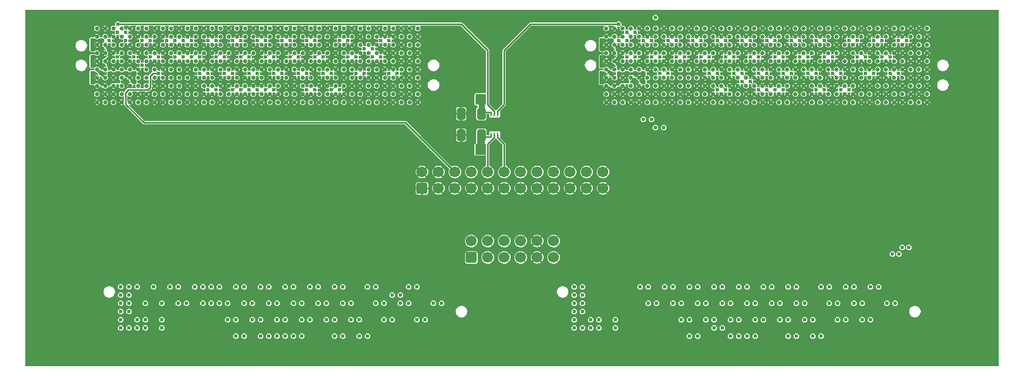
<source format=gbr>
%TF.GenerationSoftware,KiCad,Pcbnew,7.0.10*%
%TF.CreationDate,2024-12-16T23:30:13-07:00*%
%TF.ProjectId,DRXDaughterboard,44525844-6175-4676-9874-6572626f6172,1.1*%
%TF.SameCoordinates,Original*%
%TF.FileFunction,Copper,L1,Top*%
%TF.FilePolarity,Positive*%
%FSLAX46Y46*%
G04 Gerber Fmt 4.6, Leading zero omitted, Abs format (unit mm)*
G04 Created by KiCad (PCBNEW 7.0.10) date 2024-12-16 23:30:13*
%MOMM*%
%LPD*%
G01*
G04 APERTURE LIST*
G04 Aperture macros list*
%AMRoundRect*
0 Rectangle with rounded corners*
0 $1 Rounding radius*
0 $2 $3 $4 $5 $6 $7 $8 $9 X,Y pos of 4 corners*
0 Add a 4 corners polygon primitive as box body*
4,1,4,$2,$3,$4,$5,$6,$7,$8,$9,$2,$3,0*
0 Add four circle primitives for the rounded corners*
1,1,$1+$1,$2,$3*
1,1,$1+$1,$4,$5*
1,1,$1+$1,$6,$7*
1,1,$1+$1,$8,$9*
0 Add four rect primitives between the rounded corners*
20,1,$1+$1,$2,$3,$4,$5,0*
20,1,$1+$1,$4,$5,$6,$7,0*
20,1,$1+$1,$6,$7,$8,$9,0*
20,1,$1+$1,$8,$9,$2,$3,0*%
G04 Aperture macros list end*
%TA.AperFunction,SMDPad,CuDef*%
%ADD10R,0.250000X0.750000*%
%TD*%
%TA.AperFunction,SMDPad,CuDef*%
%ADD11RoundRect,0.250000X0.412500X0.650000X-0.412500X0.650000X-0.412500X-0.650000X0.412500X-0.650000X0*%
%TD*%
%TA.AperFunction,ComponentPad*%
%ADD12RoundRect,0.250000X0.600000X-0.600000X0.600000X0.600000X-0.600000X0.600000X-0.600000X-0.600000X0*%
%TD*%
%TA.AperFunction,ComponentPad*%
%ADD13C,1.700000*%
%TD*%
%TA.AperFunction,SMDPad,CuDef*%
%ADD14C,0.640000*%
%TD*%
%TA.AperFunction,SMDPad,CuDef*%
%ADD15RoundRect,0.250000X-0.412500X-0.650000X0.412500X-0.650000X0.412500X0.650000X-0.412500X0.650000X0*%
%TD*%
%TA.AperFunction,ViaPad*%
%ADD16C,0.600000*%
%TD*%
%TA.AperFunction,ViaPad*%
%ADD17C,5.400000*%
%TD*%
%TA.AperFunction,Conductor*%
%ADD18C,0.250000*%
%TD*%
%TA.AperFunction,Conductor*%
%ADD19C,0.900000*%
%TD*%
%TA.AperFunction,Conductor*%
%ADD20C,0.102000*%
%TD*%
G04 APERTURE END LIST*
D10*
%TO.P,U1,1,VCCA*%
%TO.N,+3.3VP*%
X138974001Y-89770773D03*
%TO.P,U1,2,A1*%
%TO.N,Net-(J3-Pin_10)*%
X139474001Y-89770773D03*
%TO.P,U1,3,A2*%
%TO.N,Net-(J3-Pin_12)*%
X139974001Y-89770773D03*
%TO.P,U1,4,GND*%
%TO.N,GND*%
X140474001Y-89770773D03*
%TO.P,U1,5,DIR*%
X140474001Y-86670773D03*
%TO.P,U1,6,B2*%
%TO.N,FMC1_SDOUT*%
X139974001Y-86670773D03*
%TO.P,U1,7,B1*%
%TO.N,FMC0_SDOUT*%
X139474001Y-86670773D03*
%TO.P,U1,8,VCCB*%
%TO.N,VAA*%
X138974001Y-86670773D03*
%TD*%
D11*
%TO.P,C1,1*%
%TO.N,VAA*%
X137476501Y-86569773D03*
%TO.P,C1,2*%
%TO.N,GND*%
X134351501Y-86569773D03*
%TD*%
D12*
%TO.P,J3,1,Pin_1*%
%TO.N,GND*%
X128294001Y-98117273D03*
D13*
%TO.P,J3,2,Pin_2*%
X128294001Y-95577273D03*
%TO.P,J3,3,Pin_3*%
X130834001Y-98117273D03*
%TO.P,J3,4,Pin_4*%
X130834001Y-95577273D03*
%TO.P,J3,5,Pin_5*%
X133374001Y-98117273D03*
%TO.P,J3,6,Pin_6*%
%TO.N,FMC0_SYNC*%
X133374001Y-95577273D03*
%TO.P,J3,7,Pin_7*%
%TO.N,GND*%
X135914001Y-98117273D03*
%TO.P,J3,8,Pin_8*%
%TO.N,FMC0_\u002ARST*%
X135914001Y-95577273D03*
%TO.P,J3,9,Pin_9*%
%TO.N,GND*%
X138454001Y-98117273D03*
%TO.P,J3,10,Pin_10*%
%TO.N,Net-(J3-Pin_10)*%
X138454001Y-95577273D03*
%TO.P,J3,11,Pin_11*%
%TO.N,GND*%
X140994001Y-98117273D03*
%TO.P,J3,12,Pin_12*%
%TO.N,Net-(J3-Pin_12)*%
X140994001Y-95577273D03*
%TO.P,J3,13,Pin_13*%
%TO.N,GND*%
X143534001Y-98117273D03*
%TO.P,J3,14,Pin_14*%
%TO.N,FMC1_CS1*%
X143534001Y-95577273D03*
%TO.P,J3,15,Pin_15*%
%TO.N,GND*%
X146074001Y-98117273D03*
%TO.P,J3,16,Pin_16*%
%TO.N,FMC1_CS0*%
X146074001Y-95577273D03*
%TO.P,J3,17,Pin_17*%
%TO.N,GND*%
X148614001Y-98117273D03*
%TO.P,J3,18,Pin_18*%
%TO.N,FMC1_SCL*%
X148614001Y-95577273D03*
%TO.P,J3,19,Pin_19*%
%TO.N,GND*%
X151154001Y-98117273D03*
%TO.P,J3,20,Pin_20*%
%TO.N,FMC1_SDA*%
X151154001Y-95577273D03*
%TO.P,J3,21,Pin_21*%
%TO.N,GND*%
X153694001Y-98117273D03*
%TO.P,J3,22,Pin_22*%
%TO.N,FMC1_SYNC*%
X153694001Y-95577273D03*
%TO.P,J3,23,Pin_23*%
%TO.N,GND*%
X156234001Y-98117273D03*
%TO.P,J3,24,Pin_24*%
%TO.N,FMC1_\u002ARST*%
X156234001Y-95577273D03*
%TD*%
D14*
%TO.P,J8,A1,Pin_1*%
%TO.N,GND*%
X206285001Y-84791773D03*
%TO.P,J8,A2,Pin_2*%
%TO.N,unconnected-(J8A-Pin_2-PadA2)*%
X205015001Y-84791773D03*
%TO.P,J8,A3,Pin_3*%
%TO.N,unconnected-(J8A-Pin_3-PadA3)*%
X203745001Y-84791773D03*
%TO.P,J8,A4,Pin_4*%
%TO.N,GND*%
X202475001Y-84791773D03*
%TO.P,J8,A5,Pin_5*%
X201205001Y-84791773D03*
%TO.P,J8,A6,Pin_6*%
%TO.N,unconnected-(J8A-Pin_6-PadA6)*%
X199935001Y-84791773D03*
%TO.P,J8,A7,Pin_7*%
%TO.N,unconnected-(J8A-Pin_7-PadA7)*%
X198665001Y-84791773D03*
%TO.P,J8,A8,Pin_8*%
%TO.N,GND*%
X197395001Y-84791773D03*
%TO.P,J8,A9,Pin_9*%
X196125001Y-84791773D03*
%TO.P,J8,A10,Pin_10*%
%TO.N,unconnected-(J8A-Pin_10-PadA10)*%
X194855001Y-84791773D03*
%TO.P,J8,A11,Pin_11*%
%TO.N,unconnected-(J8A-Pin_11-PadA11)*%
X193585001Y-84791773D03*
%TO.P,J8,A12,Pin_12*%
%TO.N,GND*%
X192315001Y-84791773D03*
%TO.P,J8,A13,Pin_13*%
X191045001Y-84791773D03*
%TO.P,J8,A14,Pin_14*%
%TO.N,unconnected-(J8A-Pin_14-PadA14)*%
X189775001Y-84791773D03*
%TO.P,J8,A15,Pin_15*%
%TO.N,unconnected-(J8A-Pin_15-PadA15)*%
X188505001Y-84791773D03*
%TO.P,J8,A16,Pin_16*%
%TO.N,GND*%
X187235001Y-84791773D03*
%TO.P,J8,A17,Pin_17*%
X185965001Y-84791773D03*
%TO.P,J8,A18,Pin_18*%
%TO.N,unconnected-(J8A-Pin_18-PadA18)*%
X184695001Y-84791773D03*
%TO.P,J8,A19,Pin_19*%
%TO.N,unconnected-(J8A-Pin_19-PadA19)*%
X183425001Y-84791773D03*
%TO.P,J8,A20,Pin_20*%
%TO.N,GND*%
X182160001Y-84791773D03*
%TO.P,J8,A21,Pin_21*%
X180880001Y-84791773D03*
%TO.P,J8,A22,Pin_22*%
%TO.N,unconnected-(J8A-Pin_22-PadA22)*%
X179615001Y-84791773D03*
%TO.P,J8,A23,Pin_23*%
%TO.N,unconnected-(J8A-Pin_23-PadA23)*%
X178345001Y-84791773D03*
%TO.P,J8,A24,Pin_24*%
%TO.N,GND*%
X177075001Y-84791773D03*
%TO.P,J8,A25,Pin_25*%
X175805001Y-84791773D03*
%TO.P,J8,A26,Pin_26*%
%TO.N,unconnected-(J8A-Pin_26-PadA26)*%
X174535001Y-84791773D03*
%TO.P,J8,A27,Pin_27*%
%TO.N,unconnected-(J8A-Pin_27-PadA27)*%
X173265001Y-84791773D03*
%TO.P,J8,A28,Pin_28*%
%TO.N,GND*%
X171995001Y-84791773D03*
%TO.P,J8,A29,Pin_29*%
X170725001Y-84791773D03*
%TO.P,J8,A30,Pin_30*%
%TO.N,unconnected-(J8A-Pin_30-PadA30)*%
X169455001Y-84791773D03*
%TO.P,J8,A31,Pin_31*%
%TO.N,unconnected-(J8A-Pin_31-PadA31)*%
X168185001Y-84791773D03*
%TO.P,J8,A32,Pin_32*%
%TO.N,GND*%
X166915001Y-84791773D03*
%TO.P,J8,A33,Pin_33*%
X165645001Y-84791773D03*
%TO.P,J8,A34,Pin_34*%
%TO.N,unconnected-(J8A-Pin_34-PadA34)*%
X164375001Y-84791773D03*
%TO.P,J8,A35,Pin_35*%
%TO.N,unconnected-(J8A-Pin_35-PadA35)*%
X163105001Y-84791773D03*
%TO.P,J8,A36,Pin_36*%
%TO.N,GND*%
X161835001Y-84791773D03*
%TO.P,J8,A37,Pin_37*%
X160565001Y-84791773D03*
%TO.P,J8,A38,Pin_38*%
%TO.N,unconnected-(J8A-Pin_38-PadA38)*%
X159295001Y-84791773D03*
%TO.P,J8,A39,Pin_39*%
%TO.N,unconnected-(J8A-Pin_39-PadA39)*%
X158025001Y-84791773D03*
%TO.P,J8,A40,Pin_40*%
%TO.N,GND*%
X156755001Y-84791773D03*
%TO.P,J8,B1,Pin_1*%
%TO.N,unconnected-(J8B-Pin_1-PadB1)*%
X206285001Y-83521773D03*
%TO.P,J8,B2,Pin_2*%
%TO.N,GND*%
X205015001Y-83521773D03*
%TO.P,J8,B3,Pin_3*%
X203745001Y-83521773D03*
%TO.P,J8,B4,Pin_4*%
%TO.N,unconnected-(J8B-Pin_4-PadB4)*%
X202475001Y-83521773D03*
%TO.P,J8,B5,Pin_5*%
%TO.N,unconnected-(J8B-Pin_5-PadB5)*%
X201205001Y-83521773D03*
%TO.P,J8,B6,Pin_6*%
%TO.N,GND*%
X199935001Y-83521773D03*
%TO.P,J8,B7,Pin_7*%
X198665001Y-83521773D03*
%TO.P,J8,B8,Pin_8*%
%TO.N,unconnected-(J8B-Pin_8-PadB8)*%
X197395001Y-83521773D03*
%TO.P,J8,B9,Pin_9*%
%TO.N,unconnected-(J8B-Pin_9-PadB9)*%
X196125001Y-83521773D03*
%TO.P,J8,B10,Pin_10*%
%TO.N,GND*%
X194855001Y-83521773D03*
%TO.P,J8,B11,Pin_11*%
X193585001Y-83521773D03*
%TO.P,J8,B12,Pin_12*%
%TO.N,unconnected-(J8B-Pin_12-PadB12)*%
X192315001Y-83521773D03*
%TO.P,J8,B13,Pin_13*%
%TO.N,unconnected-(J8B-Pin_13-PadB13)*%
X191045001Y-83521773D03*
%TO.P,J8,B14,Pin_14*%
%TO.N,GND*%
X189775001Y-83521773D03*
%TO.P,J8,B15,Pin_15*%
X188505001Y-83521773D03*
%TO.P,J8,B16,Pin_16*%
%TO.N,unconnected-(J8B-Pin_16-PadB16)*%
X187235001Y-83521773D03*
%TO.P,J8,B17,Pin_17*%
%TO.N,unconnected-(J8B-Pin_17-PadB17)*%
X185965001Y-83521773D03*
%TO.P,J8,B18,Pin_18*%
%TO.N,GND*%
X184695001Y-83521773D03*
%TO.P,J8,B19,Pin_19*%
X183425001Y-83521773D03*
%TO.P,J8,B20,Pin_20*%
%TO.N,FMC1_FCLKC_P*%
X182160001Y-83521773D03*
%TO.P,J8,B21,Pin_21*%
%TO.N,FMC1_FCLKC_N*%
X180880001Y-83521773D03*
%TO.P,J8,B22,Pin_22*%
%TO.N,GND*%
X179615001Y-83521773D03*
%TO.P,J8,B23,Pin_23*%
X178345001Y-83521773D03*
%TO.P,J8,B24,Pin_24*%
%TO.N,unconnected-(J8B-Pin_24-PadB24)*%
X177075001Y-83521773D03*
%TO.P,J8,B25,Pin_25*%
%TO.N,unconnected-(J8B-Pin_25-PadB25)*%
X175805001Y-83521773D03*
%TO.P,J8,B26,Pin_26*%
%TO.N,GND*%
X174535001Y-83521773D03*
%TO.P,J8,B27,Pin_27*%
X173265001Y-83521773D03*
%TO.P,J8,B28,Pin_28*%
%TO.N,unconnected-(J8B-Pin_28-PadB28)*%
X171995001Y-83521773D03*
%TO.P,J8,B29,Pin_29*%
%TO.N,unconnected-(J8B-Pin_29-PadB29)*%
X170725001Y-83521773D03*
%TO.P,J8,B30,Pin_30*%
%TO.N,GND*%
X169455001Y-83521773D03*
%TO.P,J8,B31,Pin_31*%
X168185001Y-83521773D03*
%TO.P,J8,B32,Pin_32*%
%TO.N,unconnected-(J8B-Pin_32-PadB32)*%
X166915001Y-83521773D03*
%TO.P,J8,B33,Pin_33*%
%TO.N,unconnected-(J8B-Pin_33-PadB33)*%
X165645001Y-83521773D03*
%TO.P,J8,B34,Pin_34*%
%TO.N,GND*%
X164375001Y-83521773D03*
%TO.P,J8,B35,Pin_35*%
X163105001Y-83521773D03*
%TO.P,J8,B36,Pin_36*%
%TO.N,unconnected-(J8B-Pin_36-PadB36)*%
X161835001Y-83521773D03*
%TO.P,J8,B37,Pin_37*%
%TO.N,unconnected-(J8B-Pin_37-PadB37)*%
X160565001Y-83521773D03*
%TO.P,J8,B38,Pin_38*%
%TO.N,GND*%
X159295001Y-83521773D03*
%TO.P,J8,B39,Pin_39*%
X158025001Y-83521773D03*
%TO.P,J8,B40,Pin_40*%
%TO.N,unconnected-(J8B-Pin_40-PadB40)*%
X156755001Y-83521773D03*
%TO.P,J8,C1,Pin_1*%
%TO.N,GND*%
X206285001Y-82251773D03*
%TO.P,J8,C2,Pin_2*%
%TO.N,unconnected-(J8C-Pin_2-PadC2)*%
X205015001Y-82251773D03*
%TO.P,J8,C3,Pin_3*%
%TO.N,unconnected-(J8C-Pin_3-PadC3)*%
X203745001Y-82251773D03*
%TO.P,J8,C4,Pin_4*%
%TO.N,GND*%
X202475001Y-82251773D03*
%TO.P,J8,C5,Pin_5*%
X201205001Y-82251773D03*
%TO.P,J8,C6,Pin_6*%
%TO.N,unconnected-(J8C-Pin_6-PadC6)*%
X199935001Y-82251773D03*
%TO.P,J8,C7,Pin_7*%
%TO.N,unconnected-(J8C-Pin_7-PadC7)*%
X198665001Y-82251773D03*
%TO.P,J8,C8,Pin_8*%
%TO.N,GND*%
X197395001Y-82251773D03*
%TO.P,J8,C9,Pin_9*%
X196125001Y-82251773D03*
%TO.P,J8,C10,Pin_10*%
%TO.N,FMC1_A7_P*%
X194855001Y-82251773D03*
%TO.P,J8,C11,Pin_11*%
%TO.N,FMC1_A7_N*%
X193585001Y-82251773D03*
%TO.P,J8,C12,Pin_12*%
%TO.N,GND*%
X192315001Y-82251773D03*
%TO.P,J8,C13,Pin_13*%
X191045001Y-82251773D03*
%TO.P,J8,C14,Pin_14*%
%TO.N,FMC1_B3_P*%
X189775001Y-82251773D03*
%TO.P,J8,C15,Pin_15*%
%TO.N,FMC1_B3_N*%
X188505001Y-82251773D03*
%TO.P,J8,C16,Pin_16*%
%TO.N,GND*%
X187235001Y-82251773D03*
%TO.P,J8,C17,Pin_17*%
X185965001Y-82251773D03*
%TO.P,J8,C18,Pin_18*%
%TO.N,FMC1_B7_P*%
X184695001Y-82251773D03*
%TO.P,J8,C19,Pin_19*%
%TO.N,FMC1_B7_N*%
X183425001Y-82251773D03*
%TO.P,J8,C20,Pin_20*%
%TO.N,GND*%
X182160001Y-82251773D03*
%TO.P,J8,C21,Pin_21*%
X180880001Y-82251773D03*
%TO.P,J8,C22,Pin_22*%
%TO.N,FMC1_C3_P*%
X179615001Y-82251773D03*
%TO.P,J8,C23,Pin_23*%
%TO.N,FMC1_C3_N*%
X178345001Y-82251773D03*
%TO.P,J8,C24,Pin_24*%
%TO.N,GND*%
X177075001Y-82251773D03*
%TO.P,J8,C25,Pin_25*%
X175805001Y-82251773D03*
%TO.P,J8,C26,Pin_26*%
%TO.N,FMC1_D4_P*%
X174535001Y-82251773D03*
%TO.P,J8,C27,Pin_27*%
%TO.N,FMC1_D4_N*%
X173265001Y-82251773D03*
%TO.P,J8,C28,Pin_28*%
%TO.N,GND*%
X171995001Y-82251773D03*
%TO.P,J8,C29,Pin_29*%
X170725001Y-82251773D03*
%TO.P,J8,C30,Pin_30*%
%TO.N,unconnected-(J8C-Pin_30-PadC30)*%
X169455001Y-82251773D03*
%TO.P,J8,C31,Pin_31*%
%TO.N,unconnected-(J8C-Pin_31-PadC31)*%
X168185001Y-82251773D03*
%TO.P,J8,C32,Pin_32*%
%TO.N,GND*%
X166915001Y-82251773D03*
%TO.P,J8,C33,Pin_33*%
X165645001Y-82251773D03*
%TO.P,J8,C34,Pin_34*%
%TO.N,unconnected-(J8C-Pin_34-PadC34)*%
X164375001Y-82251773D03*
%TO.P,J8,C35,Pin_35*%
%TO.N,unconnected-(J8C-Pin_35-PadC35)*%
X163105001Y-82251773D03*
%TO.P,J8,C36,Pin_36*%
%TO.N,GND*%
X161835001Y-82251773D03*
%TO.P,J8,C37,Pin_37*%
%TO.N,unconnected-(J8C-Pin_37-PadC37)*%
X160565001Y-82251773D03*
%TO.P,J8,C38,Pin_38*%
%TO.N,GND*%
X159295001Y-82251773D03*
%TO.P,J8,C39,Pin_39*%
%TO.N,+3.3VP*%
X158025001Y-82251773D03*
%TO.P,J8,C40,Pin_40*%
%TO.N,GND*%
X156755001Y-82251773D03*
%TO.P,J8,D1,Pin_1*%
%TO.N,unconnected-(J8D-Pin_1-PadD1)*%
X206285001Y-80981773D03*
%TO.P,J8,D2,Pin_2*%
%TO.N,GND*%
X205015001Y-80981773D03*
%TO.P,J8,D3,Pin_3*%
X203745001Y-80981773D03*
%TO.P,J8,D4,Pin_4*%
%TO.N,FMC1_FCLKA_P*%
X202475001Y-80981773D03*
%TO.P,J8,D5,Pin_5*%
%TO.N,FMC1_FCLKA_N*%
X201205001Y-80981773D03*
%TO.P,J8,D6,Pin_6*%
%TO.N,GND*%
X199935001Y-80981773D03*
%TO.P,J8,D7,Pin_7*%
X198665001Y-80981773D03*
%TO.P,J8,D8,Pin_8*%
%TO.N,FMC1_A2_P*%
X197395001Y-80981773D03*
%TO.P,J8,D9,Pin_9*%
%TO.N,FMC1_A2_N*%
X196125001Y-80981773D03*
%TO.P,J8,D10,Pin_10*%
%TO.N,GND*%
X194855001Y-80981773D03*
%TO.P,J8,D11,Pin_11*%
%TO.N,FMC1_A6_P*%
X193585001Y-80981773D03*
%TO.P,J8,D12,Pin_12*%
%TO.N,FMC1_A6_N*%
X192315001Y-80981773D03*
%TO.P,J8,D13,Pin_13*%
%TO.N,GND*%
X191045001Y-80981773D03*
%TO.P,J8,D14,Pin_14*%
%TO.N,FMC1_B2_P*%
X189775001Y-80981773D03*
%TO.P,J8,D15,Pin_15*%
%TO.N,FMC1_B2_N*%
X188505001Y-80981773D03*
%TO.P,J8,D16,Pin_16*%
%TO.N,GND*%
X187235001Y-80981773D03*
%TO.P,J8,D17,Pin_17*%
%TO.N,FMC1_B6_P*%
X185965001Y-80981773D03*
%TO.P,J8,D18,Pin_18*%
%TO.N,FMC1_B6_N*%
X184695001Y-80981773D03*
%TO.P,J8,D19,Pin_19*%
%TO.N,GND*%
X183425001Y-80981773D03*
%TO.P,J8,D20,Pin_20*%
%TO.N,FMC1_C2_P*%
X182160001Y-80981773D03*
%TO.P,J8,D21,Pin_21*%
%TO.N,FMC1_C2_N*%
X180880001Y-80981773D03*
%TO.P,J8,D22,Pin_22*%
%TO.N,GND*%
X179615001Y-80981773D03*
%TO.P,J8,D23,Pin_23*%
%TO.N,FMC1_C8_P*%
X178345001Y-80981773D03*
%TO.P,J8,D24,Pin_24*%
%TO.N,FMC1_C8_N*%
X177075001Y-80981773D03*
%TO.P,J8,D25,Pin_25*%
%TO.N,GND*%
X175805001Y-80981773D03*
%TO.P,J8,D26,Pin_26*%
%TO.N,FMC1_D3_P*%
X174535001Y-80981773D03*
%TO.P,J8,D27,Pin_27*%
%TO.N,FMC1_D3_N*%
X173265001Y-80981773D03*
%TO.P,J8,D28,Pin_28*%
%TO.N,GND*%
X171995001Y-80981773D03*
%TO.P,J8,D29,Pin_29*%
%TO.N,unconnected-(J8D-Pin_29-PadD29)*%
X170725001Y-80981773D03*
%TO.P,J8,D30,Pin_30*%
%TO.N,unconnected-(J8D-Pin_30-PadD30)*%
X169455001Y-80981773D03*
%TO.P,J8,D31,Pin_31*%
%TO.N,unconnected-(J8D-Pin_31-PadD31)*%
X168185001Y-80981773D03*
%TO.P,J8,D32,Pin_32*%
%TO.N,unconnected-(J8D-Pin_32-PadD32)*%
X166915001Y-80981773D03*
%TO.P,J8,D33,Pin_33*%
%TO.N,unconnected-(J8D-Pin_33-PadD33)*%
X165645001Y-80981773D03*
%TO.P,J8,D34,Pin_34*%
%TO.N,unconnected-(J8D-Pin_34-PadD34)*%
X164375001Y-80981773D03*
%TO.P,J8,D35,Pin_35*%
%TO.N,unconnected-(J8D-Pin_35-PadD35)*%
X163105001Y-80981773D03*
%TO.P,J8,D36,Pin_36*%
%TO.N,+3.3VP*%
X161835001Y-80981773D03*
%TO.P,J8,D37,Pin_37*%
%TO.N,GND*%
X160565001Y-80981773D03*
%TO.P,J8,D38,Pin_38*%
%TO.N,+3.3VP*%
X159295001Y-80981773D03*
%TO.P,J8,D39,Pin_39*%
%TO.N,GND*%
X158025001Y-80981773D03*
%TO.P,J8,D40,Pin_40*%
%TO.N,+3.3VP*%
X156755001Y-80981773D03*
%TO.P,J8,E1,Pin_1*%
%TO.N,GND*%
X206285001Y-79716773D03*
%TO.P,J8,E2,Pin_2*%
%TO.N,unconnected-(J8E-Pin_2-PadE2)*%
X205015001Y-79716773D03*
%TO.P,J8,E3,Pin_3*%
%TO.N,unconnected-(J8E-Pin_3-PadE3)*%
X203745001Y-79716773D03*
%TO.P,J8,E4,Pin_4*%
%TO.N,GND*%
X202475001Y-79716773D03*
%TO.P,J8,E5,Pin_5*%
X201205001Y-79716773D03*
%TO.P,J8,E6,Pin_6*%
%TO.N,unconnected-(J8E-Pin_6-PadE6)*%
X199935001Y-79716773D03*
%TO.P,J8,E7,Pin_7*%
%TO.N,unconnected-(J8E-Pin_7-PadE7)*%
X198665001Y-79716773D03*
%TO.P,J8,E8,Pin_8*%
%TO.N,GND*%
X197395001Y-79716773D03*
%TO.P,J8,E9,Pin_9*%
%TO.N,unconnected-(J8E-Pin_9-PadE9)*%
X196125001Y-79716773D03*
%TO.P,J8,E10,Pin_10*%
%TO.N,unconnected-(J8E-Pin_10-PadE10)*%
X194855001Y-79716773D03*
%TO.P,J8,E11,Pin_11*%
%TO.N,GND*%
X193585001Y-79716773D03*
%TO.P,J8,E12,Pin_12*%
%TO.N,unconnected-(J8E-Pin_12-PadE12)*%
X192315001Y-79716773D03*
%TO.P,J8,E13,Pin_13*%
%TO.N,unconnected-(J8E-Pin_13-PadE13)*%
X191045001Y-79716773D03*
%TO.P,J8,E14,Pin_14*%
%TO.N,GND*%
X189775001Y-79716773D03*
%TO.P,J8,E15,Pin_15*%
%TO.N,unconnected-(J8E-Pin_15-PadE15)*%
X188505001Y-79716773D03*
%TO.P,J8,E16,Pin_16*%
%TO.N,unconnected-(J8E-Pin_16-PadE16)*%
X187235001Y-79716773D03*
%TO.P,J8,E17,Pin_17*%
%TO.N,GND*%
X185965001Y-79716773D03*
%TO.P,J8,E18,Pin_18*%
%TO.N,unconnected-(J8E-Pin_18-PadE18)*%
X184695001Y-79716773D03*
%TO.P,J8,E19,Pin_19*%
%TO.N,unconnected-(J8E-Pin_19-PadE19)*%
X183425001Y-79716773D03*
%TO.P,J8,E20,Pin_20*%
%TO.N,GND*%
X182160001Y-79716773D03*
%TO.P,J8,E21,Pin_21*%
%TO.N,unconnected-(J8E-Pin_21-PadE21)*%
X180880001Y-79716773D03*
%TO.P,J8,E22,Pin_22*%
%TO.N,unconnected-(J8E-Pin_22-PadE22)*%
X179615001Y-79716773D03*
%TO.P,J8,E23,Pin_23*%
%TO.N,GND*%
X178345001Y-79716773D03*
%TO.P,J8,E24,Pin_24*%
%TO.N,unconnected-(J8E-Pin_24-PadE24)*%
X177075001Y-79716773D03*
%TO.P,J8,E25,Pin_25*%
%TO.N,unconnected-(J8E-Pin_25-PadE25)*%
X175805001Y-79716773D03*
%TO.P,J8,E26,Pin_26*%
%TO.N,GND*%
X174535001Y-79716773D03*
%TO.P,J8,E27,Pin_27*%
%TO.N,unconnected-(J8E-Pin_27-PadE27)*%
X173265001Y-79716773D03*
%TO.P,J8,E28,Pin_28*%
%TO.N,unconnected-(J8E-Pin_28-PadE28)*%
X171995001Y-79716773D03*
%TO.P,J8,E29,Pin_29*%
%TO.N,GND*%
X170725001Y-79716773D03*
%TO.P,J8,E30,Pin_30*%
%TO.N,unconnected-(J8E-Pin_30-PadE30)*%
X169455001Y-79716773D03*
%TO.P,J8,E31,Pin_31*%
%TO.N,unconnected-(J8E-Pin_31-PadE31)*%
X168185001Y-79716773D03*
%TO.P,J8,E32,Pin_32*%
%TO.N,GND*%
X166915001Y-79716773D03*
%TO.P,J8,E33,Pin_33*%
%TO.N,FMC1_SYNC*%
X165645001Y-79716773D03*
%TO.P,J8,E34,Pin_34*%
%TO.N,FMC1_\u002ARST*%
X164375001Y-79716773D03*
%TO.P,J8,E35,Pin_35*%
%TO.N,GND*%
X163105001Y-79716773D03*
%TO.P,J8,E36,Pin_36*%
%TO.N,unconnected-(J8E-Pin_36-PadE36)*%
X161835001Y-79716773D03*
%TO.P,J8,E37,Pin_37*%
%TO.N,unconnected-(J8E-Pin_37-PadE37)*%
X160565001Y-79716773D03*
%TO.P,J8,E38,Pin_38*%
%TO.N,GND*%
X159295001Y-79716773D03*
%TO.P,J8,E39,Pin_39*%
%TO.N,VAA*%
X158025001Y-79716773D03*
%TO.P,J8,E40,Pin_40*%
%TO.N,GND*%
X156755001Y-79716773D03*
%TO.P,J8,F1,Pin_1*%
%TO.N,unconnected-(J8F-Pin_1-PadF1)*%
X206285001Y-78436773D03*
%TO.P,J8,F2,Pin_2*%
%TO.N,GND*%
X205015001Y-78436773D03*
%TO.P,J8,F3,Pin_3*%
X203745001Y-78436773D03*
%TO.P,J8,F4,Pin_4*%
%TO.N,unconnected-(J8F-Pin_4-PadF4)*%
X202475001Y-78436773D03*
%TO.P,J8,F5,Pin_5*%
%TO.N,unconnected-(J8F-Pin_5-PadF5)*%
X201205001Y-78436773D03*
%TO.P,J8,F6,Pin_6*%
%TO.N,GND*%
X199935001Y-78436773D03*
%TO.P,J8,F7,Pin_7*%
%TO.N,unconnected-(J8F-Pin_7-PadF7)*%
X198665001Y-78436773D03*
%TO.P,J8,F8,Pin_8*%
%TO.N,unconnected-(J8F-Pin_8-PadF8)*%
X197395001Y-78436773D03*
%TO.P,J8,F9,Pin_9*%
%TO.N,GND*%
X196125001Y-78436773D03*
%TO.P,J8,F10,Pin_10*%
%TO.N,unconnected-(J8F-Pin_10-PadF10)*%
X194855001Y-78436773D03*
%TO.P,J8,F11,Pin_11*%
%TO.N,unconnected-(J8F-Pin_11-PadF11)*%
X193585001Y-78436773D03*
%TO.P,J8,F12,Pin_12*%
%TO.N,GND*%
X192315001Y-78436773D03*
%TO.P,J8,F13,Pin_13*%
%TO.N,unconnected-(J8F-Pin_13-PadF13)*%
X191045001Y-78436773D03*
%TO.P,J8,F14,Pin_14*%
%TO.N,unconnected-(J8F-Pin_14-PadF14)*%
X189775001Y-78436773D03*
%TO.P,J8,F15,Pin_15*%
%TO.N,GND*%
X188505001Y-78436773D03*
%TO.P,J8,F16,Pin_16*%
%TO.N,unconnected-(J8F-Pin_16-PadF16)*%
X187235001Y-78436773D03*
%TO.P,J8,F17,Pin_17*%
%TO.N,unconnected-(J8F-Pin_17-PadF17)*%
X185965001Y-78436773D03*
%TO.P,J8,F18,Pin_18*%
%TO.N,GND*%
X184695001Y-78436773D03*
%TO.P,J8,F19,Pin_19*%
%TO.N,unconnected-(J8F-Pin_19-PadF19)*%
X183425001Y-78436773D03*
%TO.P,J8,F20,Pin_20*%
%TO.N,unconnected-(J8F-Pin_20-PadF20)*%
X182160001Y-78436773D03*
%TO.P,J8,F21,Pin_21*%
%TO.N,GND*%
X180880001Y-78436773D03*
%TO.P,J8,F22,Pin_22*%
%TO.N,unconnected-(J8F-Pin_22-PadF22)*%
X179615001Y-78436773D03*
%TO.P,J8,F23,Pin_23*%
%TO.N,unconnected-(J8F-Pin_23-PadF23)*%
X178345001Y-78436773D03*
%TO.P,J8,F24,Pin_24*%
%TO.N,GND*%
X177075001Y-78436773D03*
%TO.P,J8,F25,Pin_25*%
%TO.N,unconnected-(J8F-Pin_25-PadF25)*%
X175805001Y-78436773D03*
%TO.P,J8,F26,Pin_26*%
%TO.N,unconnected-(J8F-Pin_26-PadF26)*%
X174535001Y-78436773D03*
%TO.P,J8,F27,Pin_27*%
%TO.N,GND*%
X173265001Y-78436773D03*
%TO.P,J8,F28,Pin_28*%
%TO.N,unconnected-(J8F-Pin_28-PadF28)*%
X171995001Y-78436773D03*
%TO.P,J8,F29,Pin_29*%
%TO.N,unconnected-(J8F-Pin_29-PadF29)*%
X170725001Y-78436773D03*
%TO.P,J8,F30,Pin_30*%
%TO.N,GND*%
X169455001Y-78436773D03*
%TO.P,J8,F31,Pin_31*%
%TO.N,unconnected-(J8F-Pin_31-PadF31)*%
X168185001Y-78436773D03*
%TO.P,J8,F32,Pin_32*%
%TO.N,unconnected-(J8F-Pin_32-PadF32)*%
X166915001Y-78436773D03*
%TO.P,J8,F33,Pin_33*%
%TO.N,GND*%
X165645001Y-78436773D03*
%TO.P,J8,F34,Pin_34*%
%TO.N,unconnected-(J8F-Pin_34-PadF34)*%
X164375001Y-78436773D03*
%TO.P,J8,F35,Pin_35*%
%TO.N,unconnected-(J8F-Pin_35-PadF35)*%
X163105001Y-78436773D03*
%TO.P,J8,F36,Pin_36*%
%TO.N,GND*%
X161835001Y-78436773D03*
%TO.P,J8,F37,Pin_37*%
%TO.N,unconnected-(J8F-Pin_37-PadF37)*%
X160565001Y-78436773D03*
%TO.P,J8,F38,Pin_38*%
%TO.N,unconnected-(J8F-Pin_38-PadF38)*%
X159295001Y-78436773D03*
%TO.P,J8,F39,Pin_39*%
%TO.N,GND*%
X158025001Y-78436773D03*
%TO.P,J8,F40,Pin_40*%
%TO.N,VAA*%
X156755001Y-78436773D03*
%TO.P,J8,G1,Pin_1*%
%TO.N,GND*%
X206285001Y-77171773D03*
%TO.P,J8,G2,Pin_2*%
%TO.N,unconnected-(J8G-Pin_2-PadG2)*%
X205015001Y-77171773D03*
%TO.P,J8,G3,Pin_3*%
%TO.N,unconnected-(J8G-Pin_3-PadG3)*%
X203745001Y-77171773D03*
%TO.P,J8,G4,Pin_4*%
%TO.N,GND*%
X202475001Y-77171773D03*
%TO.P,J8,G5,Pin_5*%
X201205001Y-77171773D03*
%TO.P,J8,G6,Pin_6*%
%TO.N,FMC1_A1_P*%
X199935001Y-77171773D03*
%TO.P,J8,G7,Pin_7*%
%TO.N,FMC1_A1_N*%
X198665001Y-77171773D03*
%TO.P,J8,G8,Pin_8*%
%TO.N,GND*%
X197395001Y-77171773D03*
%TO.P,J8,G9,Pin_9*%
%TO.N,FMC1_A4_P*%
X196125001Y-77171773D03*
%TO.P,J8,G10,Pin_10*%
%TO.N,FMC1_A4_N*%
X194855001Y-77171773D03*
%TO.P,J8,G11,Pin_11*%
%TO.N,GND*%
X193585001Y-77171773D03*
%TO.P,J8,G12,Pin_12*%
%TO.N,FMC1_B1_P*%
X192315001Y-77171773D03*
%TO.P,J8,G13,Pin_13*%
%TO.N,FMC1_B1_N*%
X191045001Y-77171773D03*
%TO.P,J8,G14,Pin_14*%
%TO.N,GND*%
X189775001Y-77171773D03*
%TO.P,J8,G15,Pin_15*%
%TO.N,FMC1_B5_P*%
X188505001Y-77171773D03*
%TO.P,J8,G16,Pin_16*%
%TO.N,FMC1_B5_N*%
X187235001Y-77171773D03*
%TO.P,J8,G17,Pin_17*%
%TO.N,GND*%
X185965001Y-77171773D03*
%TO.P,J8,G18,Pin_18*%
%TO.N,FMC1_C1_P*%
X184695001Y-77171773D03*
%TO.P,J8,G19,Pin_19*%
%TO.N,FMC1_C1_N*%
X183425001Y-77171773D03*
%TO.P,J8,G20,Pin_20*%
%TO.N,GND*%
X182160001Y-77171773D03*
%TO.P,J8,G21,Pin_21*%
%TO.N,FMC1_C5_P*%
X180880001Y-77171773D03*
%TO.P,J8,G22,Pin_22*%
%TO.N,FMC1_C5_N*%
X179615001Y-77171773D03*
%TO.P,J8,G23,Pin_23*%
%TO.N,GND*%
X178345001Y-77171773D03*
%TO.P,J8,G24,Pin_24*%
%TO.N,FMC1_C7_P*%
X177075001Y-77171773D03*
%TO.P,J8,G25,Pin_25*%
%TO.N,FMC1_C7_N*%
X175805001Y-77171773D03*
%TO.P,J8,G26,Pin_26*%
%TO.N,GND*%
X174535001Y-77171773D03*
%TO.P,J8,G27,Pin_27*%
%TO.N,FMC1_D2_P*%
X173265001Y-77171773D03*
%TO.P,J8,G28,Pin_28*%
%TO.N,FMC1_D2_N*%
X171995001Y-77171773D03*
%TO.P,J8,G29,Pin_29*%
%TO.N,GND*%
X170725001Y-77171773D03*
%TO.P,J8,G30,Pin_30*%
%TO.N,FMC1_D6_P*%
X169455001Y-77171773D03*
%TO.P,J8,G31,Pin_31*%
%TO.N,FMC1_D6_N*%
X168185001Y-77171773D03*
%TO.P,J8,G32,Pin_32*%
%TO.N,GND*%
X166915001Y-77171773D03*
%TO.P,J8,G33,Pin_33*%
%TO.N,FMC1_D8_P*%
X165645001Y-77171773D03*
%TO.P,J8,G34,Pin_34*%
%TO.N,FMC1_D8_N*%
X164375001Y-77171773D03*
%TO.P,J8,G35,Pin_35*%
%TO.N,GND*%
X163105001Y-77171773D03*
%TO.P,J8,G36,Pin_36*%
%TO.N,FMC1_SDA*%
X161835001Y-77171773D03*
%TO.P,J8,G37,Pin_37*%
%TO.N,FMC1_SCL*%
X160565001Y-77171773D03*
%TO.P,J8,G38,Pin_38*%
%TO.N,GND*%
X159295001Y-77171773D03*
%TO.P,J8,G39,Pin_39*%
%TO.N,VAA*%
X158025001Y-77171773D03*
%TO.P,J8,G40,Pin_40*%
%TO.N,GND*%
X156755001Y-77171773D03*
%TO.P,J8,H1,Pin_1*%
%TO.N,unconnected-(J8H-Pin_1-PadH1)*%
X206285001Y-75901773D03*
%TO.P,J8,H2,Pin_2*%
%TO.N,unconnected-(J8H-Pin_2-PadH2)*%
X205015001Y-75901773D03*
%TO.P,J8,H3,Pin_3*%
%TO.N,GND*%
X203745001Y-75901773D03*
%TO.P,J8,H4,Pin_4*%
%TO.N,FMC1_LCLKA_P*%
X202475001Y-75901773D03*
%TO.P,J8,H5,Pin_5*%
%TO.N,FMC1_LCLKA_N*%
X201205001Y-75901773D03*
%TO.P,J8,H6,Pin_6*%
%TO.N,GND*%
X199935001Y-75901773D03*
%TO.P,J8,H7,Pin_7*%
%TO.N,FMC1_A3_P*%
X198665001Y-75901773D03*
%TO.P,J8,H8,Pin_8*%
%TO.N,FMC1_A3_N*%
X197395001Y-75901773D03*
%TO.P,J8,H9,Pin_9*%
%TO.N,GND*%
X196125001Y-75901773D03*
%TO.P,J8,H10,Pin_10*%
%TO.N,FMC1_A5_P*%
X194855001Y-75901773D03*
%TO.P,J8,H11,Pin_11*%
%TO.N,FMC1_A5_N*%
X193585001Y-75901773D03*
%TO.P,J8,H12,Pin_12*%
%TO.N,GND*%
X192315001Y-75901773D03*
%TO.P,J8,H13,Pin_13*%
%TO.N,FMC1_A8_P*%
X191045001Y-75901773D03*
%TO.P,J8,H14,Pin_14*%
%TO.N,FMC1_A8_N*%
X189775001Y-75901773D03*
%TO.P,J8,H15,Pin_15*%
%TO.N,GND*%
X188505001Y-75901773D03*
%TO.P,J8,H16,Pin_16*%
%TO.N,FMC1_B4_P*%
X187235001Y-75901773D03*
%TO.P,J8,H17,Pin_17*%
%TO.N,FMC1_B4_N*%
X185965001Y-75901773D03*
%TO.P,J8,H18,Pin_18*%
%TO.N,GND*%
X184695001Y-75901773D03*
%TO.P,J8,H19,Pin_19*%
%TO.N,FMC1_B8_P*%
X183425001Y-75901773D03*
%TO.P,J8,H20,Pin_20*%
%TO.N,FMC1_B8_N*%
X182160001Y-75901773D03*
%TO.P,J8,H21,Pin_21*%
%TO.N,GND*%
X180880001Y-75901773D03*
%TO.P,J8,H22,Pin_22*%
%TO.N,FMC1_C4_P*%
X179615001Y-75901773D03*
%TO.P,J8,H23,Pin_23*%
%TO.N,FMC1_C4_N*%
X178345001Y-75901773D03*
%TO.P,J8,H24,Pin_24*%
%TO.N,GND*%
X177075001Y-75901773D03*
%TO.P,J8,H25,Pin_25*%
%TO.N,FMC1_C6_P*%
X175805001Y-75901773D03*
%TO.P,J8,H26,Pin_26*%
%TO.N,FMC1_C6_N*%
X174535001Y-75901773D03*
%TO.P,J8,H27,Pin_27*%
%TO.N,GND*%
X173265001Y-75901773D03*
%TO.P,J8,H28,Pin_28*%
%TO.N,FMC1_D1_P*%
X171995001Y-75901773D03*
%TO.P,J8,H29,Pin_29*%
%TO.N,FMC1_D1_N*%
X170725001Y-75901773D03*
%TO.P,J8,H30,Pin_30*%
%TO.N,GND*%
X169455001Y-75901773D03*
%TO.P,J8,H31,Pin_31*%
%TO.N,FMC1_D5_P*%
X168185001Y-75901773D03*
%TO.P,J8,H32,Pin_32*%
%TO.N,FMC1_D5_N*%
X166915001Y-75901773D03*
%TO.P,J8,H33,Pin_33*%
%TO.N,GND*%
X165645001Y-75901773D03*
%TO.P,J8,H34,Pin_34*%
%TO.N,FMC1_D7_P*%
X164375001Y-75901773D03*
%TO.P,J8,H35,Pin_35*%
%TO.N,FMC1_D7_N*%
X163105001Y-75901773D03*
%TO.P,J8,H36,Pin_36*%
%TO.N,GND*%
X161835001Y-75901773D03*
%TO.P,J8,H37,Pin_37*%
%TO.N,FMC1_CS0*%
X160565001Y-75901773D03*
%TO.P,J8,H38,Pin_38*%
%TO.N,FMC1_CS1*%
X159295001Y-75901773D03*
%TO.P,J8,H39,Pin_39*%
%TO.N,GND*%
X158025001Y-75901773D03*
%TO.P,J8,H40,Pin_40*%
%TO.N,VAA*%
X156755001Y-75901773D03*
%TO.P,J8,J1,Pin_1*%
%TO.N,GND*%
X206285001Y-74631773D03*
%TO.P,J8,J2,Pin_2*%
%TO.N,unconnected-(J8I-Pin_2-PadJ2)*%
X205015001Y-74631773D03*
%TO.P,J8,J3,Pin_3*%
%TO.N,unconnected-(J8I-Pin_3-PadJ3)*%
X203745001Y-74631773D03*
%TO.P,J8,J4,Pin_4*%
%TO.N,GND*%
X202475001Y-74631773D03*
%TO.P,J8,J5,Pin_5*%
X201205001Y-74631773D03*
%TO.P,J8,J6,Pin_6*%
%TO.N,unconnected-(J8I-Pin_6-PadJ6)*%
X199935001Y-74631773D03*
%TO.P,J8,J7,Pin_7*%
%TO.N,unconnected-(J8I-Pin_7-PadJ7)*%
X198665001Y-74631773D03*
%TO.P,J8,J8,Pin_8*%
%TO.N,GND*%
X197395001Y-74631773D03*
%TO.P,J8,J9,Pin_9*%
%TO.N,unconnected-(J8I-Pin_9-PadJ9)*%
X196125001Y-74631773D03*
%TO.P,J8,J10,Pin_10*%
%TO.N,unconnected-(J8I-Pin_10-PadJ10)*%
X194855001Y-74631773D03*
%TO.P,J8,J11,Pin_11*%
%TO.N,GND*%
X193585001Y-74631773D03*
%TO.P,J8,J12,Pin_12*%
%TO.N,unconnected-(J8I-Pin_12-PadJ12)*%
X192315001Y-74631773D03*
%TO.P,J8,J13,Pin_13*%
%TO.N,unconnected-(J8I-Pin_13-PadJ13)*%
X191045001Y-74631773D03*
%TO.P,J8,J14,Pin_14*%
%TO.N,GND*%
X189775001Y-74631773D03*
%TO.P,J8,J15,Pin_15*%
%TO.N,unconnected-(J8I-Pin_15-PadJ15)*%
X188505001Y-74631773D03*
%TO.P,J8,J16,Pin_16*%
%TO.N,unconnected-(J8I-Pin_16-PadJ16)*%
X187235001Y-74631773D03*
%TO.P,J8,J17,Pin_17*%
%TO.N,GND*%
X185965001Y-74631773D03*
%TO.P,J8,J18,Pin_18*%
%TO.N,unconnected-(J8I-Pin_18-PadJ18)*%
X184695001Y-74631773D03*
%TO.P,J8,J19,Pin_19*%
%TO.N,unconnected-(J8I-Pin_19-PadJ19)*%
X183425001Y-74631773D03*
%TO.P,J8,J20,Pin_20*%
%TO.N,GND*%
X182160001Y-74631773D03*
%TO.P,J8,J21,Pin_21*%
%TO.N,unconnected-(J8I-Pin_21-PadJ21)*%
X180880001Y-74631773D03*
%TO.P,J8,J22,Pin_22*%
%TO.N,unconnected-(J8I-Pin_22-PadJ22)*%
X179615001Y-74631773D03*
%TO.P,J8,J23,Pin_23*%
%TO.N,GND*%
X178345001Y-74631773D03*
%TO.P,J8,J24,Pin_24*%
%TO.N,unconnected-(J8I-Pin_24-PadJ24)*%
X177075001Y-74631773D03*
%TO.P,J8,J25,Pin_25*%
%TO.N,unconnected-(J8I-Pin_25-PadJ25)*%
X175805001Y-74631773D03*
%TO.P,J8,J26,Pin_26*%
%TO.N,GND*%
X174535001Y-74631773D03*
%TO.P,J8,J27,Pin_27*%
%TO.N,unconnected-(J8I-Pin_27-PadJ27)*%
X173265001Y-74631773D03*
%TO.P,J8,J28,Pin_28*%
%TO.N,unconnected-(J8I-Pin_28-PadJ28)*%
X171995001Y-74631773D03*
%TO.P,J8,J29,Pin_29*%
%TO.N,GND*%
X170725001Y-74631773D03*
%TO.P,J8,J30,Pin_30*%
%TO.N,unconnected-(J8I-Pin_30-PadJ30)*%
X169455001Y-74631773D03*
%TO.P,J8,J31,Pin_31*%
%TO.N,unconnected-(J8I-Pin_31-PadJ31)*%
X168185001Y-74631773D03*
%TO.P,J8,J32,Pin_32*%
%TO.N,GND*%
X166915001Y-74631773D03*
%TO.P,J8,J33,Pin_33*%
%TO.N,unconnected-(J8I-Pin_33-PadJ33)*%
X165645001Y-74631773D03*
%TO.P,J8,J34,Pin_34*%
%TO.N,unconnected-(J8I-Pin_34-PadJ34)*%
X164375001Y-74631773D03*
%TO.P,J8,J35,Pin_35*%
%TO.N,GND*%
X163105001Y-74631773D03*
%TO.P,J8,J36,Pin_36*%
%TO.N,FMC1_FCLKB_P*%
X161835001Y-74631773D03*
%TO.P,J8,J37,Pin_37*%
%TO.N,FMC1_FCLKB_N*%
X160565001Y-74631773D03*
%TO.P,J8,J38,Pin_38*%
%TO.N,GND*%
X159295001Y-74631773D03*
%TO.P,J8,J39,Pin_39*%
%TO.N,unconnected-(J8I-Pin_39-PadJ39)*%
X158025001Y-74631773D03*
%TO.P,J8,J40,Pin_40*%
%TO.N,GND*%
X156755001Y-74631773D03*
%TO.P,J8,K1,Pin_1*%
%TO.N,unconnected-(J8J-Pin_1-PadK1)*%
X206285001Y-73361773D03*
%TO.P,J8,K2,Pin_2*%
%TO.N,GND*%
X205015001Y-73361773D03*
%TO.P,J8,K3,Pin_3*%
X203745001Y-73361773D03*
%TO.P,J8,K4,Pin_4*%
%TO.N,unconnected-(J8J-Pin_4-PadK4)*%
X202475001Y-73361773D03*
%TO.P,J8,K5,Pin_5*%
%TO.N,unconnected-(J8J-Pin_5-PadK5)*%
X201205001Y-73361773D03*
%TO.P,J8,K6,Pin_6*%
%TO.N,GND*%
X199935001Y-73361773D03*
%TO.P,J8,K7,Pin_7*%
%TO.N,unconnected-(J8J-Pin_7-PadK7)*%
X198665001Y-73361773D03*
%TO.P,J8,K8,Pin_8*%
%TO.N,unconnected-(J8J-Pin_8-PadK8)*%
X197395001Y-73361773D03*
%TO.P,J8,K9,Pin_9*%
%TO.N,GND*%
X196125001Y-73361773D03*
%TO.P,J8,K10,Pin_10*%
%TO.N,unconnected-(J8J-Pin_10-PadK10)*%
X194855001Y-73361773D03*
%TO.P,J8,K11,Pin_11*%
%TO.N,unconnected-(J8J-Pin_11-PadK11)*%
X193585001Y-73361773D03*
%TO.P,J8,K12,Pin_12*%
%TO.N,GND*%
X192315001Y-73361773D03*
%TO.P,J8,K13,Pin_13*%
%TO.N,unconnected-(J8J-Pin_13-PadK13)*%
X191045001Y-73361773D03*
%TO.P,J8,K14,Pin_14*%
%TO.N,unconnected-(J8J-Pin_14-PadK14)*%
X189775001Y-73361773D03*
%TO.P,J8,K15,Pin_15*%
%TO.N,GND*%
X188505001Y-73361773D03*
%TO.P,J8,K16,Pin_16*%
%TO.N,unconnected-(J8J-Pin_16-PadK16)*%
X187235001Y-73361773D03*
%TO.P,J8,K17,Pin_17*%
%TO.N,unconnected-(J8J-Pin_17-PadK17)*%
X185965001Y-73361773D03*
%TO.P,J8,K18,Pin_18*%
%TO.N,GND*%
X184695001Y-73361773D03*
%TO.P,J8,K19,Pin_19*%
%TO.N,unconnected-(J8J-Pin_19-PadK19)*%
X183425001Y-73361773D03*
%TO.P,J8,K20,Pin_20*%
%TO.N,unconnected-(J8J-Pin_20-PadK20)*%
X182160001Y-73361773D03*
%TO.P,J8,K21,Pin_21*%
%TO.N,GND*%
X180880001Y-73361773D03*
%TO.P,J8,K22,Pin_22*%
%TO.N,unconnected-(J8J-Pin_22-PadK22)*%
X179615001Y-73361773D03*
%TO.P,J8,K23,Pin_23*%
%TO.N,unconnected-(J8J-Pin_23-PadK23)*%
X178345001Y-73361773D03*
%TO.P,J8,K24,Pin_24*%
%TO.N,GND*%
X177075001Y-73361773D03*
%TO.P,J8,K25,Pin_25*%
%TO.N,unconnected-(J8J-Pin_25-PadK25)*%
X175805001Y-73361773D03*
%TO.P,J8,K26,Pin_26*%
%TO.N,unconnected-(J8J-Pin_26-PadK26)*%
X174535001Y-73361773D03*
%TO.P,J8,K27,Pin_27*%
%TO.N,GND*%
X173265001Y-73361773D03*
%TO.P,J8,K28,Pin_28*%
%TO.N,unconnected-(J8J-Pin_28-PadK28)*%
X171995001Y-73361773D03*
%TO.P,J8,K29,Pin_29*%
%TO.N,unconnected-(J8J-Pin_29-PadK29)*%
X170725001Y-73361773D03*
%TO.P,J8,K30,Pin_30*%
%TO.N,GND*%
X169455001Y-73361773D03*
%TO.P,J8,K31,Pin_31*%
%TO.N,unconnected-(J8J-Pin_31-PadK31)*%
X168185001Y-73361773D03*
%TO.P,J8,K32,Pin_32*%
%TO.N,unconnected-(J8J-Pin_32-PadK32)*%
X166915001Y-73361773D03*
%TO.P,J8,K33,Pin_33*%
%TO.N,GND*%
X165645001Y-73361773D03*
%TO.P,J8,K34,Pin_34*%
%TO.N,unconnected-(J8J-Pin_34-PadK34)*%
X164375001Y-73361773D03*
%TO.P,J8,K35,Pin_35*%
%TO.N,unconnected-(J8J-Pin_35-PadK35)*%
X163105001Y-73361773D03*
%TO.P,J8,K36,Pin_36*%
%TO.N,GND*%
X161835001Y-73361773D03*
%TO.P,J8,K37,Pin_37*%
%TO.N,unconnected-(J8J-Pin_37-PadK37)*%
X160565001Y-73361773D03*
%TO.P,J8,K38,Pin_38*%
%TO.N,FMC1_SDOUT*%
X159295001Y-73361773D03*
%TO.P,J8,K39,Pin_39*%
%TO.N,GND*%
X158025001Y-73361773D03*
%TO.P,J8,K40,Pin_40*%
%TO.N,unconnected-(J8J-Pin_40-PadK40)*%
X156755001Y-73361773D03*
%TD*%
D15*
%TO.P,C2,1*%
%TO.N,GND*%
X134351501Y-89871773D03*
%TO.P,C2,2*%
%TO.N,+3.3VP*%
X137476501Y-89871773D03*
%TD*%
D12*
%TO.P,J6,1,Pin_1*%
%TO.N,FMC0_FCLKB_N*%
X135914001Y-108794773D03*
D13*
%TO.P,J6,2,Pin_2*%
%TO.N,unconnected-(J6-Pin_2-Pad2)*%
X135914001Y-106254773D03*
%TO.P,J6,3,Pin_3*%
%TO.N,FMC0_FCLKB_P*%
X138454001Y-108794773D03*
%TO.P,J6,4,Pin_4*%
%TO.N,unconnected-(J6-Pin_4-Pad4)*%
X138454001Y-106254773D03*
%TO.P,J6,5,Pin_5*%
%TO.N,unconnected-(J6-Pin_5-Pad5)*%
X140994001Y-108794773D03*
%TO.P,J6,6,Pin_6*%
%TO.N,FMC1_FCLKB_N*%
X140994001Y-106254773D03*
%TO.P,J6,7,Pin_7*%
%TO.N,unconnected-(J6-Pin_7-Pad7)*%
X143534001Y-108794773D03*
%TO.P,J6,8,Pin_8*%
%TO.N,FMC1_FCLKB_P*%
X143534001Y-106254773D03*
%TO.P,J6,9,Pin_9*%
%TO.N,GND*%
X146074001Y-108794773D03*
%TO.P,J6,10,Pin_10*%
X146074001Y-106254773D03*
%TO.P,J6,11,Pin_11*%
%TO.N,unconnected-(J6-Pin_11-Pad11)*%
X148614001Y-108794773D03*
%TO.P,J6,12,Pin_12*%
%TO.N,unconnected-(J6-Pin_12-Pad12)*%
X148614001Y-106254773D03*
%TD*%
D14*
%TO.P,J7,A1,Pin_1*%
%TO.N,GND*%
X127669001Y-84791773D03*
%TO.P,J7,A2,Pin_2*%
%TO.N,unconnected-(J7A-Pin_2-PadA2)*%
X126399001Y-84791773D03*
%TO.P,J7,A3,Pin_3*%
%TO.N,unconnected-(J7A-Pin_3-PadA3)*%
X125129001Y-84791773D03*
%TO.P,J7,A4,Pin_4*%
%TO.N,GND*%
X123859001Y-84791773D03*
%TO.P,J7,A5,Pin_5*%
X122589001Y-84791773D03*
%TO.P,J7,A6,Pin_6*%
%TO.N,unconnected-(J7A-Pin_6-PadA6)*%
X121319001Y-84791773D03*
%TO.P,J7,A7,Pin_7*%
%TO.N,unconnected-(J7A-Pin_7-PadA7)*%
X120049001Y-84791773D03*
%TO.P,J7,A8,Pin_8*%
%TO.N,GND*%
X118779001Y-84791773D03*
%TO.P,J7,A9,Pin_9*%
X117509001Y-84791773D03*
%TO.P,J7,A10,Pin_10*%
%TO.N,unconnected-(J7A-Pin_10-PadA10)*%
X116239001Y-84791773D03*
%TO.P,J7,A11,Pin_11*%
%TO.N,unconnected-(J7A-Pin_11-PadA11)*%
X114969001Y-84791773D03*
%TO.P,J7,A12,Pin_12*%
%TO.N,GND*%
X113699001Y-84791773D03*
%TO.P,J7,A13,Pin_13*%
X112429001Y-84791773D03*
%TO.P,J7,A14,Pin_14*%
%TO.N,unconnected-(J7A-Pin_14-PadA14)*%
X111159001Y-84791773D03*
%TO.P,J7,A15,Pin_15*%
%TO.N,unconnected-(J7A-Pin_15-PadA15)*%
X109889001Y-84791773D03*
%TO.P,J7,A16,Pin_16*%
%TO.N,GND*%
X108619001Y-84791773D03*
%TO.P,J7,A17,Pin_17*%
X107349001Y-84791773D03*
%TO.P,J7,A18,Pin_18*%
%TO.N,unconnected-(J7A-Pin_18-PadA18)*%
X106079001Y-84791773D03*
%TO.P,J7,A19,Pin_19*%
%TO.N,unconnected-(J7A-Pin_19-PadA19)*%
X104809001Y-84791773D03*
%TO.P,J7,A20,Pin_20*%
%TO.N,GND*%
X103544001Y-84791773D03*
%TO.P,J7,A21,Pin_21*%
X102264001Y-84791773D03*
%TO.P,J7,A22,Pin_22*%
%TO.N,unconnected-(J7A-Pin_22-PadA22)*%
X100999001Y-84791773D03*
%TO.P,J7,A23,Pin_23*%
%TO.N,unconnected-(J7A-Pin_23-PadA23)*%
X99729001Y-84791773D03*
%TO.P,J7,A24,Pin_24*%
%TO.N,GND*%
X98459001Y-84791773D03*
%TO.P,J7,A25,Pin_25*%
X97189001Y-84791773D03*
%TO.P,J7,A26,Pin_26*%
%TO.N,unconnected-(J7A-Pin_26-PadA26)*%
X95919001Y-84791773D03*
%TO.P,J7,A27,Pin_27*%
%TO.N,unconnected-(J7A-Pin_27-PadA27)*%
X94649001Y-84791773D03*
%TO.P,J7,A28,Pin_28*%
%TO.N,GND*%
X93379001Y-84791773D03*
%TO.P,J7,A29,Pin_29*%
X92109001Y-84791773D03*
%TO.P,J7,A30,Pin_30*%
%TO.N,unconnected-(J7A-Pin_30-PadA30)*%
X90839001Y-84791773D03*
%TO.P,J7,A31,Pin_31*%
%TO.N,unconnected-(J7A-Pin_31-PadA31)*%
X89569001Y-84791773D03*
%TO.P,J7,A32,Pin_32*%
%TO.N,GND*%
X88299001Y-84791773D03*
%TO.P,J7,A33,Pin_33*%
X87029001Y-84791773D03*
%TO.P,J7,A34,Pin_34*%
%TO.N,unconnected-(J7A-Pin_34-PadA34)*%
X85759001Y-84791773D03*
%TO.P,J7,A35,Pin_35*%
%TO.N,unconnected-(J7A-Pin_35-PadA35)*%
X84489001Y-84791773D03*
%TO.P,J7,A36,Pin_36*%
%TO.N,GND*%
X83219001Y-84791773D03*
%TO.P,J7,A37,Pin_37*%
X81949001Y-84791773D03*
%TO.P,J7,A38,Pin_38*%
%TO.N,unconnected-(J7A-Pin_38-PadA38)*%
X80679001Y-84791773D03*
%TO.P,J7,A39,Pin_39*%
%TO.N,unconnected-(J7A-Pin_39-PadA39)*%
X79409001Y-84791773D03*
%TO.P,J7,A40,Pin_40*%
%TO.N,GND*%
X78139001Y-84791773D03*
%TO.P,J7,B1,Pin_1*%
%TO.N,unconnected-(J7B-Pin_1-PadB1)*%
X127669001Y-83521773D03*
%TO.P,J7,B2,Pin_2*%
%TO.N,GND*%
X126399001Y-83521773D03*
%TO.P,J7,B3,Pin_3*%
X125129001Y-83521773D03*
%TO.P,J7,B4,Pin_4*%
%TO.N,unconnected-(J7B-Pin_4-PadB4)*%
X123859001Y-83521773D03*
%TO.P,J7,B5,Pin_5*%
%TO.N,unconnected-(J7B-Pin_5-PadB5)*%
X122589001Y-83521773D03*
%TO.P,J7,B6,Pin_6*%
%TO.N,GND*%
X121319001Y-83521773D03*
%TO.P,J7,B7,Pin_7*%
X120049001Y-83521773D03*
%TO.P,J7,B8,Pin_8*%
%TO.N,unconnected-(J7B-Pin_8-PadB8)*%
X118779001Y-83521773D03*
%TO.P,J7,B9,Pin_9*%
%TO.N,unconnected-(J7B-Pin_9-PadB9)*%
X117509001Y-83521773D03*
%TO.P,J7,B10,Pin_10*%
%TO.N,GND*%
X116239001Y-83521773D03*
%TO.P,J7,B11,Pin_11*%
X114969001Y-83521773D03*
%TO.P,J7,B12,Pin_12*%
%TO.N,unconnected-(J7B-Pin_12-PadB12)*%
X113699001Y-83521773D03*
%TO.P,J7,B13,Pin_13*%
%TO.N,unconnected-(J7B-Pin_13-PadB13)*%
X112429001Y-83521773D03*
%TO.P,J7,B14,Pin_14*%
%TO.N,GND*%
X111159001Y-83521773D03*
%TO.P,J7,B15,Pin_15*%
X109889001Y-83521773D03*
%TO.P,J7,B16,Pin_16*%
%TO.N,unconnected-(J7B-Pin_16-PadB16)*%
X108619001Y-83521773D03*
%TO.P,J7,B17,Pin_17*%
%TO.N,unconnected-(J7B-Pin_17-PadB17)*%
X107349001Y-83521773D03*
%TO.P,J7,B18,Pin_18*%
%TO.N,GND*%
X106079001Y-83521773D03*
%TO.P,J7,B19,Pin_19*%
X104809001Y-83521773D03*
%TO.P,J7,B20,Pin_20*%
%TO.N,FMC0_FCLKC_P*%
X103544001Y-83521773D03*
%TO.P,J7,B21,Pin_21*%
%TO.N,FMC0_FCLKC_N*%
X102264001Y-83521773D03*
%TO.P,J7,B22,Pin_22*%
%TO.N,GND*%
X100999001Y-83521773D03*
%TO.P,J7,B23,Pin_23*%
X99729001Y-83521773D03*
%TO.P,J7,B24,Pin_24*%
%TO.N,unconnected-(J7B-Pin_24-PadB24)*%
X98459001Y-83521773D03*
%TO.P,J7,B25,Pin_25*%
%TO.N,unconnected-(J7B-Pin_25-PadB25)*%
X97189001Y-83521773D03*
%TO.P,J7,B26,Pin_26*%
%TO.N,GND*%
X95919001Y-83521773D03*
%TO.P,J7,B27,Pin_27*%
X94649001Y-83521773D03*
%TO.P,J7,B28,Pin_28*%
%TO.N,unconnected-(J7B-Pin_28-PadB28)*%
X93379001Y-83521773D03*
%TO.P,J7,B29,Pin_29*%
%TO.N,unconnected-(J7B-Pin_29-PadB29)*%
X92109001Y-83521773D03*
%TO.P,J7,B30,Pin_30*%
%TO.N,GND*%
X90839001Y-83521773D03*
%TO.P,J7,B31,Pin_31*%
X89569001Y-83521773D03*
%TO.P,J7,B32,Pin_32*%
%TO.N,unconnected-(J7B-Pin_32-PadB32)*%
X88299001Y-83521773D03*
%TO.P,J7,B33,Pin_33*%
%TO.N,unconnected-(J7B-Pin_33-PadB33)*%
X87029001Y-83521773D03*
%TO.P,J7,B34,Pin_34*%
%TO.N,GND*%
X85759001Y-83521773D03*
%TO.P,J7,B35,Pin_35*%
X84489001Y-83521773D03*
%TO.P,J7,B36,Pin_36*%
%TO.N,unconnected-(J7B-Pin_36-PadB36)*%
X83219001Y-83521773D03*
%TO.P,J7,B37,Pin_37*%
%TO.N,unconnected-(J7B-Pin_37-PadB37)*%
X81949001Y-83521773D03*
%TO.P,J7,B38,Pin_38*%
%TO.N,GND*%
X80679001Y-83521773D03*
%TO.P,J7,B39,Pin_39*%
X79409001Y-83521773D03*
%TO.P,J7,B40,Pin_40*%
%TO.N,unconnected-(J7B-Pin_40-PadB40)*%
X78139001Y-83521773D03*
%TO.P,J7,C1,Pin_1*%
%TO.N,GND*%
X127669001Y-82251773D03*
%TO.P,J7,C2,Pin_2*%
%TO.N,unconnected-(J7C-Pin_2-PadC2)*%
X126399001Y-82251773D03*
%TO.P,J7,C3,Pin_3*%
%TO.N,unconnected-(J7C-Pin_3-PadC3)*%
X125129001Y-82251773D03*
%TO.P,J7,C4,Pin_4*%
%TO.N,GND*%
X123859001Y-82251773D03*
%TO.P,J7,C5,Pin_5*%
X122589001Y-82251773D03*
%TO.P,J7,C6,Pin_6*%
%TO.N,unconnected-(J7C-Pin_6-PadC6)*%
X121319001Y-82251773D03*
%TO.P,J7,C7,Pin_7*%
%TO.N,unconnected-(J7C-Pin_7-PadC7)*%
X120049001Y-82251773D03*
%TO.P,J7,C8,Pin_8*%
%TO.N,GND*%
X118779001Y-82251773D03*
%TO.P,J7,C9,Pin_9*%
X117509001Y-82251773D03*
%TO.P,J7,C10,Pin_10*%
%TO.N,FMC0_A7_P*%
X116239001Y-82251773D03*
%TO.P,J7,C11,Pin_11*%
%TO.N,FMC0_A7_N*%
X114969001Y-82251773D03*
%TO.P,J7,C12,Pin_12*%
%TO.N,GND*%
X113699001Y-82251773D03*
%TO.P,J7,C13,Pin_13*%
X112429001Y-82251773D03*
%TO.P,J7,C14,Pin_14*%
%TO.N,FMC0_B3_P*%
X111159001Y-82251773D03*
%TO.P,J7,C15,Pin_15*%
%TO.N,FMC0_B3_N*%
X109889001Y-82251773D03*
%TO.P,J7,C16,Pin_16*%
%TO.N,GND*%
X108619001Y-82251773D03*
%TO.P,J7,C17,Pin_17*%
X107349001Y-82251773D03*
%TO.P,J7,C18,Pin_18*%
%TO.N,FMC0_B7_P*%
X106079001Y-82251773D03*
%TO.P,J7,C19,Pin_19*%
%TO.N,FMC0_B7_N*%
X104809001Y-82251773D03*
%TO.P,J7,C20,Pin_20*%
%TO.N,GND*%
X103544001Y-82251773D03*
%TO.P,J7,C21,Pin_21*%
X102264001Y-82251773D03*
%TO.P,J7,C22,Pin_22*%
%TO.N,FMC0_C3_P*%
X100999001Y-82251773D03*
%TO.P,J7,C23,Pin_23*%
%TO.N,FMC0_C3_N*%
X99729001Y-82251773D03*
%TO.P,J7,C24,Pin_24*%
%TO.N,GND*%
X98459001Y-82251773D03*
%TO.P,J7,C25,Pin_25*%
X97189001Y-82251773D03*
%TO.P,J7,C26,Pin_26*%
%TO.N,FMC0_D4_P*%
X95919001Y-82251773D03*
%TO.P,J7,C27,Pin_27*%
%TO.N,FMC0_D4_N*%
X94649001Y-82251773D03*
%TO.P,J7,C28,Pin_28*%
%TO.N,GND*%
X93379001Y-82251773D03*
%TO.P,J7,C29,Pin_29*%
X92109001Y-82251773D03*
%TO.P,J7,C30,Pin_30*%
%TO.N,unconnected-(J7C-Pin_30-PadC30)*%
X90839001Y-82251773D03*
%TO.P,J7,C31,Pin_31*%
%TO.N,unconnected-(J7C-Pin_31-PadC31)*%
X89569001Y-82251773D03*
%TO.P,J7,C32,Pin_32*%
%TO.N,GND*%
X88299001Y-82251773D03*
%TO.P,J7,C33,Pin_33*%
X87029001Y-82251773D03*
%TO.P,J7,C34,Pin_34*%
%TO.N,unconnected-(J7C-Pin_34-PadC34)*%
X85759001Y-82251773D03*
%TO.P,J7,C35,Pin_35*%
%TO.N,unconnected-(J7C-Pin_35-PadC35)*%
X84489001Y-82251773D03*
%TO.P,J7,C36,Pin_36*%
%TO.N,GND*%
X83219001Y-82251773D03*
%TO.P,J7,C37,Pin_37*%
%TO.N,unconnected-(J7C-Pin_37-PadC37)*%
X81949001Y-82251773D03*
%TO.P,J7,C38,Pin_38*%
%TO.N,GND*%
X80679001Y-82251773D03*
%TO.P,J7,C39,Pin_39*%
%TO.N,+3.3VP*%
X79409001Y-82251773D03*
%TO.P,J7,C40,Pin_40*%
%TO.N,GND*%
X78139001Y-82251773D03*
%TO.P,J7,D1,Pin_1*%
%TO.N,unconnected-(J7D-Pin_1-PadD1)*%
X127669001Y-80981773D03*
%TO.P,J7,D2,Pin_2*%
%TO.N,GND*%
X126399001Y-80981773D03*
%TO.P,J7,D3,Pin_3*%
X125129001Y-80981773D03*
%TO.P,J7,D4,Pin_4*%
%TO.N,FMC0_FCLKA_P*%
X123859001Y-80981773D03*
%TO.P,J7,D5,Pin_5*%
%TO.N,FMC0_FCLKA_N*%
X122589001Y-80981773D03*
%TO.P,J7,D6,Pin_6*%
%TO.N,GND*%
X121319001Y-80981773D03*
%TO.P,J7,D7,Pin_7*%
X120049001Y-80981773D03*
%TO.P,J7,D8,Pin_8*%
%TO.N,FMC0_A2_P*%
X118779001Y-80981773D03*
%TO.P,J7,D9,Pin_9*%
%TO.N,FMC0_A2_N*%
X117509001Y-80981773D03*
%TO.P,J7,D10,Pin_10*%
%TO.N,GND*%
X116239001Y-80981773D03*
%TO.P,J7,D11,Pin_11*%
%TO.N,FMC0_A6_P*%
X114969001Y-80981773D03*
%TO.P,J7,D12,Pin_12*%
%TO.N,FMC0_A6_N*%
X113699001Y-80981773D03*
%TO.P,J7,D13,Pin_13*%
%TO.N,GND*%
X112429001Y-80981773D03*
%TO.P,J7,D14,Pin_14*%
%TO.N,FMC0_B2_P*%
X111159001Y-80981773D03*
%TO.P,J7,D15,Pin_15*%
%TO.N,FMC0_B2_N*%
X109889001Y-80981773D03*
%TO.P,J7,D16,Pin_16*%
%TO.N,GND*%
X108619001Y-80981773D03*
%TO.P,J7,D17,Pin_17*%
%TO.N,FMC0_B6_P*%
X107349001Y-80981773D03*
%TO.P,J7,D18,Pin_18*%
%TO.N,FMC0_B6_N*%
X106079001Y-80981773D03*
%TO.P,J7,D19,Pin_19*%
%TO.N,GND*%
X104809001Y-80981773D03*
%TO.P,J7,D20,Pin_20*%
%TO.N,FMC0_C2_P*%
X103544001Y-80981773D03*
%TO.P,J7,D21,Pin_21*%
%TO.N,FMC0_C2_N*%
X102264001Y-80981773D03*
%TO.P,J7,D22,Pin_22*%
%TO.N,GND*%
X100999001Y-80981773D03*
%TO.P,J7,D23,Pin_23*%
%TO.N,FMC0_C8_P*%
X99729001Y-80981773D03*
%TO.P,J7,D24,Pin_24*%
%TO.N,FMC0_C8_N*%
X98459001Y-80981773D03*
%TO.P,J7,D25,Pin_25*%
%TO.N,GND*%
X97189001Y-80981773D03*
%TO.P,J7,D26,Pin_26*%
%TO.N,FMC0_D3_P*%
X95919001Y-80981773D03*
%TO.P,J7,D27,Pin_27*%
%TO.N,FMC0_D3_N*%
X94649001Y-80981773D03*
%TO.P,J7,D28,Pin_28*%
%TO.N,GND*%
X93379001Y-80981773D03*
%TO.P,J7,D29,Pin_29*%
%TO.N,unconnected-(J7D-Pin_29-PadD29)*%
X92109001Y-80981773D03*
%TO.P,J7,D30,Pin_30*%
%TO.N,unconnected-(J7D-Pin_30-PadD30)*%
X90839001Y-80981773D03*
%TO.P,J7,D31,Pin_31*%
%TO.N,unconnected-(J7D-Pin_31-PadD31)*%
X89569001Y-80981773D03*
%TO.P,J7,D32,Pin_32*%
%TO.N,unconnected-(J7D-Pin_32-PadD32)*%
X88299001Y-80981773D03*
%TO.P,J7,D33,Pin_33*%
%TO.N,unconnected-(J7D-Pin_33-PadD33)*%
X87029001Y-80981773D03*
%TO.P,J7,D34,Pin_34*%
%TO.N,unconnected-(J7D-Pin_34-PadD34)*%
X85759001Y-80981773D03*
%TO.P,J7,D35,Pin_35*%
%TO.N,unconnected-(J7D-Pin_35-PadD35)*%
X84489001Y-80981773D03*
%TO.P,J7,D36,Pin_36*%
%TO.N,+3.3VP*%
X83219001Y-80981773D03*
%TO.P,J7,D37,Pin_37*%
%TO.N,GND*%
X81949001Y-80981773D03*
%TO.P,J7,D38,Pin_38*%
%TO.N,+3.3VP*%
X80679001Y-80981773D03*
%TO.P,J7,D39,Pin_39*%
%TO.N,GND*%
X79409001Y-80981773D03*
%TO.P,J7,D40,Pin_40*%
%TO.N,+3.3VP*%
X78139001Y-80981773D03*
%TO.P,J7,E1,Pin_1*%
%TO.N,GND*%
X127669001Y-79716773D03*
%TO.P,J7,E2,Pin_2*%
%TO.N,unconnected-(J7E-Pin_2-PadE2)*%
X126399001Y-79716773D03*
%TO.P,J7,E3,Pin_3*%
%TO.N,unconnected-(J7E-Pin_3-PadE3)*%
X125129001Y-79716773D03*
%TO.P,J7,E4,Pin_4*%
%TO.N,GND*%
X123859001Y-79716773D03*
%TO.P,J7,E5,Pin_5*%
X122589001Y-79716773D03*
%TO.P,J7,E6,Pin_6*%
%TO.N,unconnected-(J7E-Pin_6-PadE6)*%
X121319001Y-79716773D03*
%TO.P,J7,E7,Pin_7*%
%TO.N,unconnected-(J7E-Pin_7-PadE7)*%
X120049001Y-79716773D03*
%TO.P,J7,E8,Pin_8*%
%TO.N,GND*%
X118779001Y-79716773D03*
%TO.P,J7,E9,Pin_9*%
%TO.N,unconnected-(J7E-Pin_9-PadE9)*%
X117509001Y-79716773D03*
%TO.P,J7,E10,Pin_10*%
%TO.N,unconnected-(J7E-Pin_10-PadE10)*%
X116239001Y-79716773D03*
%TO.P,J7,E11,Pin_11*%
%TO.N,GND*%
X114969001Y-79716773D03*
%TO.P,J7,E12,Pin_12*%
%TO.N,unconnected-(J7E-Pin_12-PadE12)*%
X113699001Y-79716773D03*
%TO.P,J7,E13,Pin_13*%
%TO.N,unconnected-(J7E-Pin_13-PadE13)*%
X112429001Y-79716773D03*
%TO.P,J7,E14,Pin_14*%
%TO.N,GND*%
X111159001Y-79716773D03*
%TO.P,J7,E15,Pin_15*%
%TO.N,unconnected-(J7E-Pin_15-PadE15)*%
X109889001Y-79716773D03*
%TO.P,J7,E16,Pin_16*%
%TO.N,unconnected-(J7E-Pin_16-PadE16)*%
X108619001Y-79716773D03*
%TO.P,J7,E17,Pin_17*%
%TO.N,GND*%
X107349001Y-79716773D03*
%TO.P,J7,E18,Pin_18*%
%TO.N,unconnected-(J7E-Pin_18-PadE18)*%
X106079001Y-79716773D03*
%TO.P,J7,E19,Pin_19*%
%TO.N,unconnected-(J7E-Pin_19-PadE19)*%
X104809001Y-79716773D03*
%TO.P,J7,E20,Pin_20*%
%TO.N,GND*%
X103544001Y-79716773D03*
%TO.P,J7,E21,Pin_21*%
%TO.N,unconnected-(J7E-Pin_21-PadE21)*%
X102264001Y-79716773D03*
%TO.P,J7,E22,Pin_22*%
%TO.N,unconnected-(J7E-Pin_22-PadE22)*%
X100999001Y-79716773D03*
%TO.P,J7,E23,Pin_23*%
%TO.N,GND*%
X99729001Y-79716773D03*
%TO.P,J7,E24,Pin_24*%
%TO.N,unconnected-(J7E-Pin_24-PadE24)*%
X98459001Y-79716773D03*
%TO.P,J7,E25,Pin_25*%
%TO.N,unconnected-(J7E-Pin_25-PadE25)*%
X97189001Y-79716773D03*
%TO.P,J7,E26,Pin_26*%
%TO.N,GND*%
X95919001Y-79716773D03*
%TO.P,J7,E27,Pin_27*%
%TO.N,unconnected-(J7E-Pin_27-PadE27)*%
X94649001Y-79716773D03*
%TO.P,J7,E28,Pin_28*%
%TO.N,unconnected-(J7E-Pin_28-PadE28)*%
X93379001Y-79716773D03*
%TO.P,J7,E29,Pin_29*%
%TO.N,GND*%
X92109001Y-79716773D03*
%TO.P,J7,E30,Pin_30*%
%TO.N,unconnected-(J7E-Pin_30-PadE30)*%
X90839001Y-79716773D03*
%TO.P,J7,E31,Pin_31*%
%TO.N,unconnected-(J7E-Pin_31-PadE31)*%
X89569001Y-79716773D03*
%TO.P,J7,E32,Pin_32*%
%TO.N,GND*%
X88299001Y-79716773D03*
%TO.P,J7,E33,Pin_33*%
%TO.N,FMC0_SYNC*%
X87029001Y-79716773D03*
%TO.P,J7,E34,Pin_34*%
%TO.N,FMC0_\u002ARST*%
X85759001Y-79716773D03*
%TO.P,J7,E35,Pin_35*%
%TO.N,GND*%
X84489001Y-79716773D03*
%TO.P,J7,E36,Pin_36*%
%TO.N,unconnected-(J7E-Pin_36-PadE36)*%
X83219001Y-79716773D03*
%TO.P,J7,E37,Pin_37*%
%TO.N,unconnected-(J7E-Pin_37-PadE37)*%
X81949001Y-79716773D03*
%TO.P,J7,E38,Pin_38*%
%TO.N,GND*%
X80679001Y-79716773D03*
%TO.P,J7,E39,Pin_39*%
%TO.N,VAA*%
X79409001Y-79716773D03*
%TO.P,J7,E40,Pin_40*%
%TO.N,GND*%
X78139001Y-79716773D03*
%TO.P,J7,F1,Pin_1*%
%TO.N,unconnected-(J7F-Pin_1-PadF1)*%
X127669001Y-78436773D03*
%TO.P,J7,F2,Pin_2*%
%TO.N,GND*%
X126399001Y-78436773D03*
%TO.P,J7,F3,Pin_3*%
X125129001Y-78436773D03*
%TO.P,J7,F4,Pin_4*%
%TO.N,unconnected-(J7F-Pin_4-PadF4)*%
X123859001Y-78436773D03*
%TO.P,J7,F5,Pin_5*%
%TO.N,unconnected-(J7F-Pin_5-PadF5)*%
X122589001Y-78436773D03*
%TO.P,J7,F6,Pin_6*%
%TO.N,GND*%
X121319001Y-78436773D03*
%TO.P,J7,F7,Pin_7*%
%TO.N,unconnected-(J7F-Pin_7-PadF7)*%
X120049001Y-78436773D03*
%TO.P,J7,F8,Pin_8*%
%TO.N,unconnected-(J7F-Pin_8-PadF8)*%
X118779001Y-78436773D03*
%TO.P,J7,F9,Pin_9*%
%TO.N,GND*%
X117509001Y-78436773D03*
%TO.P,J7,F10,Pin_10*%
%TO.N,unconnected-(J7F-Pin_10-PadF10)*%
X116239001Y-78436773D03*
%TO.P,J7,F11,Pin_11*%
%TO.N,unconnected-(J7F-Pin_11-PadF11)*%
X114969001Y-78436773D03*
%TO.P,J7,F12,Pin_12*%
%TO.N,GND*%
X113699001Y-78436773D03*
%TO.P,J7,F13,Pin_13*%
%TO.N,unconnected-(J7F-Pin_13-PadF13)*%
X112429001Y-78436773D03*
%TO.P,J7,F14,Pin_14*%
%TO.N,unconnected-(J7F-Pin_14-PadF14)*%
X111159001Y-78436773D03*
%TO.P,J7,F15,Pin_15*%
%TO.N,GND*%
X109889001Y-78436773D03*
%TO.P,J7,F16,Pin_16*%
%TO.N,unconnected-(J7F-Pin_16-PadF16)*%
X108619001Y-78436773D03*
%TO.P,J7,F17,Pin_17*%
%TO.N,unconnected-(J7F-Pin_17-PadF17)*%
X107349001Y-78436773D03*
%TO.P,J7,F18,Pin_18*%
%TO.N,GND*%
X106079001Y-78436773D03*
%TO.P,J7,F19,Pin_19*%
%TO.N,unconnected-(J7F-Pin_19-PadF19)*%
X104809001Y-78436773D03*
%TO.P,J7,F20,Pin_20*%
%TO.N,unconnected-(J7F-Pin_20-PadF20)*%
X103544001Y-78436773D03*
%TO.P,J7,F21,Pin_21*%
%TO.N,GND*%
X102264001Y-78436773D03*
%TO.P,J7,F22,Pin_22*%
%TO.N,unconnected-(J7F-Pin_22-PadF22)*%
X100999001Y-78436773D03*
%TO.P,J7,F23,Pin_23*%
%TO.N,unconnected-(J7F-Pin_23-PadF23)*%
X99729001Y-78436773D03*
%TO.P,J7,F24,Pin_24*%
%TO.N,GND*%
X98459001Y-78436773D03*
%TO.P,J7,F25,Pin_25*%
%TO.N,unconnected-(J7F-Pin_25-PadF25)*%
X97189001Y-78436773D03*
%TO.P,J7,F26,Pin_26*%
%TO.N,unconnected-(J7F-Pin_26-PadF26)*%
X95919001Y-78436773D03*
%TO.P,J7,F27,Pin_27*%
%TO.N,GND*%
X94649001Y-78436773D03*
%TO.P,J7,F28,Pin_28*%
%TO.N,unconnected-(J7F-Pin_28-PadF28)*%
X93379001Y-78436773D03*
%TO.P,J7,F29,Pin_29*%
%TO.N,unconnected-(J7F-Pin_29-PadF29)*%
X92109001Y-78436773D03*
%TO.P,J7,F30,Pin_30*%
%TO.N,GND*%
X90839001Y-78436773D03*
%TO.P,J7,F31,Pin_31*%
%TO.N,unconnected-(J7F-Pin_31-PadF31)*%
X89569001Y-78436773D03*
%TO.P,J7,F32,Pin_32*%
%TO.N,unconnected-(J7F-Pin_32-PadF32)*%
X88299001Y-78436773D03*
%TO.P,J7,F33,Pin_33*%
%TO.N,GND*%
X87029001Y-78436773D03*
%TO.P,J7,F34,Pin_34*%
%TO.N,unconnected-(J7F-Pin_34-PadF34)*%
X85759001Y-78436773D03*
%TO.P,J7,F35,Pin_35*%
%TO.N,unconnected-(J7F-Pin_35-PadF35)*%
X84489001Y-78436773D03*
%TO.P,J7,F36,Pin_36*%
%TO.N,GND*%
X83219001Y-78436773D03*
%TO.P,J7,F37,Pin_37*%
%TO.N,unconnected-(J7F-Pin_37-PadF37)*%
X81949001Y-78436773D03*
%TO.P,J7,F38,Pin_38*%
%TO.N,unconnected-(J7F-Pin_38-PadF38)*%
X80679001Y-78436773D03*
%TO.P,J7,F39,Pin_39*%
%TO.N,GND*%
X79409001Y-78436773D03*
%TO.P,J7,F40,Pin_40*%
%TO.N,VAA*%
X78139001Y-78436773D03*
%TO.P,J7,G1,Pin_1*%
%TO.N,GND*%
X127669001Y-77171773D03*
%TO.P,J7,G2,Pin_2*%
%TO.N,unconnected-(J7G-Pin_2-PadG2)*%
X126399001Y-77171773D03*
%TO.P,J7,G3,Pin_3*%
%TO.N,unconnected-(J7G-Pin_3-PadG3)*%
X125129001Y-77171773D03*
%TO.P,J7,G4,Pin_4*%
%TO.N,GND*%
X123859001Y-77171773D03*
%TO.P,J7,G5,Pin_5*%
X122589001Y-77171773D03*
%TO.P,J7,G6,Pin_6*%
%TO.N,FMC0_A1_P*%
X121319001Y-77171773D03*
%TO.P,J7,G7,Pin_7*%
%TO.N,FMC0_A1_N*%
X120049001Y-77171773D03*
%TO.P,J7,G8,Pin_8*%
%TO.N,GND*%
X118779001Y-77171773D03*
%TO.P,J7,G9,Pin_9*%
%TO.N,FMC0_A4_P*%
X117509001Y-77171773D03*
%TO.P,J7,G10,Pin_10*%
%TO.N,FMC0_A4_N*%
X116239001Y-77171773D03*
%TO.P,J7,G11,Pin_11*%
%TO.N,GND*%
X114969001Y-77171773D03*
%TO.P,J7,G12,Pin_12*%
%TO.N,FMC0_B1_P*%
X113699001Y-77171773D03*
%TO.P,J7,G13,Pin_13*%
%TO.N,FMC0_B1_N*%
X112429001Y-77171773D03*
%TO.P,J7,G14,Pin_14*%
%TO.N,GND*%
X111159001Y-77171773D03*
%TO.P,J7,G15,Pin_15*%
%TO.N,FMC0_B5_P*%
X109889001Y-77171773D03*
%TO.P,J7,G16,Pin_16*%
%TO.N,FMC0_B5_N*%
X108619001Y-77171773D03*
%TO.P,J7,G17,Pin_17*%
%TO.N,GND*%
X107349001Y-77171773D03*
%TO.P,J7,G18,Pin_18*%
%TO.N,FMC0_C1_P*%
X106079001Y-77171773D03*
%TO.P,J7,G19,Pin_19*%
%TO.N,FMC0_C1_N*%
X104809001Y-77171773D03*
%TO.P,J7,G20,Pin_20*%
%TO.N,GND*%
X103544001Y-77171773D03*
%TO.P,J7,G21,Pin_21*%
%TO.N,FMC0_C5_P*%
X102264001Y-77171773D03*
%TO.P,J7,G22,Pin_22*%
%TO.N,FMC0_C5_N*%
X100999001Y-77171773D03*
%TO.P,J7,G23,Pin_23*%
%TO.N,GND*%
X99729001Y-77171773D03*
%TO.P,J7,G24,Pin_24*%
%TO.N,FMC0_C7_P*%
X98459001Y-77171773D03*
%TO.P,J7,G25,Pin_25*%
%TO.N,FMC0_C7_N*%
X97189001Y-77171773D03*
%TO.P,J7,G26,Pin_26*%
%TO.N,GND*%
X95919001Y-77171773D03*
%TO.P,J7,G27,Pin_27*%
%TO.N,FMC0_D2_P*%
X94649001Y-77171773D03*
%TO.P,J7,G28,Pin_28*%
%TO.N,FMC0_D2_N*%
X93379001Y-77171773D03*
%TO.P,J7,G29,Pin_29*%
%TO.N,GND*%
X92109001Y-77171773D03*
%TO.P,J7,G30,Pin_30*%
%TO.N,FMC0_D6_P*%
X90839001Y-77171773D03*
%TO.P,J7,G31,Pin_31*%
%TO.N,FMC0_D6_N*%
X89569001Y-77171773D03*
%TO.P,J7,G32,Pin_32*%
%TO.N,GND*%
X88299001Y-77171773D03*
%TO.P,J7,G33,Pin_33*%
%TO.N,FMC0_D8_P*%
X87029001Y-77171773D03*
%TO.P,J7,G34,Pin_34*%
%TO.N,FMC0_D8_N*%
X85759001Y-77171773D03*
%TO.P,J7,G35,Pin_35*%
%TO.N,GND*%
X84489001Y-77171773D03*
%TO.P,J7,G36,Pin_36*%
%TO.N,FMC0_SDA*%
X83219001Y-77171773D03*
%TO.P,J7,G37,Pin_37*%
%TO.N,FMC0_SCL*%
X81949001Y-77171773D03*
%TO.P,J7,G38,Pin_38*%
%TO.N,GND*%
X80679001Y-77171773D03*
%TO.P,J7,G39,Pin_39*%
%TO.N,VAA*%
X79409001Y-77171773D03*
%TO.P,J7,G40,Pin_40*%
%TO.N,GND*%
X78139001Y-77171773D03*
%TO.P,J7,H1,Pin_1*%
%TO.N,unconnected-(J7H-Pin_1-PadH1)*%
X127669001Y-75901773D03*
%TO.P,J7,H2,Pin_2*%
%TO.N,unconnected-(J7H-Pin_2-PadH2)*%
X126399001Y-75901773D03*
%TO.P,J7,H3,Pin_3*%
%TO.N,GND*%
X125129001Y-75901773D03*
%TO.P,J7,H4,Pin_4*%
%TO.N,FMC0_LCLKA_P*%
X123859001Y-75901773D03*
%TO.P,J7,H5,Pin_5*%
%TO.N,FMC0_LCLKA_N*%
X122589001Y-75901773D03*
%TO.P,J7,H6,Pin_6*%
%TO.N,GND*%
X121319001Y-75901773D03*
%TO.P,J7,H7,Pin_7*%
%TO.N,FMC0_A3_P*%
X120049001Y-75901773D03*
%TO.P,J7,H8,Pin_8*%
%TO.N,FMC0_A3_N*%
X118779001Y-75901773D03*
%TO.P,J7,H9,Pin_9*%
%TO.N,GND*%
X117509001Y-75901773D03*
%TO.P,J7,H10,Pin_10*%
%TO.N,FMC0_A5_P*%
X116239001Y-75901773D03*
%TO.P,J7,H11,Pin_11*%
%TO.N,FMC0_A5_N*%
X114969001Y-75901773D03*
%TO.P,J7,H12,Pin_12*%
%TO.N,GND*%
X113699001Y-75901773D03*
%TO.P,J7,H13,Pin_13*%
%TO.N,FMC0_A8_P*%
X112429001Y-75901773D03*
%TO.P,J7,H14,Pin_14*%
%TO.N,FMC0_A8_N*%
X111159001Y-75901773D03*
%TO.P,J7,H15,Pin_15*%
%TO.N,GND*%
X109889001Y-75901773D03*
%TO.P,J7,H16,Pin_16*%
%TO.N,FMC0_B4_P*%
X108619001Y-75901773D03*
%TO.P,J7,H17,Pin_17*%
%TO.N,FMC0_B4_N*%
X107349001Y-75901773D03*
%TO.P,J7,H18,Pin_18*%
%TO.N,GND*%
X106079001Y-75901773D03*
%TO.P,J7,H19,Pin_19*%
%TO.N,FMC0_B8_P*%
X104809001Y-75901773D03*
%TO.P,J7,H20,Pin_20*%
%TO.N,FMC0_B8_N*%
X103544001Y-75901773D03*
%TO.P,J7,H21,Pin_21*%
%TO.N,GND*%
X102264001Y-75901773D03*
%TO.P,J7,H22,Pin_22*%
%TO.N,FMC0_C4_P*%
X100999001Y-75901773D03*
%TO.P,J7,H23,Pin_23*%
%TO.N,FMC0_C4_N*%
X99729001Y-75901773D03*
%TO.P,J7,H24,Pin_24*%
%TO.N,GND*%
X98459001Y-75901773D03*
%TO.P,J7,H25,Pin_25*%
%TO.N,FMC0_C6_P*%
X97189001Y-75901773D03*
%TO.P,J7,H26,Pin_26*%
%TO.N,FMC0_C6_N*%
X95919001Y-75901773D03*
%TO.P,J7,H27,Pin_27*%
%TO.N,GND*%
X94649001Y-75901773D03*
%TO.P,J7,H28,Pin_28*%
%TO.N,FMC0_D1_P*%
X93379001Y-75901773D03*
%TO.P,J7,H29,Pin_29*%
%TO.N,FMC0_D1_N*%
X92109001Y-75901773D03*
%TO.P,J7,H30,Pin_30*%
%TO.N,GND*%
X90839001Y-75901773D03*
%TO.P,J7,H31,Pin_31*%
%TO.N,FMC0_D5_P*%
X89569001Y-75901773D03*
%TO.P,J7,H32,Pin_32*%
%TO.N,FMC0_D5_N*%
X88299001Y-75901773D03*
%TO.P,J7,H33,Pin_33*%
%TO.N,GND*%
X87029001Y-75901773D03*
%TO.P,J7,H34,Pin_34*%
%TO.N,FMC0_D7_P*%
X85759001Y-75901773D03*
%TO.P,J7,H35,Pin_35*%
%TO.N,FMC0_D7_N*%
X84489001Y-75901773D03*
%TO.P,J7,H36,Pin_36*%
%TO.N,GND*%
X83219001Y-75901773D03*
%TO.P,J7,H37,Pin_37*%
%TO.N,FMC0_CS0*%
X81949001Y-75901773D03*
%TO.P,J7,H38,Pin_38*%
%TO.N,FMC0_CS1*%
X80679001Y-75901773D03*
%TO.P,J7,H39,Pin_39*%
%TO.N,GND*%
X79409001Y-75901773D03*
%TO.P,J7,H40,Pin_40*%
%TO.N,VAA*%
X78139001Y-75901773D03*
%TO.P,J7,J1,Pin_1*%
%TO.N,GND*%
X127669001Y-74631773D03*
%TO.P,J7,J2,Pin_2*%
%TO.N,unconnected-(J7I-Pin_2-PadJ2)*%
X126399001Y-74631773D03*
%TO.P,J7,J3,Pin_3*%
%TO.N,unconnected-(J7I-Pin_3-PadJ3)*%
X125129001Y-74631773D03*
%TO.P,J7,J4,Pin_4*%
%TO.N,GND*%
X123859001Y-74631773D03*
%TO.P,J7,J5,Pin_5*%
X122589001Y-74631773D03*
%TO.P,J7,J6,Pin_6*%
%TO.N,unconnected-(J7I-Pin_6-PadJ6)*%
X121319001Y-74631773D03*
%TO.P,J7,J7,Pin_7*%
%TO.N,unconnected-(J7I-Pin_7-PadJ7)*%
X120049001Y-74631773D03*
%TO.P,J7,J8,Pin_8*%
%TO.N,GND*%
X118779001Y-74631773D03*
%TO.P,J7,J9,Pin_9*%
%TO.N,unconnected-(J7I-Pin_9-PadJ9)*%
X117509001Y-74631773D03*
%TO.P,J7,J10,Pin_10*%
%TO.N,unconnected-(J7I-Pin_10-PadJ10)*%
X116239001Y-74631773D03*
%TO.P,J7,J11,Pin_11*%
%TO.N,GND*%
X114969001Y-74631773D03*
%TO.P,J7,J12,Pin_12*%
%TO.N,unconnected-(J7I-Pin_12-PadJ12)*%
X113699001Y-74631773D03*
%TO.P,J7,J13,Pin_13*%
%TO.N,unconnected-(J7I-Pin_13-PadJ13)*%
X112429001Y-74631773D03*
%TO.P,J7,J14,Pin_14*%
%TO.N,GND*%
X111159001Y-74631773D03*
%TO.P,J7,J15,Pin_15*%
%TO.N,unconnected-(J7I-Pin_15-PadJ15)*%
X109889001Y-74631773D03*
%TO.P,J7,J16,Pin_16*%
%TO.N,unconnected-(J7I-Pin_16-PadJ16)*%
X108619001Y-74631773D03*
%TO.P,J7,J17,Pin_17*%
%TO.N,GND*%
X107349001Y-74631773D03*
%TO.P,J7,J18,Pin_18*%
%TO.N,unconnected-(J7I-Pin_18-PadJ18)*%
X106079001Y-74631773D03*
%TO.P,J7,J19,Pin_19*%
%TO.N,unconnected-(J7I-Pin_19-PadJ19)*%
X104809001Y-74631773D03*
%TO.P,J7,J20,Pin_20*%
%TO.N,GND*%
X103544001Y-74631773D03*
%TO.P,J7,J21,Pin_21*%
%TO.N,unconnected-(J7I-Pin_21-PadJ21)*%
X102264001Y-74631773D03*
%TO.P,J7,J22,Pin_22*%
%TO.N,unconnected-(J7I-Pin_22-PadJ22)*%
X100999001Y-74631773D03*
%TO.P,J7,J23,Pin_23*%
%TO.N,GND*%
X99729001Y-74631773D03*
%TO.P,J7,J24,Pin_24*%
%TO.N,unconnected-(J7I-Pin_24-PadJ24)*%
X98459001Y-74631773D03*
%TO.P,J7,J25,Pin_25*%
%TO.N,unconnected-(J7I-Pin_25-PadJ25)*%
X97189001Y-74631773D03*
%TO.P,J7,J26,Pin_26*%
%TO.N,GND*%
X95919001Y-74631773D03*
%TO.P,J7,J27,Pin_27*%
%TO.N,unconnected-(J7I-Pin_27-PadJ27)*%
X94649001Y-74631773D03*
%TO.P,J7,J28,Pin_28*%
%TO.N,unconnected-(J7I-Pin_28-PadJ28)*%
X93379001Y-74631773D03*
%TO.P,J7,J29,Pin_29*%
%TO.N,GND*%
X92109001Y-74631773D03*
%TO.P,J7,J30,Pin_30*%
%TO.N,unconnected-(J7I-Pin_30-PadJ30)*%
X90839001Y-74631773D03*
%TO.P,J7,J31,Pin_31*%
%TO.N,unconnected-(J7I-Pin_31-PadJ31)*%
X89569001Y-74631773D03*
%TO.P,J7,J32,Pin_32*%
%TO.N,GND*%
X88299001Y-74631773D03*
%TO.P,J7,J33,Pin_33*%
%TO.N,unconnected-(J7I-Pin_33-PadJ33)*%
X87029001Y-74631773D03*
%TO.P,J7,J34,Pin_34*%
%TO.N,unconnected-(J7I-Pin_34-PadJ34)*%
X85759001Y-74631773D03*
%TO.P,J7,J35,Pin_35*%
%TO.N,GND*%
X84489001Y-74631773D03*
%TO.P,J7,J36,Pin_36*%
%TO.N,FMC0_FCLKB_P*%
X83219001Y-74631773D03*
%TO.P,J7,J37,Pin_37*%
%TO.N,FMC0_FCLKB_N*%
X81949001Y-74631773D03*
%TO.P,J7,J38,Pin_38*%
%TO.N,GND*%
X80679001Y-74631773D03*
%TO.P,J7,J39,Pin_39*%
%TO.N,unconnected-(J7I-Pin_39-PadJ39)*%
X79409001Y-74631773D03*
%TO.P,J7,J40,Pin_40*%
%TO.N,GND*%
X78139001Y-74631773D03*
%TO.P,J7,K1,Pin_1*%
%TO.N,unconnected-(J7J-Pin_1-PadK1)*%
X127669001Y-73361773D03*
%TO.P,J7,K2,Pin_2*%
%TO.N,GND*%
X126399001Y-73361773D03*
%TO.P,J7,K3,Pin_3*%
X125129001Y-73361773D03*
%TO.P,J7,K4,Pin_4*%
%TO.N,unconnected-(J7J-Pin_4-PadK4)*%
X123859001Y-73361773D03*
%TO.P,J7,K5,Pin_5*%
%TO.N,unconnected-(J7J-Pin_5-PadK5)*%
X122589001Y-73361773D03*
%TO.P,J7,K6,Pin_6*%
%TO.N,GND*%
X121319001Y-73361773D03*
%TO.P,J7,K7,Pin_7*%
%TO.N,unconnected-(J7J-Pin_7-PadK7)*%
X120049001Y-73361773D03*
%TO.P,J7,K8,Pin_8*%
%TO.N,unconnected-(J7J-Pin_8-PadK8)*%
X118779001Y-73361773D03*
%TO.P,J7,K9,Pin_9*%
%TO.N,GND*%
X117509001Y-73361773D03*
%TO.P,J7,K10,Pin_10*%
%TO.N,unconnected-(J7J-Pin_10-PadK10)*%
X116239001Y-73361773D03*
%TO.P,J7,K11,Pin_11*%
%TO.N,unconnected-(J7J-Pin_11-PadK11)*%
X114969001Y-73361773D03*
%TO.P,J7,K12,Pin_12*%
%TO.N,GND*%
X113699001Y-73361773D03*
%TO.P,J7,K13,Pin_13*%
%TO.N,unconnected-(J7J-Pin_13-PadK13)*%
X112429001Y-73361773D03*
%TO.P,J7,K14,Pin_14*%
%TO.N,unconnected-(J7J-Pin_14-PadK14)*%
X111159001Y-73361773D03*
%TO.P,J7,K15,Pin_15*%
%TO.N,GND*%
X109889001Y-73361773D03*
%TO.P,J7,K16,Pin_16*%
%TO.N,unconnected-(J7J-Pin_16-PadK16)*%
X108619001Y-73361773D03*
%TO.P,J7,K17,Pin_17*%
%TO.N,unconnected-(J7J-Pin_17-PadK17)*%
X107349001Y-73361773D03*
%TO.P,J7,K18,Pin_18*%
%TO.N,GND*%
X106079001Y-73361773D03*
%TO.P,J7,K19,Pin_19*%
%TO.N,unconnected-(J7J-Pin_19-PadK19)*%
X104809001Y-73361773D03*
%TO.P,J7,K20,Pin_20*%
%TO.N,unconnected-(J7J-Pin_20-PadK20)*%
X103544001Y-73361773D03*
%TO.P,J7,K21,Pin_21*%
%TO.N,GND*%
X102264001Y-73361773D03*
%TO.P,J7,K22,Pin_22*%
%TO.N,unconnected-(J7J-Pin_22-PadK22)*%
X100999001Y-73361773D03*
%TO.P,J7,K23,Pin_23*%
%TO.N,unconnected-(J7J-Pin_23-PadK23)*%
X99729001Y-73361773D03*
%TO.P,J7,K24,Pin_24*%
%TO.N,GND*%
X98459001Y-73361773D03*
%TO.P,J7,K25,Pin_25*%
%TO.N,unconnected-(J7J-Pin_25-PadK25)*%
X97189001Y-73361773D03*
%TO.P,J7,K26,Pin_26*%
%TO.N,unconnected-(J7J-Pin_26-PadK26)*%
X95919001Y-73361773D03*
%TO.P,J7,K27,Pin_27*%
%TO.N,GND*%
X94649001Y-73361773D03*
%TO.P,J7,K28,Pin_28*%
%TO.N,unconnected-(J7J-Pin_28-PadK28)*%
X93379001Y-73361773D03*
%TO.P,J7,K29,Pin_29*%
%TO.N,unconnected-(J7J-Pin_29-PadK29)*%
X92109001Y-73361773D03*
%TO.P,J7,K30,Pin_30*%
%TO.N,GND*%
X90839001Y-73361773D03*
%TO.P,J7,K31,Pin_31*%
%TO.N,unconnected-(J7J-Pin_31-PadK31)*%
X89569001Y-73361773D03*
%TO.P,J7,K32,Pin_32*%
%TO.N,unconnected-(J7J-Pin_32-PadK32)*%
X88299001Y-73361773D03*
%TO.P,J7,K33,Pin_33*%
%TO.N,GND*%
X87029001Y-73361773D03*
%TO.P,J7,K34,Pin_34*%
%TO.N,unconnected-(J7J-Pin_34-PadK34)*%
X85759001Y-73361773D03*
%TO.P,J7,K35,Pin_35*%
%TO.N,unconnected-(J7J-Pin_35-PadK35)*%
X84489001Y-73361773D03*
%TO.P,J7,K36,Pin_36*%
%TO.N,GND*%
X83219001Y-73361773D03*
%TO.P,J7,K37,Pin_37*%
%TO.N,unconnected-(J7J-Pin_37-PadK37)*%
X81949001Y-73361773D03*
%TO.P,J7,K38,Pin_38*%
%TO.N,FMC0_SDOUT*%
X80679001Y-73361773D03*
%TO.P,J7,K39,Pin_39*%
%TO.N,GND*%
X79409001Y-73361773D03*
%TO.P,J7,K40,Pin_40*%
%TO.N,unconnected-(J7J-Pin_40-PadK40)*%
X78139001Y-73361773D03*
%TD*%
D16*
%TO.N,GND*%
X182790001Y-94488000D03*
X201344001Y-112096773D03*
X86384001Y-96266000D03*
X111784001Y-106508773D03*
X90194001Y-106508773D03*
X86891001Y-119716773D03*
X179750001Y-112096773D03*
X128801001Y-112096773D03*
X165784001Y-114636773D03*
X114831001Y-112096773D03*
X114831001Y-117176773D03*
X106704001Y-106508773D03*
X99084001Y-106508773D03*
X88161001Y-112096773D03*
X181024001Y-117176773D03*
X83854001Y-79076773D03*
X91474001Y-84156773D03*
X113562001Y-112096773D03*
X126261001Y-119716773D03*
X203111001Y-73996773D03*
X177710001Y-94478000D03*
X177711001Y-84156773D03*
X116874001Y-81616773D03*
X198804001Y-119716773D03*
X91971001Y-112096773D03*
X200571001Y-79076773D03*
X97814001Y-96266000D03*
X108481001Y-122256773D03*
X170091001Y-79076773D03*
X170091001Y-84156773D03*
X76986001Y-77171773D03*
X102131001Y-119716773D03*
X175170001Y-85426773D03*
X143050000Y-124170000D03*
X128930000Y-106340000D03*
X81314001Y-84156773D03*
X171360001Y-85426773D03*
X184834001Y-112096773D03*
X183564001Y-122256773D03*
X83854001Y-76536773D03*
X114324001Y-85426773D03*
X120674001Y-96266000D03*
X137840000Y-110363000D03*
X116864001Y-96266000D03*
X194220001Y-94488000D03*
X111021001Y-114636773D03*
X124494001Y-84156773D03*
X188644001Y-117176773D03*
X189140001Y-85426773D03*
X85114001Y-96266000D03*
X161974001Y-119716773D03*
X161201001Y-81616773D03*
X94004001Y-85426773D03*
X121954001Y-79076773D03*
X191680001Y-94488000D03*
X172630001Y-85426773D03*
X203111001Y-79076773D03*
X123722001Y-112096773D03*
X181024001Y-112096773D03*
X160704001Y-122256773D03*
X128801001Y-114636773D03*
X169594001Y-114636773D03*
X101624001Y-96266000D03*
X118134001Y-106508773D03*
X80044001Y-82886773D03*
X106714001Y-76536773D03*
X192951001Y-76536773D03*
D17*
X213016001Y-77070173D03*
D16*
X80137000Y-96266000D03*
X198030001Y-94488000D03*
X185330001Y-106636773D03*
X166281001Y-76536773D03*
X83693000Y-96266000D03*
X99084001Y-85426773D03*
X173900001Y-106635773D03*
X186100001Y-112096773D03*
X184834001Y-114636773D03*
X99591001Y-112096773D03*
X110514001Y-96266000D03*
X99084001Y-96266000D03*
X205510001Y-106629000D03*
X170860001Y-112096773D03*
X178985179Y-105991952D03*
X119404001Y-96266000D03*
X192950001Y-85426773D03*
X102894001Y-96266000D03*
X204239999Y-94488000D03*
X170091001Y-76536773D03*
X175944001Y-122256773D03*
X166267001Y-106635773D03*
X173900001Y-81616773D03*
X108481001Y-119716773D03*
X189140001Y-94488000D03*
X87654001Y-85426773D03*
X124992001Y-112096773D03*
X173404001Y-117176773D03*
X124484001Y-96266000D03*
X205651001Y-79076773D03*
X169594001Y-112096773D03*
X88161001Y-122256773D03*
X187870001Y-94488000D03*
X90194001Y-85426773D03*
X177711001Y-76536773D03*
X100354001Y-84156773D03*
X198804001Y-117176773D03*
X96554001Y-84156773D03*
X103401001Y-112096773D03*
X165011001Y-84156773D03*
X108482001Y-112096773D03*
X91971001Y-117176773D03*
X173404001Y-122256773D03*
X95274001Y-81616773D03*
X192950001Y-94487000D03*
X95274001Y-85426773D03*
X80044001Y-73996773D03*
X119404001Y-106508773D03*
X110514001Y-85426773D03*
X121181001Y-119716773D03*
X113054001Y-96266000D03*
X104164001Y-85426773D03*
X186600001Y-94488000D03*
X121954001Y-81616773D03*
X98321001Y-122256773D03*
X87664001Y-81616773D03*
X185331001Y-84156773D03*
X116102001Y-114636773D03*
X107974001Y-96266000D03*
X118144001Y-79076773D03*
X154354001Y-112096773D03*
X205651001Y-81616773D03*
X195490001Y-94487000D03*
X199300001Y-85426773D03*
X151281001Y-115271773D03*
X192454001Y-114636773D03*
X176440001Y-85426773D03*
X163244001Y-122256773D03*
X154354001Y-120986773D03*
X181520001Y-94488000D03*
X127034001Y-79076773D03*
X186600001Y-106636773D03*
X161974001Y-112096773D03*
X118144001Y-76536773D03*
X198031001Y-81616773D03*
X194220001Y-106636773D03*
X200570000Y-94488000D03*
X178484001Y-119716773D03*
X190410001Y-85426773D03*
X143050000Y-122880000D03*
X88161001Y-114636773D03*
X118641001Y-122256773D03*
X93242001Y-112096773D03*
X111784001Y-96266000D03*
X198804001Y-112096773D03*
X121954001Y-73996773D03*
X203111001Y-81616773D03*
X122451001Y-114636773D03*
X205651001Y-73996773D03*
X107974001Y-106508773D03*
X101624001Y-106508773D03*
X139343001Y-88601773D03*
X192951001Y-79076773D03*
X192454001Y-112096773D03*
X105434001Y-96266000D03*
X106704001Y-85426773D03*
X187374001Y-119716773D03*
X177214001Y-114636773D03*
X189141001Y-79076773D03*
X205651001Y-84156773D03*
X119912001Y-112096773D03*
X100354001Y-96266000D03*
X197530001Y-112096773D03*
X180250001Y-94487000D03*
X136525000Y-110363000D03*
X90701001Y-122256773D03*
X96544001Y-85426773D03*
X80044001Y-76536773D03*
X118641001Y-114636773D03*
X170091001Y-73996773D03*
X189140001Y-81616773D03*
X94004001Y-106508773D03*
X196264001Y-112096773D03*
X170077001Y-93726000D03*
X163240001Y-112096773D03*
X101634001Y-84156773D03*
X172630001Y-94488000D03*
X131341001Y-117176773D03*
X118134001Y-96266000D03*
X123214001Y-85426773D03*
X171361001Y-81616773D03*
X84351001Y-117176773D03*
X83081001Y-118446773D03*
X191184001Y-119716773D03*
X200571001Y-81616773D03*
X87654001Y-96266000D03*
X99094001Y-79076773D03*
X127034001Y-73996773D03*
X168320001Y-112096773D03*
X99084001Y-81616773D03*
X173900001Y-94487000D03*
X161974001Y-114636773D03*
X123721001Y-122256773D03*
X124494001Y-81616773D03*
X90194001Y-96266000D03*
X95781001Y-112096773D03*
X174680001Y-114636773D03*
X196761001Y-73996773D03*
X109244001Y-106508773D03*
X102904001Y-73996773D03*
X104164001Y-106508773D03*
X198030001Y-106636773D03*
X186100001Y-114636773D03*
X91464001Y-85426773D03*
X100862001Y-114636773D03*
X186104001Y-122256773D03*
X193724001Y-122256773D03*
X196761001Y-79076773D03*
X181024001Y-122256773D03*
X166281001Y-81616773D03*
X124494001Y-76536773D03*
X110524001Y-79076773D03*
X101624001Y-85426773D03*
X184834001Y-117176773D03*
X162471001Y-84156773D03*
X195490001Y-85426773D03*
X126261001Y-122256773D03*
X184060001Y-94488000D03*
X81304001Y-115271773D03*
X199300001Y-94488000D03*
X92734001Y-96266000D03*
X121181001Y-122256773D03*
D17*
X75715001Y-115170173D03*
D16*
X112291001Y-119716773D03*
X118134001Y-85426773D03*
X120674001Y-85426773D03*
X113561001Y-122256773D03*
X192951001Y-84156773D03*
X95274001Y-106508773D03*
X97824001Y-81616773D03*
X201840001Y-106635773D03*
X158661001Y-76536773D03*
X191184001Y-122256773D03*
X178480001Y-112096773D03*
X177710001Y-85426773D03*
X164510001Y-112096773D03*
X122451001Y-117176773D03*
X124484001Y-106508773D03*
X102894001Y-106508773D03*
X116102001Y-112096773D03*
X123214001Y-106508773D03*
X180251001Y-84156773D03*
X99591001Y-114636773D03*
X95274001Y-96266000D03*
X200049001Y-112096773D03*
X173900001Y-85426773D03*
X97814001Y-106508773D03*
X187870001Y-106636773D03*
X167551001Y-84156773D03*
X95284001Y-76536773D03*
X117372001Y-112096773D03*
X95781001Y-117176773D03*
X116864001Y-85426773D03*
X187871001Y-84156773D03*
X201840001Y-94487000D03*
X102132001Y-112096773D03*
X139343001Y-87712773D03*
X86394001Y-84156773D03*
X198804001Y-114636773D03*
X82584001Y-81616773D03*
X99094001Y-84156773D03*
X184060001Y-85426773D03*
X121944001Y-85426773D03*
X173901001Y-73996773D03*
X105941001Y-119716773D03*
X120674001Y-106508773D03*
X190411001Y-84156773D03*
X102904001Y-76536773D03*
X110514001Y-81616773D03*
X191681001Y-81616773D03*
X107211001Y-112096773D03*
X109752001Y-114636773D03*
X205510000Y-94487000D03*
X84351001Y-120986773D03*
X100862001Y-112096773D03*
X97051001Y-119716773D03*
X128801001Y-122256773D03*
X123721001Y-119716773D03*
X158164001Y-122256773D03*
X177711001Y-73996773D03*
X95284001Y-79076773D03*
X87664001Y-73996773D03*
X162471001Y-73996773D03*
X111794001Y-84156773D03*
X95781001Y-114636773D03*
X130200000Y-106340000D03*
X110514001Y-106508773D03*
X131341001Y-114636773D03*
X121182001Y-112096773D03*
X111021001Y-122256773D03*
X176440001Y-94487000D03*
X196760001Y-106635773D03*
X141630000Y-104910000D03*
X126261001Y-112096773D03*
X113054001Y-106508773D03*
X176441001Y-81616773D03*
X118641001Y-112096773D03*
X177710001Y-106626773D03*
X105434001Y-106508773D03*
X196264001Y-114636773D03*
X154354001Y-117176773D03*
X165784001Y-122256773D03*
X185331001Y-79076773D03*
X173901001Y-79076773D03*
X196760001Y-94487000D03*
X155624001Y-122256773D03*
X87654001Y-106508773D03*
X180251001Y-81616773D03*
X178484001Y-122256773D03*
X191680001Y-85426773D03*
X104174001Y-84156773D03*
X85114001Y-85426773D03*
X88900000Y-96266000D03*
X99094001Y-73996773D03*
X189141001Y-76536773D03*
X166281001Y-79076773D03*
X103401001Y-117176773D03*
X190410001Y-106636773D03*
X192454001Y-117176773D03*
X128801001Y-117176773D03*
X158661001Y-79076773D03*
X172631001Y-84156773D03*
X196264001Y-122256773D03*
X110524001Y-73996773D03*
X167550000Y-95170000D03*
X124494001Y-79076773D03*
X174670001Y-112096773D03*
X83854001Y-84156773D03*
X161974001Y-117176773D03*
X158661001Y-82886773D03*
X158164001Y-114636773D03*
X85622001Y-112096773D03*
X109254001Y-84156773D03*
X189910001Y-112096773D03*
X86892001Y-112096773D03*
X177214001Y-112096773D03*
X128801001Y-119716773D03*
X116864001Y-106508773D03*
X88900000Y-106508773D03*
X168324001Y-122256773D03*
X97814001Y-85426773D03*
X185331001Y-73996773D03*
X91474001Y-79076773D03*
X90702001Y-112096773D03*
X166281001Y-73996773D03*
X203111001Y-84156773D03*
X199300001Y-106636773D03*
X195490001Y-106635773D03*
X167550001Y-106635773D03*
X103401001Y-114636773D03*
X181521001Y-73996773D03*
X196761001Y-76536773D03*
X99094001Y-76536773D03*
X182791001Y-81616773D03*
X201344001Y-117176773D03*
X105434001Y-85426773D03*
X121944001Y-96266000D03*
X86384001Y-85426773D03*
X158164001Y-112096773D03*
X96544001Y-106508773D03*
X100861001Y-122256773D03*
X172130001Y-112096773D03*
X168820001Y-94487000D03*
X111021001Y-117176773D03*
X167550001Y-85426773D03*
X187870001Y-85426773D03*
X182294001Y-119716773D03*
X198804001Y-122256773D03*
X118144001Y-73996773D03*
X126261001Y-117176773D03*
X94004001Y-96266000D03*
X121954001Y-84156773D03*
X87664001Y-79076773D03*
X95781001Y-122256773D03*
X80044001Y-79076773D03*
X162471001Y-76536773D03*
X87664001Y-76536773D03*
X181520001Y-85426773D03*
X88161001Y-117176773D03*
X84351001Y-112096773D03*
X106704001Y-96266000D03*
X126261001Y-114636773D03*
X117371001Y-119716773D03*
X180250001Y-106635773D03*
X94512001Y-112096773D03*
X195491001Y-84156773D03*
X127034001Y-76536773D03*
X200571001Y-76536773D03*
X109244001Y-85426773D03*
X122451001Y-112096773D03*
X158661001Y-73996773D03*
X204240000Y-106630000D03*
X201344001Y-119716773D03*
X102894001Y-85426773D03*
X104164001Y-96266000D03*
X119414001Y-84156773D03*
X91971001Y-119716773D03*
X192950001Y-106635773D03*
X182790001Y-85426773D03*
X192951001Y-73996773D03*
X196264001Y-117176773D03*
X119404001Y-85426773D03*
X165784001Y-112096773D03*
X104672001Y-114636773D03*
X181520001Y-106636773D03*
X159931001Y-84156773D03*
X114334001Y-73996773D03*
X115594001Y-106508773D03*
X200571001Y-84156773D03*
X178994000Y-85426773D03*
X113064001Y-81616773D03*
X115594001Y-96266000D03*
X190410001Y-94488000D03*
X100354001Y-85426773D03*
X116101001Y-122256773D03*
X106714001Y-84156773D03*
X188644001Y-114636773D03*
X182290001Y-112096773D03*
X114324001Y-106508773D03*
X121954001Y-76536773D03*
X115594001Y-85426773D03*
X175944001Y-119716773D03*
X154354001Y-114636773D03*
X118641001Y-117176773D03*
X78774001Y-80346773D03*
X198031001Y-84156773D03*
D17*
X150024001Y-77070173D03*
D16*
X189140001Y-106636773D03*
X181024001Y-114636773D03*
X92734001Y-106508773D03*
X183560001Y-112096773D03*
X158164001Y-117176773D03*
X187370001Y-112096773D03*
X116874001Y-84156773D03*
X170077001Y-85426773D03*
X111784001Y-85426773D03*
X92744001Y-81616773D03*
D17*
X145717401Y-115170173D03*
D16*
X181521001Y-76536773D03*
X106714001Y-79076773D03*
X131341001Y-122256773D03*
X82550000Y-96266000D03*
X203111001Y-76536773D03*
X89432001Y-112096773D03*
X165784001Y-117176773D03*
X121944001Y-106508773D03*
X169594001Y-117176773D03*
X91464001Y-96266000D03*
X167054001Y-119716773D03*
X127532001Y-112096773D03*
X185330001Y-85426773D03*
X113054001Y-85426773D03*
X184060001Y-106636773D03*
X109752001Y-112096773D03*
X100354001Y-106508773D03*
X91474001Y-73996773D03*
D17*
X71408001Y-77070173D03*
D16*
X131341001Y-119716773D03*
X91971001Y-114636773D03*
X171360001Y-94487000D03*
X168820001Y-85426773D03*
X185330001Y-94488000D03*
X131341001Y-112096773D03*
X195491001Y-81616773D03*
X101634001Y-81616773D03*
X153084001Y-118446773D03*
X193724001Y-119716773D03*
D17*
X208709401Y-115170173D03*
D16*
X94014001Y-84156773D03*
X173901001Y-76536773D03*
X175171001Y-84156773D03*
X114334001Y-84156773D03*
X155599001Y-77171773D03*
X92734001Y-85426773D03*
X170864001Y-122256773D03*
X105942001Y-112096773D03*
X140232001Y-87712773D03*
X111021001Y-112096773D03*
X180250001Y-85426773D03*
X157391001Y-80346773D03*
X106714001Y-73996773D03*
X156894001Y-119716773D03*
X166267001Y-94487000D03*
X171360001Y-106635773D03*
X81280000Y-96266000D03*
X186601001Y-81616773D03*
D17*
X134400001Y-77070173D03*
D16*
X185331001Y-76536773D03*
X109244001Y-96266000D03*
X182790001Y-106636773D03*
X173404001Y-114636773D03*
X142900000Y-104910000D03*
X177711001Y-79076773D03*
X104174001Y-81616773D03*
X168820001Y-106635773D03*
X107984001Y-81616773D03*
X175940001Y-112096773D03*
X186600001Y-85426773D03*
X189141001Y-73996773D03*
D17*
X138707001Y-115170173D03*
D16*
X162471001Y-79076773D03*
X176440001Y-106635773D03*
X83854001Y-73996773D03*
X85114001Y-106508773D03*
X191180001Y-112096773D03*
X107211001Y-114636773D03*
X170851002Y-114636773D03*
X114334001Y-79076773D03*
X93241001Y-122256773D03*
X140232001Y-88601773D03*
X85621001Y-122256773D03*
X193720001Y-112096773D03*
X95284001Y-73996773D03*
X205651001Y-76536773D03*
X119414001Y-81616773D03*
X198030001Y-85426773D03*
X179760001Y-117176773D03*
X201344001Y-122256773D03*
X107974001Y-85426773D03*
X112292001Y-112096773D03*
X175170001Y-94488000D03*
X103401001Y-122256773D03*
X86384001Y-106508773D03*
X114324001Y-96266000D03*
X123214001Y-96266000D03*
X105941001Y-122256773D03*
X104672001Y-112096773D03*
X182791001Y-84156773D03*
X172630001Y-106636773D03*
X196760001Y-85426773D03*
X99591001Y-117176773D03*
X91464001Y-106508773D03*
X196264001Y-119716773D03*
X175170001Y-106636773D03*
X110524001Y-76536773D03*
X127034001Y-81616773D03*
X188644001Y-122256773D03*
X188644001Y-112096773D03*
X173404001Y-112096773D03*
X201344001Y-114636773D03*
X127034001Y-84156773D03*
X91474001Y-76536773D03*
X109752001Y-117176773D03*
X179750001Y-114636773D03*
X114334001Y-76536773D03*
X84351001Y-114636773D03*
X200571001Y-73996773D03*
X167050001Y-112096773D03*
X124494001Y-73996773D03*
X114831001Y-114636773D03*
X194990001Y-112096773D03*
X88934001Y-84156773D03*
X96544001Y-96266000D03*
X124484001Y-85426773D03*
X172134001Y-119716773D03*
X191680001Y-106636773D03*
X194220001Y-85426773D03*
X170077001Y-106635773D03*
%TO.N,+3.3VP*%
X156121001Y-81616773D03*
X154354001Y-119716773D03*
X156121001Y-80346773D03*
X80044001Y-80346773D03*
X155624001Y-119716773D03*
X137819001Y-92538773D03*
X153084001Y-119716773D03*
X158164001Y-118446773D03*
X88161001Y-119716773D03*
X81315001Y-80346773D03*
X81315001Y-81616773D03*
X80044001Y-81616773D03*
X159931001Y-80346773D03*
X155624001Y-118446773D03*
X158661001Y-80346773D03*
X158661001Y-81616773D03*
X151814001Y-118446773D03*
X162471001Y-80346773D03*
X88161001Y-118446773D03*
X136930001Y-92538773D03*
X136930001Y-91649773D03*
X159931001Y-81616773D03*
X85622001Y-118446773D03*
X137819001Y-91649773D03*
X84351001Y-119716773D03*
X83854001Y-80346773D03*
X158164001Y-119716773D03*
X81811001Y-118446773D03*
X84351001Y-118446773D03*
X83854001Y-81616773D03*
X77504001Y-81616773D03*
X162471001Y-81616773D03*
X151814001Y-119716773D03*
X85622001Y-119716773D03*
X78774001Y-81616773D03*
X81811001Y-119716773D03*
X83081001Y-119716773D03*
X154354001Y-118446773D03*
X157391001Y-81616773D03*
X77504001Y-80346773D03*
%TO.N,VAA*%
X83081001Y-117176773D03*
X77504001Y-77806773D03*
X151814001Y-114636773D03*
X157391001Y-75266773D03*
X153084001Y-115906773D03*
X77504001Y-76536773D03*
X77504001Y-79076773D03*
X156121001Y-79076773D03*
X81811001Y-115906773D03*
X156121001Y-76536773D03*
X156121001Y-75266773D03*
X157391001Y-76536773D03*
X78774001Y-79076773D03*
X78774001Y-77806773D03*
X151814001Y-113366773D03*
X78774001Y-76536773D03*
X83081001Y-114636773D03*
X136930001Y-83902773D03*
X83081001Y-115906773D03*
X78774001Y-75266773D03*
X83081001Y-113366773D03*
X153084001Y-117176773D03*
X81811001Y-114636773D03*
X153084001Y-114636773D03*
X137819001Y-84791773D03*
X137819001Y-83902773D03*
X157391001Y-77806773D03*
X157391001Y-79076773D03*
X156121001Y-77806773D03*
X151814001Y-117176773D03*
X136930001Y-84791773D03*
X153084001Y-113366773D03*
X81811001Y-117176773D03*
X81812001Y-113366773D03*
X77505001Y-75266773D03*
X151814001Y-115906773D03*
%TO.N,FMC0_A7_P*%
X115605001Y-82886773D03*
X119912001Y-120986773D03*
%TO.N,FMC0_A7_N*%
X114335001Y-82886773D03*
X118642001Y-120986773D03*
%TO.N,FMC0_B3_P*%
X116102001Y-120986773D03*
X111795001Y-82886773D03*
%TO.N,FMC0_B3_N*%
X110525001Y-82886773D03*
X114832001Y-120986773D03*
%TO.N,FMC0_B7_P*%
X105445001Y-82886773D03*
X109752001Y-120986941D03*
%TO.N,FMC0_B7_N*%
X108482001Y-120986773D03*
X104175001Y-82886773D03*
%TO.N,FMC0_C3_P*%
X104672001Y-120986773D03*
X100365001Y-82886773D03*
%TO.N,FMC0_C3_N*%
X99095001Y-82886773D03*
X103402001Y-120986773D03*
%TO.N,FMC0_A2_P*%
X119415001Y-80346773D03*
X123722001Y-118446773D03*
%TO.N,FMC0_A2_N*%
X122452001Y-118446773D03*
X118145001Y-80346773D03*
%TO.N,FMC0_A6_P*%
X118642001Y-118446773D03*
X114335001Y-80346773D03*
%TO.N,FMC0_A6_N*%
X113065001Y-80346773D03*
X117372001Y-118446773D03*
%TO.N,FMC0_B2_P*%
X110525001Y-80346773D03*
X114832001Y-118446773D03*
%TO.N,FMC0_B2_N*%
X109255001Y-80346773D03*
X113562001Y-118446773D03*
%TO.N,FMC0_B6_P*%
X111022001Y-118446773D03*
X106715001Y-80346773D03*
%TO.N,FMC0_B6_N*%
X109752001Y-118446773D03*
X105445001Y-80346773D03*
%TO.N,FMC0_C2_P*%
X102905001Y-80346773D03*
X107212001Y-118446773D03*
%TO.N,FMC0_C2_N*%
X101635001Y-80346773D03*
X105942001Y-118446773D03*
%TO.N,FMC0_C8_P*%
X103402001Y-118446773D03*
X99095001Y-80346773D03*
%TO.N,FMC0_A1_P*%
X126262001Y-115906773D03*
X121955001Y-77806773D03*
%TO.N,FMC0_A1_N*%
X124992001Y-115906773D03*
X120685001Y-77806773D03*
%TO.N,FMC0_A4_P*%
X118145001Y-77806773D03*
X122452001Y-115906773D03*
%TO.N,FMC0_A4_N*%
X116875001Y-77806773D03*
X121182001Y-115906773D03*
%TO.N,FMC0_B1_P*%
X113065001Y-77806773D03*
X117372001Y-115906773D03*
%TO.N,FMC0_B1_N*%
X111795001Y-77806773D03*
X116102001Y-115906773D03*
%TO.N,FMC0_B5_P*%
X113562001Y-115906773D03*
X109255001Y-77806773D03*
%TO.N,FMC0_B5_N*%
X112292001Y-115906773D03*
X107985001Y-77806773D03*
%TO.N,FMC0_C1_P*%
X109752001Y-115906773D03*
X105445001Y-77806773D03*
%TO.N,FMC0_C1_N*%
X104175001Y-77806773D03*
X108482001Y-115906773D03*
%TO.N,FMC0_C5_P*%
X105942001Y-115906773D03*
X101635001Y-77806773D03*
%TO.N,FMC0_C5_N*%
X100365001Y-77806773D03*
X104672001Y-115906773D03*
%TO.N,FMC0_C7_P*%
X102132001Y-115906773D03*
X97825001Y-77806773D03*
%TO.N,FMC0_C7_N*%
X96555001Y-77806773D03*
X100862001Y-115906773D03*
%TO.N,FMC0_A3_P*%
X120685001Y-76536773D03*
X124992001Y-114636773D03*
%TO.N,FMC0_LCLKA_P*%
X127532001Y-113366773D03*
X123225001Y-75266773D03*
%TO.N,FMC0_LCLKA_N*%
X121955001Y-75266773D03*
X126262001Y-113366773D03*
%TO.N,FMC0_A3_N*%
X119415001Y-76536773D03*
X123722001Y-114636773D03*
%TO.N,FMC0_A5_P*%
X121182001Y-113366773D03*
X116875001Y-75266773D03*
%TO.N,FMC0_A5_N*%
X115605001Y-75266773D03*
X119912001Y-113366773D03*
%TO.N,FMC0_A8_P*%
X116102001Y-113366773D03*
X111795001Y-75266773D03*
%TO.N,FMC0_A8_N*%
X110525001Y-75266773D03*
X114832001Y-113366773D03*
%TO.N,FMC0_B4_P*%
X112292001Y-113366773D03*
X107985001Y-75266773D03*
%TO.N,FMC0_B4_N*%
X106715001Y-75266773D03*
X111022001Y-113366773D03*
%TO.N,FMC0_B8_P*%
X108482001Y-113366773D03*
X104175001Y-75266773D03*
%TO.N,FMC0_B8_N*%
X102905001Y-75266773D03*
X107212001Y-113366773D03*
%TO.N,FMC0_C4_P*%
X104672001Y-113366773D03*
X100365001Y-75266773D03*
%TO.N,FMC0_C4_N*%
X103402001Y-113366773D03*
X99095001Y-75266773D03*
%TO.N,FMC0_C6_P*%
X96555001Y-75266773D03*
X100862001Y-113366773D03*
%TO.N,FMC0_C6_N*%
X95285001Y-75266773D03*
X99592001Y-113366773D03*
%TO.N,FMC0_C8_N*%
X97825001Y-80346773D03*
X102132001Y-118446773D03*
%TO.N,FMC0_D7_N*%
X85114001Y-75266773D03*
X89432001Y-113366773D03*
%TO.N,FMC0_CS0*%
X86892001Y-113366773D03*
X82585001Y-75266773D03*
%TO.N,FMC0_CS1*%
X84352001Y-113366773D03*
X80045001Y-75266773D03*
%TO.N,FMC0_D7_P*%
X86384001Y-75266773D03*
X90702001Y-113366773D03*
%TO.N,FMC0_D5_N*%
X88924001Y-75266773D03*
X93242001Y-113366773D03*
%TO.N,FMC0_D5_P*%
X94512001Y-113366773D03*
X90194001Y-75266773D03*
%TO.N,FMC0_D1_N*%
X91475001Y-75266773D03*
X95782001Y-113366773D03*
%TO.N,FMC0_D1_P*%
X92745001Y-75266773D03*
X97052001Y-113366773D03*
%TO.N,FMC0_D8_N*%
X86384001Y-77806773D03*
X90702001Y-115906773D03*
%TO.N,FMC0_D8_P*%
X91972001Y-115906773D03*
X87654001Y-77806773D03*
%TO.N,FMC0_D6_N*%
X90205001Y-77806773D03*
X94512001Y-115906773D03*
%TO.N,FMC0_D6_P*%
X91475001Y-77806773D03*
X95782001Y-115906773D03*
%TO.N,FMC0_D2_N*%
X97052001Y-115906773D03*
X92745001Y-77806773D03*
%TO.N,FMC0_D2_P*%
X98322001Y-115906773D03*
X94015001Y-77806773D03*
%TO.N,FMC0_D3_N*%
X98322001Y-118446773D03*
X94015001Y-80346773D03*
%TO.N,FMC0_D3_P*%
X99592001Y-118446773D03*
X95285001Y-80346773D03*
%TO.N,FMC0_D4_N*%
X99592001Y-120986773D03*
X95285001Y-82886773D03*
%TO.N,FMC0_D4_P*%
X96555001Y-82886773D03*
X100862001Y-120986773D03*
%TO.N,FMC0_FCLKC_P*%
X102905001Y-82886773D03*
X107212001Y-120986773D03*
%TO.N,FMC0_FCLKC_N*%
X105942001Y-120986773D03*
X101635001Y-82886773D03*
%TO.N,FMC0_FCLKA_P*%
X124495001Y-80346773D03*
X128802001Y-118446773D03*
%TO.N,FMC0_FCLKA_N*%
X127532001Y-118446773D03*
X123225001Y-80346773D03*
%TO.N,FMC0_SDA*%
X83855001Y-77806773D03*
X88162001Y-115906773D03*
%TO.N,FMC0_SCL*%
X81315001Y-77806773D03*
X85622001Y-115906773D03*
%TO.N,FMC0_SDOUT*%
X81332891Y-72712522D03*
%TO.N,FMC0_SYNC*%
X87665001Y-80346773D03*
%TO.N,FMC0_\u002ARST*%
X85125001Y-79076773D03*
%TO.N,FMC1_CS0*%
X159931001Y-75266773D03*
%TO.N,FMC1_CS1*%
X158661001Y-75266773D03*
%TO.N,FMC1_SDA*%
X161201001Y-77806773D03*
%TO.N,FMC1_SCL*%
X159931001Y-77806773D03*
%TO.N,FMC1_SDOUT*%
X158661001Y-72726773D03*
%TO.N,FMC1_SYNC*%
X166281001Y-80346773D03*
%TO.N,FMC1_\u002ARST*%
X164362001Y-71710773D03*
X165011001Y-80346773D03*
%TO.N,FMC1_LCLKA_N*%
X201841001Y-75266773D03*
X130072001Y-115906773D03*
%TO.N,FMC1_LCLKA_P*%
X131342001Y-115906773D03*
X203111001Y-75266773D03*
%TO.N,FMC0_FCLKB_P*%
X82585001Y-73996773D03*
%TO.N,FMC0_FCLKB_N*%
X81315001Y-73996773D03*
%TO.N,FMC1_FCLKA_P*%
X201841001Y-80346773D03*
X197534001Y-118446773D03*
%TO.N,FMC1_FCLKA_N*%
X200571001Y-80346773D03*
X196264001Y-118446773D03*
%TO.N,FMC1_A1_P*%
X196264001Y-115906773D03*
X200571001Y-77806773D03*
%TO.N,FMC1_A1_N*%
X199301001Y-77806773D03*
X194994001Y-115906773D03*
%TO.N,FMC1_A3_P*%
X194994001Y-113366773D03*
X199301001Y-75266773D03*
%TO.N,FMC1_A2_P*%
X193724001Y-118446773D03*
X198031001Y-80346773D03*
%TO.N,FMC1_A3_N*%
X198031001Y-75266773D03*
X193724001Y-113366773D03*
%TO.N,FMC1_A2_N*%
X196761001Y-80346773D03*
X192454001Y-118446773D03*
%TO.N,FMC1_A4_P*%
X192454001Y-115906773D03*
X196761001Y-77806773D03*
%TO.N,FMC1_A7_P*%
X194221001Y-82886773D03*
X189914001Y-120986773D03*
%TO.N,FMC1_A4_N*%
X191184001Y-115906773D03*
X195491001Y-77806773D03*
%TO.N,FMC1_A5_P*%
X195491001Y-75266773D03*
X191184001Y-113366773D03*
%TO.N,FMC1_A7_N*%
X188644001Y-120986773D03*
X192951001Y-82886773D03*
%TO.N,FMC1_A6_P*%
X192951001Y-80346773D03*
X188644001Y-118446773D03*
%TO.N,FMC1_A5_N*%
X194221001Y-75266773D03*
X189914001Y-113366773D03*
%TO.N,FMC1_A6_N*%
X191681001Y-80346773D03*
X187374001Y-118446773D03*
%TO.N,FMC1_B1_P*%
X187374001Y-115906773D03*
X191681001Y-77806773D03*
%TO.N,FMC1_B1_N*%
X186104001Y-115906773D03*
X190411001Y-77806773D03*
%TO.N,FMC1_A8_P*%
X186104001Y-113366773D03*
X190411001Y-75266773D03*
%TO.N,FMC1_B3_P*%
X190411001Y-82886773D03*
X186104001Y-120986773D03*
%TO.N,FMC1_B2_P*%
X189141001Y-80346773D03*
X184834001Y-118446773D03*
%TO.N,FMC1_A8_N*%
X184834001Y-113366773D03*
X189141001Y-75266773D03*
%TO.N,FMC1_B3_N*%
X184834001Y-120986773D03*
X189141001Y-82886773D03*
%TO.N,FMC1_B2_N*%
X187871001Y-80346773D03*
X183564001Y-118446773D03*
%TO.N,FMC1_B5_P*%
X187871001Y-77806773D03*
X183564001Y-115906773D03*
%TO.N,FMC1_B5_N*%
X182294001Y-115906773D03*
X186601001Y-77806773D03*
%TO.N,FMC1_B4_P*%
X182294001Y-113366773D03*
X186601001Y-75266773D03*
%TO.N,FMC1_B6_P*%
X185331001Y-80346773D03*
X181024001Y-118446773D03*
%TO.N,FMC1_B4_N*%
X181024001Y-113366773D03*
X185331001Y-75266773D03*
%TO.N,FMC1_B7_P*%
X184061001Y-82886773D03*
X179754001Y-120986773D03*
%TO.N,FMC1_B6_N*%
X184061001Y-80346773D03*
X179754001Y-118446773D03*
%TO.N,FMC1_C1_P*%
X184061001Y-77806773D03*
X179754001Y-115906773D03*
%TO.N,FMC1_B7_N*%
X178484001Y-120986773D03*
X182791001Y-82886773D03*
%TO.N,FMC1_C1_N*%
X178484001Y-115906773D03*
X182791001Y-77806773D03*
%TO.N,FMC1_B8_P*%
X182791001Y-75266773D03*
X178484001Y-113366773D03*
%TO.N,FMC1_FCLKC_P*%
X177214001Y-120986773D03*
X181521001Y-82886773D03*
%TO.N,FMC1_C2_P*%
X177214001Y-118446773D03*
X181521001Y-80346773D03*
%TO.N,FMC1_B8_N*%
X181521001Y-75266773D03*
X177214001Y-113366773D03*
%TO.N,FMC1_FCLKC_N*%
X175944001Y-120986773D03*
X180251001Y-82886773D03*
%TO.N,FMC1_C2_N*%
X180251001Y-80346773D03*
X175944001Y-118446773D03*
%TO.N,FMC1_C5_P*%
X180251001Y-77806773D03*
X175944001Y-115906773D03*
%TO.N,FMC1_C3_P*%
X174674001Y-119716773D03*
X178981001Y-81616773D03*
%TO.N,FMC1_C5_N*%
X178981001Y-77806773D03*
X174674001Y-115906773D03*
%TO.N,FMC1_C4_P*%
X174674001Y-113366773D03*
X178981001Y-75266773D03*
%TO.N,FMC1_C3_N*%
X173404001Y-119716773D03*
X177711001Y-81616773D03*
%TO.N,FMC1_C8_P*%
X177711001Y-80346773D03*
X173404001Y-118446773D03*
%TO.N,FMC1_C4_N*%
X173404001Y-113366773D03*
X177711001Y-75266773D03*
%TO.N,FMC1_C8_N*%
X176441001Y-80346773D03*
X172134001Y-118446773D03*
%TO.N,FMC1_C7_P*%
X172134001Y-115906773D03*
X176441001Y-77806773D03*
%TO.N,FMC1_C7_N*%
X170864001Y-115906773D03*
X175171001Y-77806773D03*
%TO.N,FMC1_C6_P*%
X170864001Y-113366773D03*
X175171001Y-75266773D03*
%TO.N,FMC1_D4_P*%
X175171001Y-82886773D03*
X170864001Y-120986773D03*
%TO.N,FMC1_D3_P*%
X169594001Y-118446773D03*
X173901001Y-80346773D03*
%TO.N,FMC1_C6_N*%
X169594001Y-113366773D03*
X173901001Y-75266773D03*
%TO.N,FMC1_D4_N*%
X169594001Y-120986773D03*
X173901001Y-82886773D03*
%TO.N,FMC1_D3_N*%
X172631001Y-80346773D03*
X168324001Y-118446773D03*
%TO.N,FMC1_D2_P*%
X168324001Y-115906773D03*
X172631001Y-77806773D03*
%TO.N,FMC1_D2_N*%
X171361001Y-77806773D03*
X167054001Y-115906773D03*
%TO.N,FMC1_D1_P*%
X171361001Y-75266773D03*
X167054001Y-113366773D03*
%TO.N,FMC1_D1_N*%
X165784001Y-113366773D03*
X170091001Y-75266773D03*
%TO.N,FMC1_D6_P*%
X168821001Y-77806773D03*
X164514001Y-115906773D03*
%TO.N,FMC1_D6_N*%
X167551001Y-77806773D03*
X163244001Y-115906773D03*
%TO.N,FMC1_D5_P*%
X167551001Y-75266773D03*
X163244001Y-113366773D03*
%TO.N,FMC1_D5_N*%
X161974001Y-113366773D03*
X166281001Y-75266773D03*
%TO.N,FMC1_D8_P*%
X165011001Y-77806773D03*
X201344001Y-115906773D03*
X203478001Y-107270773D03*
X165632001Y-88728773D03*
%TO.N,FMC1_D8_N*%
X164362001Y-88728773D03*
X200074001Y-115906773D03*
X163741001Y-77806773D03*
X202462001Y-107270773D03*
%TO.N,FMC1_D7_P*%
X163741001Y-87458773D03*
X198804001Y-113366773D03*
X201954001Y-108286773D03*
X163741001Y-75266773D03*
%TO.N,FMC1_D7_N*%
X197534001Y-113366773D03*
X162471001Y-87458773D03*
X200938001Y-108286773D03*
X162471001Y-75266773D03*
%TO.N,FMC1_FCLKB_P*%
X161201001Y-73996773D03*
%TO.N,FMC1_FCLKB_N*%
X159931001Y-73996773D03*
%TD*%
D18*
%TO.N,GND*%
X156755001Y-77171773D02*
X155599001Y-77171773D01*
X78139001Y-77171773D02*
X76986001Y-77171773D01*
%TO.N,+3.3VP*%
X137577501Y-89770773D02*
X137476501Y-89871773D01*
X138974001Y-89770773D02*
X138974001Y-90113773D01*
X137730501Y-90125773D02*
X137476501Y-89871773D01*
X138974001Y-90113773D02*
X138962001Y-90125773D01*
X136930001Y-90418273D02*
X137476501Y-89871773D01*
X137476501Y-91992273D02*
X136930001Y-92538773D01*
D19*
X137476501Y-89871773D02*
X137476501Y-91992273D01*
D18*
X137819001Y-91649773D02*
X137819001Y-90214273D01*
X137819001Y-90214273D02*
X137476501Y-89871773D01*
X138962001Y-90125773D02*
X137730501Y-90125773D01*
X136930001Y-91649773D02*
X136930001Y-90418273D01*
%TO.N,VAA*%
X138974001Y-86327773D02*
X138962001Y-86315773D01*
D19*
X137476501Y-86569773D02*
X137476501Y-84449273D01*
D18*
X137577501Y-86670773D02*
X137476501Y-86569773D01*
X137476501Y-84449273D02*
X136930001Y-83902773D01*
X137730501Y-86315773D02*
X137476501Y-86569773D01*
X138974001Y-86670773D02*
X138974001Y-86327773D01*
X138962001Y-86315773D02*
X137730501Y-86315773D01*
D20*
%TO.N,FMC0_A7_P*%
X116239001Y-82251773D02*
X116239001Y-82252773D01*
X116239001Y-82252773D02*
X115605001Y-82886773D01*
%TO.N,FMC0_A7_N*%
X114969001Y-82252773D02*
X114335001Y-82886773D01*
X114969001Y-82251773D02*
X114969001Y-82252773D01*
%TO.N,FMC0_B3_P*%
X111159001Y-82251773D02*
X111160001Y-82251773D01*
X111160001Y-82251773D02*
X111795001Y-82886773D01*
%TO.N,FMC0_B3_N*%
X109889001Y-82251773D02*
X109890001Y-82251773D01*
X109890001Y-82251773D02*
X110525001Y-82886773D01*
%TO.N,FMC0_B7_P*%
X106079001Y-82251773D02*
X106079001Y-82252773D01*
X106079001Y-82252773D02*
X105445001Y-82886773D01*
%TO.N,FMC0_B7_N*%
X104809001Y-82252773D02*
X104175001Y-82886773D01*
X104809001Y-82251773D02*
X104809001Y-82252773D01*
%TO.N,FMC0_C3_P*%
X100999001Y-82251773D02*
X100999001Y-82252773D01*
X100999001Y-82252773D02*
X100365001Y-82886773D01*
%TO.N,FMC0_C3_N*%
X99729001Y-82252773D02*
X99095001Y-82886773D01*
X99729001Y-82251773D02*
X99729001Y-82252773D01*
%TO.N,FMC0_A2_P*%
X118780001Y-80981773D02*
X119415001Y-80346773D01*
X118779001Y-80981773D02*
X118780001Y-80981773D01*
%TO.N,FMC0_A2_N*%
X117510001Y-80981773D02*
X118145001Y-80346773D01*
X117509001Y-80981773D02*
X117510001Y-80981773D01*
%TO.N,FMC0_A6_P*%
X114969001Y-80981773D02*
X114969001Y-80980773D01*
X114969001Y-80980773D02*
X114335001Y-80346773D01*
%TO.N,FMC0_A6_N*%
X113699001Y-80980773D02*
X113065001Y-80346773D01*
X113699001Y-80981773D02*
X113699001Y-80980773D01*
%TO.N,FMC0_B2_P*%
X111159001Y-80981773D02*
X111159001Y-80980773D01*
X111159001Y-80980773D02*
X110525001Y-80346773D01*
%TO.N,FMC0_B2_N*%
X109889001Y-80980773D02*
X109255001Y-80346773D01*
X109889001Y-80981773D02*
X109889001Y-80980773D01*
%TO.N,FMC0_B6_P*%
X107349001Y-80981773D02*
X107349001Y-80980773D01*
X107349001Y-80980773D02*
X106715001Y-80346773D01*
%TO.N,FMC0_B6_N*%
X106079001Y-80981773D02*
X106079001Y-80980773D01*
X106079001Y-80980773D02*
X105445001Y-80346773D01*
%TO.N,FMC0_C2_P*%
X103540001Y-80981773D02*
X102905001Y-80346773D01*
X103544001Y-80981773D02*
X103540001Y-80981773D01*
%TO.N,FMC0_C2_N*%
X102264001Y-80981773D02*
X102264001Y-80975773D01*
X102264001Y-80975773D02*
X101635001Y-80346773D01*
%TO.N,FMC0_C8_P*%
X99729001Y-80980773D02*
X99095001Y-80346773D01*
X99729001Y-80981773D02*
X99729001Y-80980773D01*
%TO.N,FMC0_A1_P*%
X121320001Y-77171773D02*
X121955001Y-77806773D01*
X121319001Y-77171773D02*
X121320001Y-77171773D01*
%TO.N,FMC0_A1_N*%
X120049001Y-77171773D02*
X120050001Y-77171773D01*
X120050001Y-77171773D02*
X120685001Y-77806773D01*
%TO.N,FMC0_A4_P*%
X117509001Y-77171773D02*
X117510001Y-77171773D01*
X117510001Y-77171773D02*
X118145001Y-77806773D01*
%TO.N,FMC0_A4_N*%
X116240001Y-77171773D02*
X116875001Y-77806773D01*
X116239001Y-77171773D02*
X116240001Y-77171773D01*
%TO.N,FMC0_B1_P*%
X113699001Y-77171773D02*
X113699001Y-77172773D01*
X113699001Y-77172773D02*
X113065001Y-77806773D01*
%TO.N,FMC0_B1_N*%
X112429001Y-77172773D02*
X111795001Y-77806773D01*
X112429001Y-77171773D02*
X112429001Y-77172773D01*
%TO.N,FMC0_B5_P*%
X109889001Y-77171773D02*
X109889001Y-77172773D01*
X109889001Y-77172773D02*
X109255001Y-77806773D01*
%TO.N,FMC0_B5_N*%
X108619001Y-77171773D02*
X108619001Y-77172773D01*
X108619001Y-77172773D02*
X107985001Y-77806773D01*
%TO.N,FMC0_C1_P*%
X106079001Y-77172773D02*
X105445001Y-77806773D01*
X106079001Y-77171773D02*
X106079001Y-77172773D01*
%TO.N,FMC0_C1_N*%
X104809001Y-77172773D02*
X104175001Y-77806773D01*
X104809001Y-77171773D02*
X104809001Y-77172773D01*
%TO.N,FMC0_C5_P*%
X102264001Y-77177773D02*
X101635001Y-77806773D01*
X102264001Y-77171773D02*
X102264001Y-77177773D01*
%TO.N,FMC0_C5_N*%
X100999001Y-77171773D02*
X100999001Y-77172773D01*
X100999001Y-77172773D02*
X100365001Y-77806773D01*
%TO.N,FMC0_C7_P*%
X98459001Y-77172773D02*
X97825001Y-77806773D01*
X98459001Y-77171773D02*
X98459001Y-77172773D01*
%TO.N,FMC0_C7_N*%
X97189001Y-77171773D02*
X97189001Y-77172773D01*
X97189001Y-77172773D02*
X96555001Y-77806773D01*
%TO.N,FMC0_A3_P*%
X120049001Y-75901773D02*
X120050001Y-75901773D01*
X120050001Y-75901773D02*
X120685001Y-76536773D01*
%TO.N,FMC0_LCLKA_P*%
X123859001Y-75901773D02*
X123859001Y-75900773D01*
X123859001Y-75900773D02*
X123225001Y-75266773D01*
%TO.N,FMC0_LCLKA_N*%
X122589001Y-75900773D02*
X121955001Y-75266773D01*
X122589001Y-75901773D02*
X122589001Y-75900773D01*
%TO.N,FMC0_A3_N*%
X118779001Y-75901773D02*
X118780001Y-75901773D01*
X118780001Y-75901773D02*
X119415001Y-76536773D01*
%TO.N,FMC0_A5_P*%
X116239001Y-75901773D02*
X116240001Y-75901773D01*
X116240001Y-75901773D02*
X116875001Y-75266773D01*
%TO.N,FMC0_A5_N*%
X114970001Y-75901773D02*
X115605001Y-75266773D01*
X114969001Y-75901773D02*
X114970001Y-75901773D01*
%TO.N,FMC0_A8_P*%
X112429001Y-75900773D02*
X111795001Y-75266773D01*
X112429001Y-75901773D02*
X112429001Y-75900773D01*
%TO.N,FMC0_A8_N*%
X111159001Y-75901773D02*
X111159001Y-75900773D01*
X111159001Y-75900773D02*
X110525001Y-75266773D01*
%TO.N,FMC0_B4_P*%
X108619001Y-75900773D02*
X107985001Y-75266773D01*
X108619001Y-75901773D02*
X108619001Y-75900773D01*
%TO.N,FMC0_B4_N*%
X107349001Y-75901773D02*
X107349001Y-75900773D01*
X107349001Y-75900773D02*
X106715001Y-75266773D01*
%TO.N,FMC0_B8_P*%
X104809001Y-75901773D02*
X104809001Y-75900773D01*
X104809001Y-75900773D02*
X104175001Y-75266773D01*
%TO.N,FMC0_B8_N*%
X103540001Y-75901773D02*
X102905001Y-75266773D01*
X103544001Y-75901773D02*
X103540001Y-75901773D01*
%TO.N,FMC0_C4_P*%
X100999001Y-75900773D02*
X100365001Y-75266773D01*
X100999001Y-75901773D02*
X100999001Y-75900773D01*
%TO.N,FMC0_C4_N*%
X99729001Y-75901773D02*
X99729001Y-75900773D01*
X99729001Y-75900773D02*
X99095001Y-75266773D01*
%TO.N,FMC0_C6_P*%
X97189001Y-75901773D02*
X97189001Y-75900773D01*
X97189001Y-75900773D02*
X96555001Y-75266773D01*
%TO.N,FMC0_C6_N*%
X95919001Y-75900773D02*
X95285001Y-75266773D01*
X95919001Y-75901773D02*
X95919001Y-75900773D01*
%TO.N,FMC0_C8_N*%
X98459001Y-80980773D02*
X97825001Y-80346773D01*
X98459001Y-80981773D02*
X98459001Y-80980773D01*
%TO.N,FMC0_D7_N*%
X84489001Y-75891773D02*
X85114001Y-75266773D01*
X84489001Y-75901773D02*
X84489001Y-75891773D01*
%TO.N,FMC0_CS0*%
X81950001Y-75901773D02*
X82585001Y-75266773D01*
X81949001Y-75901773D02*
X81950001Y-75901773D01*
%TO.N,FMC0_CS1*%
X80679001Y-75900773D02*
X80045001Y-75266773D01*
X80679001Y-75901773D02*
X80679001Y-75900773D01*
%TO.N,FMC0_D7_P*%
X85759001Y-75891773D02*
X86384001Y-75266773D01*
X85759001Y-75901773D02*
X85759001Y-75891773D01*
%TO.N,FMC0_D5_N*%
X88299001Y-75901773D02*
X88299001Y-75891773D01*
X88299001Y-75891773D02*
X88924001Y-75266773D01*
%TO.N,FMC0_D5_P*%
X89569001Y-75891773D02*
X90194001Y-75266773D01*
X89569001Y-75901773D02*
X89569001Y-75891773D01*
%TO.N,FMC0_D1_N*%
X92109001Y-75900773D02*
X91475001Y-75266773D01*
X92109001Y-75901773D02*
X92109001Y-75900773D01*
%TO.N,FMC0_D1_P*%
X93379001Y-75900773D02*
X92745001Y-75266773D01*
X93379001Y-75901773D02*
X93379001Y-75900773D01*
%TO.N,FMC0_D8_N*%
X85759001Y-77171773D02*
X85759001Y-77181773D01*
X85759001Y-77181773D02*
X86384001Y-77806773D01*
%TO.N,FMC0_D8_P*%
X87029001Y-77171773D02*
X87029001Y-77181773D01*
X87029001Y-77181773D02*
X87654001Y-77806773D01*
%TO.N,FMC0_D6_N*%
X89569001Y-77171773D02*
X89570001Y-77171773D01*
X89570001Y-77171773D02*
X90205001Y-77806773D01*
%TO.N,FMC0_D6_P*%
X90840001Y-77171773D02*
X91475001Y-77806773D01*
X90839001Y-77171773D02*
X90840001Y-77171773D01*
%TO.N,FMC0_D2_N*%
X93379001Y-77172773D02*
X92745001Y-77806773D01*
X93379001Y-77171773D02*
X93379001Y-77172773D01*
%TO.N,FMC0_D2_P*%
X94649001Y-77171773D02*
X94649001Y-77172773D01*
X94649001Y-77172773D02*
X94015001Y-77806773D01*
%TO.N,FMC0_D3_N*%
X94649001Y-80980773D02*
X94015001Y-80346773D01*
X94649001Y-80981773D02*
X94649001Y-80980773D01*
%TO.N,FMC0_D3_P*%
X95919001Y-80981773D02*
X95919001Y-80980773D01*
X95919001Y-80980773D02*
X95285001Y-80346773D01*
%TO.N,FMC0_D4_N*%
X94650001Y-82251773D02*
X95285001Y-82886773D01*
X94649001Y-82251773D02*
X94650001Y-82251773D01*
%TO.N,FMC0_D4_P*%
X95920001Y-82251773D02*
X96555001Y-82886773D01*
X95919001Y-82251773D02*
X95920001Y-82251773D01*
%TO.N,FMC0_FCLKC_P*%
X103544001Y-83521773D02*
X103540001Y-83521773D01*
X103540001Y-83521773D02*
X102905001Y-82886773D01*
%TO.N,FMC0_FCLKC_N*%
X102264001Y-83521773D02*
X102264001Y-83515773D01*
X102264001Y-83515773D02*
X101635001Y-82886773D01*
%TO.N,FMC0_FCLKA_P*%
X123860001Y-80981773D02*
X124495001Y-80346773D01*
X123859001Y-80981773D02*
X123860001Y-80981773D01*
%TO.N,FMC0_FCLKA_N*%
X122589001Y-80981773D02*
X122590001Y-80981773D01*
X122590001Y-80981773D02*
X123225001Y-80346773D01*
%TO.N,FMC0_SDA*%
X83219001Y-77171773D02*
X83220001Y-77171773D01*
X83220001Y-77171773D02*
X83855001Y-77806773D01*
%TO.N,FMC0_SCL*%
X81949001Y-77171773D02*
X81949001Y-77172773D01*
X81949001Y-77172773D02*
X81315001Y-77806773D01*
D18*
%TO.N,FMC0_SDOUT*%
X138454001Y-76790773D02*
X138454001Y-85172773D01*
X134390001Y-72726773D02*
X138454001Y-76790773D01*
D20*
X81328252Y-72712522D02*
X80679001Y-73361773D01*
D18*
X81332891Y-72712522D02*
X81347142Y-72726773D01*
D20*
X81332891Y-72712522D02*
X81328252Y-72712522D01*
D18*
X81347142Y-72726773D02*
X134390001Y-72726773D01*
X138454001Y-85172773D02*
X139474001Y-86192773D01*
X139474001Y-86192773D02*
X139474001Y-86670773D01*
%TO.N,FMC0_SYNC*%
X82574001Y-85122788D02*
X82574001Y-83254257D01*
X82574001Y-83254257D02*
X82941485Y-82886773D01*
D20*
X87035001Y-79716773D02*
X87665001Y-80346773D01*
D18*
X86384001Y-80714257D02*
X86751485Y-80346773D01*
X82941485Y-82886773D02*
X86063032Y-82886773D01*
X85417986Y-87966773D02*
X82574001Y-85122788D01*
X86751485Y-80346773D02*
X87665001Y-80346773D01*
X133374001Y-95577273D02*
X125763501Y-87966773D01*
X86384001Y-82565804D02*
X86384001Y-80714257D01*
X86063032Y-82886773D02*
X86384001Y-82565804D01*
X125763501Y-87966773D02*
X85417986Y-87966773D01*
D20*
X87029001Y-79716773D02*
X87035001Y-79716773D01*
%TO.N,FMC0_\u002ARST*%
X85759001Y-79710773D02*
X85125001Y-79076773D01*
X85759001Y-79716773D02*
X85759001Y-79710773D01*
%TO.N,FMC1_CS0*%
X160565001Y-75900773D02*
X159931001Y-75266773D01*
X160565001Y-75901773D02*
X160565001Y-75900773D01*
%TO.N,FMC1_CS1*%
X159295001Y-75901773D02*
X159295001Y-75900773D01*
X159295001Y-75900773D02*
X158661001Y-75266773D01*
%TO.N,FMC1_SDA*%
X161835001Y-77171773D02*
X161835001Y-77172773D01*
X161835001Y-77172773D02*
X161201001Y-77806773D01*
%TO.N,FMC1_SCL*%
X160565001Y-77171773D02*
X160565001Y-77172773D01*
X160565001Y-77172773D02*
X159931001Y-77806773D01*
D18*
%TO.N,FMC1_SDOUT*%
X140994001Y-76790773D02*
X145058001Y-72726773D01*
X139974001Y-86192773D02*
X140994001Y-85172773D01*
D20*
X159295001Y-73360773D02*
X158661001Y-72726773D01*
D18*
X145058001Y-72726773D02*
X158661001Y-72726773D01*
X139974001Y-86670773D02*
X139974001Y-86192773D01*
D20*
X159295001Y-73361773D02*
X159295001Y-73360773D01*
D18*
X140994001Y-85172773D02*
X140994001Y-76790773D01*
D20*
%TO.N,FMC1_SYNC*%
X165645001Y-79716773D02*
X165651001Y-79716773D01*
X165651001Y-79716773D02*
X166281001Y-80346773D01*
%TO.N,FMC1_\u002ARST*%
X164381001Y-79716773D02*
X165011001Y-80346773D01*
X164375001Y-79716773D02*
X164381001Y-79716773D01*
%TO.N,FMC1_LCLKA_N*%
X201205001Y-75901773D02*
X201206001Y-75901773D01*
X201206001Y-75901773D02*
X201841001Y-75266773D01*
%TO.N,FMC1_LCLKA_P*%
X202476001Y-75901773D02*
X203111001Y-75266773D01*
X202475001Y-75901773D02*
X202476001Y-75901773D01*
%TO.N,FMC0_FCLKB_P*%
X83219001Y-74631773D02*
X83219001Y-74630773D01*
X138152001Y-109096773D02*
X138454001Y-108794773D01*
X83219001Y-74630773D02*
X82585001Y-73996773D01*
%TO.N,FMC0_FCLKB_N*%
X81949001Y-74631773D02*
X81949001Y-74630773D01*
X81949001Y-74630773D02*
X81315001Y-73996773D01*
%TO.N,FMC1_FCLKA_P*%
X202475001Y-80980773D02*
X201841001Y-80346773D01*
X202475001Y-80981773D02*
X202475001Y-80980773D01*
%TO.N,FMC1_FCLKA_N*%
X201205001Y-80980773D02*
X200571001Y-80346773D01*
X201205001Y-80981773D02*
X201205001Y-80980773D01*
%TO.N,FMC1_A1_P*%
X199935001Y-77171773D02*
X199936001Y-77171773D01*
X199936001Y-77171773D02*
X200571001Y-77806773D01*
%TO.N,FMC1_A1_N*%
X198665001Y-77171773D02*
X198666001Y-77171773D01*
X198666001Y-77171773D02*
X199301001Y-77806773D01*
%TO.N,FMC1_A3_P*%
X198666001Y-75901773D02*
X199301001Y-75266773D01*
X198665001Y-75901773D02*
X198666001Y-75901773D01*
%TO.N,FMC1_A2_P*%
X197396001Y-80981773D02*
X198031001Y-80346773D01*
X197395001Y-80981773D02*
X197396001Y-80981773D01*
%TO.N,FMC1_A3_N*%
X197395001Y-75901773D02*
X197396001Y-75901773D01*
X197396001Y-75901773D02*
X198031001Y-75266773D01*
%TO.N,FMC1_A2_N*%
X196125001Y-80981773D02*
X196126001Y-80981773D01*
X196126001Y-80981773D02*
X196761001Y-80346773D01*
%TO.N,FMC1_A4_P*%
X196125001Y-77171773D02*
X196126001Y-77171773D01*
X196126001Y-77171773D02*
X196761001Y-77806773D01*
%TO.N,FMC1_A7_P*%
X194855001Y-82252773D02*
X194221001Y-82886773D01*
X194855001Y-82251773D02*
X194855001Y-82252773D01*
%TO.N,FMC1_A4_N*%
X194855001Y-77171773D02*
X194856001Y-77171773D01*
X194856001Y-77171773D02*
X195491001Y-77806773D01*
%TO.N,FMC1_A5_P*%
X194856001Y-75901773D02*
X195491001Y-75266773D01*
X194855001Y-75901773D02*
X194856001Y-75901773D01*
%TO.N,FMC1_A7_N*%
X193585001Y-82252773D02*
X192951001Y-82886773D01*
X193585001Y-82251773D02*
X193585001Y-82252773D01*
%TO.N,FMC1_A6_P*%
X193585001Y-80980773D02*
X192951001Y-80346773D01*
X193585001Y-80981773D02*
X193585001Y-80980773D01*
%TO.N,FMC1_A5_N*%
X193586001Y-75901773D02*
X194221001Y-75266773D01*
X193585001Y-75901773D02*
X193586001Y-75901773D01*
%TO.N,FMC1_A6_N*%
X192315001Y-80980773D02*
X191681001Y-80346773D01*
X192315001Y-80981773D02*
X192315001Y-80980773D01*
%TO.N,FMC1_B1_P*%
X192315001Y-77171773D02*
X192315001Y-77172773D01*
X192315001Y-77172773D02*
X191681001Y-77806773D01*
%TO.N,FMC1_B1_N*%
X191045001Y-77172773D02*
X190411001Y-77806773D01*
X191045001Y-77171773D02*
X191045001Y-77172773D01*
%TO.N,FMC1_A8_P*%
X191045001Y-75901773D02*
X191045001Y-75900773D01*
X191045001Y-75900773D02*
X190411001Y-75266773D01*
%TO.N,FMC1_B3_P*%
X189776001Y-82251773D02*
X190411001Y-82886773D01*
X189775001Y-82251773D02*
X189776001Y-82251773D01*
%TO.N,FMC1_B2_P*%
X189775001Y-80980773D02*
X189141001Y-80346773D01*
X189775001Y-80981773D02*
X189775001Y-80980773D01*
%TO.N,FMC1_A8_N*%
X189775001Y-75900773D02*
X189141001Y-75266773D01*
X189775001Y-75901773D02*
X189775001Y-75900773D01*
%TO.N,FMC1_B3_N*%
X188506001Y-82251773D02*
X189141001Y-82886773D01*
X188505001Y-82251773D02*
X188506001Y-82251773D01*
%TO.N,FMC1_B2_N*%
X188505001Y-80981773D02*
X188505001Y-80980773D01*
X188505001Y-80980773D02*
X187871001Y-80346773D01*
%TO.N,FMC1_B5_P*%
X188505001Y-77171773D02*
X188505001Y-77172773D01*
X188505001Y-77172773D02*
X187871001Y-77806773D01*
%TO.N,FMC1_B5_N*%
X187235001Y-77171773D02*
X187235001Y-77172773D01*
X187235001Y-77172773D02*
X186601001Y-77806773D01*
%TO.N,FMC1_B4_P*%
X187235001Y-75900773D02*
X186601001Y-75266773D01*
X187235001Y-75901773D02*
X187235001Y-75900773D01*
%TO.N,FMC1_B6_P*%
X185965001Y-80981773D02*
X185965001Y-80980773D01*
X185965001Y-80980773D02*
X185331001Y-80346773D01*
%TO.N,FMC1_B4_N*%
X185965001Y-75901773D02*
X185965001Y-75900773D01*
X185965001Y-75900773D02*
X185331001Y-75266773D01*
%TO.N,FMC1_B7_P*%
X184695001Y-82252773D02*
X184061001Y-82886773D01*
X184695001Y-82251773D02*
X184695001Y-82252773D01*
%TO.N,FMC1_B6_N*%
X184695001Y-80981773D02*
X184695001Y-80980773D01*
X184695001Y-80980773D02*
X184061001Y-80346773D01*
%TO.N,FMC1_C1_P*%
X184695001Y-77171773D02*
X184695001Y-77172773D01*
X184695001Y-77172773D02*
X184061001Y-77806773D01*
%TO.N,FMC1_B7_N*%
X183425001Y-82252773D02*
X182791001Y-82886773D01*
X183425001Y-82251773D02*
X183425001Y-82252773D01*
%TO.N,FMC1_C1_N*%
X183425001Y-77171773D02*
X183425001Y-77172773D01*
X183425001Y-77172773D02*
X182791001Y-77806773D01*
%TO.N,FMC1_B8_P*%
X183425001Y-75900773D02*
X182791001Y-75266773D01*
X183425001Y-75901773D02*
X183425001Y-75900773D01*
%TO.N,FMC1_FCLKC_P*%
X182160001Y-83521773D02*
X182156001Y-83521773D01*
X182156001Y-83521773D02*
X181521001Y-82886773D01*
%TO.N,FMC1_C2_P*%
X182160001Y-80981773D02*
X182156001Y-80981773D01*
X182156001Y-80981773D02*
X181521001Y-80346773D01*
%TO.N,FMC1_B8_N*%
X182160001Y-75901773D02*
X182156001Y-75901773D01*
X182156001Y-75901773D02*
X181521001Y-75266773D01*
%TO.N,FMC1_FCLKC_N*%
X180880001Y-83515773D02*
X180251001Y-82886773D01*
X180880001Y-83521773D02*
X180880001Y-83515773D01*
%TO.N,FMC1_C2_N*%
X180880001Y-80981773D02*
X180880001Y-80975773D01*
X180880001Y-80975773D02*
X180251001Y-80346773D01*
%TO.N,FMC1_C5_P*%
X180880001Y-77177773D02*
X180251001Y-77806773D01*
X180880001Y-77171773D02*
X180880001Y-77177773D01*
%TO.N,FMC1_C3_P*%
X179615001Y-82251773D02*
X179615001Y-82250773D01*
X179615001Y-82250773D02*
X178981001Y-81616773D01*
%TO.N,FMC1_C5_N*%
X179615001Y-77172773D02*
X178981001Y-77806773D01*
X179615001Y-77171773D02*
X179615001Y-77172773D01*
%TO.N,FMC1_C4_P*%
X179615001Y-75901773D02*
X179615001Y-75900773D01*
X179615001Y-75900773D02*
X178981001Y-75266773D01*
%TO.N,FMC1_C3_N*%
X178345001Y-82250773D02*
X177711001Y-81616773D01*
X178345001Y-82251773D02*
X178345001Y-82250773D01*
%TO.N,FMC1_C8_P*%
X178345001Y-80981773D02*
X178345001Y-80980773D01*
X178345001Y-80980773D02*
X177711001Y-80346773D01*
%TO.N,FMC1_C4_N*%
X178345001Y-75901773D02*
X178345001Y-75900773D01*
X178345001Y-75900773D02*
X177711001Y-75266773D01*
%TO.N,FMC1_C8_N*%
X177075001Y-80980773D02*
X176441001Y-80346773D01*
X177075001Y-80981773D02*
X177075001Y-80980773D01*
%TO.N,FMC1_C7_P*%
X177075001Y-77172773D02*
X176441001Y-77806773D01*
X177075001Y-77171773D02*
X177075001Y-77172773D01*
%TO.N,FMC1_C7_N*%
X175805001Y-77172773D02*
X175171001Y-77806773D01*
X175805001Y-77171773D02*
X175805001Y-77172773D01*
%TO.N,FMC1_C6_P*%
X175805001Y-75901773D02*
X175805001Y-75900773D01*
X175805001Y-75900773D02*
X175171001Y-75266773D01*
%TO.N,FMC1_D4_P*%
X174536001Y-82251773D02*
X175171001Y-82886773D01*
X174535001Y-82251773D02*
X174536001Y-82251773D01*
%TO.N,FMC1_D3_P*%
X174535001Y-80980773D02*
X173901001Y-80346773D01*
X174535001Y-80981773D02*
X174535001Y-80980773D01*
%TO.N,FMC1_C6_N*%
X174535001Y-75901773D02*
X174535001Y-75900773D01*
X174535001Y-75900773D02*
X173901001Y-75266773D01*
%TO.N,FMC1_D4_N*%
X173266001Y-82251773D02*
X173901001Y-82886773D01*
X173265001Y-82251773D02*
X173266001Y-82251773D01*
%TO.N,FMC1_D3_N*%
X173265001Y-80981773D02*
X173265001Y-80980773D01*
X173265001Y-80980773D02*
X172631001Y-80346773D01*
%TO.N,FMC1_D2_P*%
X173265001Y-77171773D02*
X173265001Y-77172773D01*
X173265001Y-77172773D02*
X172631001Y-77806773D01*
%TO.N,FMC1_D2_N*%
X171995001Y-77172773D02*
X171361001Y-77806773D01*
X171995001Y-77171773D02*
X171995001Y-77172773D01*
%TO.N,FMC1_D1_P*%
X171995001Y-75901773D02*
X171995001Y-75900773D01*
X171995001Y-75900773D02*
X171361001Y-75266773D01*
%TO.N,FMC1_D1_N*%
X170725001Y-75901773D02*
X170725001Y-75900773D01*
X170725001Y-75900773D02*
X170091001Y-75266773D01*
%TO.N,FMC1_D6_P*%
X169455001Y-77171773D02*
X169455001Y-77172773D01*
X169455001Y-77172773D02*
X168821001Y-77806773D01*
%TO.N,FMC1_D6_N*%
X168185001Y-77171773D02*
X168185001Y-77172773D01*
X168185001Y-77172773D02*
X167551001Y-77806773D01*
%TO.N,FMC1_D5_P*%
X168185001Y-75900773D02*
X167551001Y-75266773D01*
X168185001Y-75901773D02*
X168185001Y-75900773D01*
%TO.N,FMC1_D5_N*%
X166915001Y-75900773D02*
X166281001Y-75266773D01*
X166915001Y-75901773D02*
X166915001Y-75900773D01*
%TO.N,FMC1_D8_P*%
X165645001Y-77172773D02*
X165011001Y-77806773D01*
X165645001Y-77171773D02*
X165645001Y-77172773D01*
%TO.N,FMC1_D8_N*%
X164375001Y-77172773D02*
X163741001Y-77806773D01*
X164375001Y-77171773D02*
X164375001Y-77172773D01*
%TO.N,FMC1_D7_P*%
X164375001Y-75900773D02*
X163741001Y-75266773D01*
X164375001Y-75901773D02*
X164375001Y-75900773D01*
%TO.N,FMC1_D7_N*%
X163105001Y-75900773D02*
X162471001Y-75266773D01*
X163105001Y-75901773D02*
X163105001Y-75900773D01*
%TO.N,FMC1_FCLKB_P*%
X161835001Y-74631773D02*
X161835001Y-74630773D01*
X161835001Y-74630773D02*
X161201001Y-73996773D01*
%TO.N,FMC1_FCLKB_N*%
X160565001Y-74631773D02*
X160565001Y-74630773D01*
X160565001Y-74630773D02*
X159931001Y-73996773D01*
D18*
%TO.N,Net-(J3-Pin_10)*%
X138454001Y-91268773D02*
X138454001Y-95577273D01*
X139474001Y-90248773D02*
X138454001Y-91268773D01*
X139474001Y-89770773D02*
X139474001Y-90248773D01*
%TO.N,Net-(J3-Pin_12)*%
X139974001Y-89770773D02*
X139974001Y-90248773D01*
X139974001Y-90248773D02*
X140994001Y-91268773D01*
X140994001Y-91268773D02*
X140994001Y-95577273D01*
%TD*%
%TA.AperFunction,Conductor*%
%TO.N,VAA*%
G36*
X138143040Y-83541458D02*
G01*
X138188795Y-83594262D01*
X138200001Y-83645773D01*
X138200001Y-85048773D01*
X138180316Y-85115812D01*
X138127512Y-85161567D01*
X138076001Y-85172773D01*
X137974663Y-85172773D01*
X137962060Y-85172131D01*
X137938986Y-85169773D01*
X137726501Y-85169773D01*
X137726501Y-85172773D01*
X137226501Y-85172773D01*
X137226501Y-85169773D01*
X137014030Y-85169773D01*
X137014013Y-85169774D01*
X136990950Y-85172131D01*
X136978348Y-85172773D01*
X136673001Y-85172773D01*
X136605962Y-85153088D01*
X136560207Y-85100284D01*
X136549001Y-85048773D01*
X136549001Y-83645773D01*
X136568686Y-83578734D01*
X136621490Y-83532979D01*
X136673001Y-83521773D01*
X138076001Y-83521773D01*
X138143040Y-83541458D01*
G37*
%TD.AperFunction*%
%TD*%
%TA.AperFunction,Conductor*%
%TO.N,+3.3VP*%
G36*
X136990942Y-91269415D02*
G01*
X137014021Y-91271772D01*
X137226500Y-91271772D01*
X137226501Y-91271771D01*
X137226501Y-91268773D01*
X137726501Y-91268773D01*
X137726501Y-91271772D01*
X137938973Y-91271772D01*
X137938987Y-91271771D01*
X137962052Y-91269415D01*
X137974654Y-91268773D01*
X138076001Y-91268773D01*
X138143040Y-91288458D01*
X138188795Y-91341262D01*
X138200001Y-91392773D01*
X138200001Y-92795773D01*
X138180316Y-92862812D01*
X138127512Y-92908567D01*
X138076001Y-92919773D01*
X136673001Y-92919773D01*
X136605962Y-92900088D01*
X136560207Y-92847284D01*
X136549001Y-92795773D01*
X136549001Y-91392773D01*
X136568686Y-91325734D01*
X136621490Y-91279979D01*
X136673001Y-91268773D01*
X136978339Y-91268773D01*
X136990942Y-91269415D01*
G37*
%TD.AperFunction*%
%TD*%
%TA.AperFunction,Conductor*%
%TO.N,GND*%
G36*
X78174355Y-79582422D02*
G01*
X78524266Y-79932334D01*
X78524268Y-79932334D01*
X78565520Y-79842009D01*
X78570315Y-79808656D01*
X78589841Y-79775744D01*
X78626921Y-79766280D01*
X78655159Y-79780415D01*
X78802332Y-79927588D01*
X78808882Y-79933687D01*
X78814273Y-79938359D01*
X78865428Y-79965120D01*
X78902507Y-79974584D01*
X78929063Y-79978402D01*
X79000498Y-79960171D01*
X79038376Y-79965618D01*
X79050646Y-79975872D01*
X79117568Y-80053104D01*
X79224129Y-80121587D01*
X79345667Y-80157273D01*
X79345668Y-80157273D01*
X79472333Y-80157273D01*
X79472335Y-80157273D01*
X79591852Y-80122180D01*
X79629899Y-80126271D01*
X79653911Y-80156068D01*
X79650487Y-80192853D01*
X79639096Y-80215208D01*
X79639094Y-80215214D01*
X79618259Y-80346770D01*
X79618259Y-80346775D01*
X79639094Y-80478331D01*
X79639096Y-80478334D01*
X79639096Y-80478335D01*
X79648952Y-80497679D01*
X79649051Y-80497872D01*
X79654501Y-80520572D01*
X79654501Y-80528490D01*
X79639856Y-80563845D01*
X79604501Y-80578490D01*
X79590415Y-80576465D01*
X79472262Y-80541773D01*
X79345740Y-80541773D01*
X79224337Y-80577420D01*
X79193907Y-80596975D01*
X79543351Y-80946418D01*
X79557996Y-80981773D01*
X79543351Y-81017128D01*
X79444356Y-81116123D01*
X79409001Y-81130768D01*
X79373646Y-81116123D01*
X79023733Y-80766210D01*
X79023732Y-80766210D01*
X79000096Y-80817965D01*
X78972087Y-80844041D01*
X78933843Y-80842674D01*
X78919260Y-80832548D01*
X78764614Y-80677902D01*
X78764605Y-80677894D01*
X78732845Y-80654819D01*
X78705311Y-80640790D01*
X78705306Y-80640788D01*
X78697841Y-80638363D01*
X78690594Y-80635361D01*
X78664496Y-80622064D01*
X78658002Y-80618986D01*
X78652774Y-80616689D01*
X78652772Y-80616688D01*
X78604840Y-80607514D01*
X78597808Y-80606168D01*
X78597807Y-80606168D01*
X78597802Y-80606167D01*
X78561752Y-80607456D01*
X78560153Y-80607513D01*
X78524298Y-80594142D01*
X78508399Y-80559333D01*
X78509435Y-80547267D01*
X78511910Y-80535486D01*
X78508907Y-80497336D01*
X78495615Y-80450207D01*
X78485413Y-80430187D01*
X78482415Y-80422949D01*
X78479981Y-80415458D01*
X78465952Y-80387926D01*
X78446332Y-80360921D01*
X78442878Y-80356167D01*
X78442870Y-80356158D01*
X78293716Y-80207004D01*
X78279071Y-80171649D01*
X78293716Y-80136294D01*
X78314987Y-80123673D01*
X78323666Y-80121125D01*
X78354092Y-80101570D01*
X78354092Y-80101569D01*
X78004650Y-79752127D01*
X77990005Y-79716772D01*
X78004650Y-79681417D01*
X78103645Y-79582422D01*
X78139000Y-79567777D01*
X78174355Y-79582422D01*
G37*
%TD.AperFunction*%
%TA.AperFunction,Conductor*%
G36*
X156790355Y-79582422D02*
G01*
X157140266Y-79932334D01*
X157140268Y-79932334D01*
X157181520Y-79842009D01*
X157185938Y-79811280D01*
X157205465Y-79778368D01*
X157242544Y-79768904D01*
X157270784Y-79783040D01*
X157418836Y-79931092D01*
X157425386Y-79937191D01*
X157430777Y-79941863D01*
X157481932Y-79968624D01*
X157519011Y-79978088D01*
X157545567Y-79981906D01*
X157617551Y-79963535D01*
X157617982Y-79965227D01*
X157650391Y-79965209D01*
X157669071Y-79978670D01*
X157733568Y-80053104D01*
X157840129Y-80121587D01*
X157961667Y-80157273D01*
X157961668Y-80157273D01*
X158088334Y-80157273D01*
X158088335Y-80157273D01*
X158209027Y-80121835D01*
X158247075Y-80125926D01*
X158271087Y-80155724D01*
X158267663Y-80192509D01*
X158256095Y-80215211D01*
X158256094Y-80215214D01*
X158235259Y-80346770D01*
X158235259Y-80346775D01*
X158256095Y-80478336D01*
X158262050Y-80490021D01*
X158267501Y-80512722D01*
X158267501Y-80527609D01*
X158252856Y-80562964D01*
X158217501Y-80577609D01*
X158203415Y-80575584D01*
X158088262Y-80541773D01*
X157961740Y-80541773D01*
X157840337Y-80577420D01*
X157809907Y-80596975D01*
X158159351Y-80946418D01*
X158173996Y-80981773D01*
X158159351Y-81017128D01*
X158060356Y-81116123D01*
X158025001Y-81130768D01*
X157989646Y-81116123D01*
X157639733Y-80766210D01*
X157639732Y-80766210D01*
X157615156Y-80820024D01*
X157587148Y-80846101D01*
X157548904Y-80844734D01*
X157534320Y-80834608D01*
X157376861Y-80677149D01*
X157376858Y-80677146D01*
X157373497Y-80674704D01*
X157345092Y-80654066D01*
X157302072Y-80632147D01*
X157301140Y-80632074D01*
X157280197Y-80621403D01*
X157280193Y-80621401D01*
X157280185Y-80621397D01*
X157278030Y-80620375D01*
X157273696Y-80618319D01*
X157268503Y-80616036D01*
X157268501Y-80616035D01*
X157213510Y-80605503D01*
X157213501Y-80605502D01*
X157177555Y-80606788D01*
X157141699Y-80593416D01*
X157125800Y-80558607D01*
X157126836Y-80546541D01*
X157127146Y-80545066D01*
X157129086Y-80535831D01*
X157126083Y-80497680D01*
X157112791Y-80450551D01*
X157105699Y-80436633D01*
X157105626Y-80435703D01*
X157096202Y-80417205D01*
X157096196Y-80417193D01*
X157087836Y-80400774D01*
X157087825Y-80400764D01*
X157083706Y-80392680D01*
X157060631Y-80360921D01*
X157060627Y-80360915D01*
X156907397Y-80207685D01*
X156892752Y-80172330D01*
X156907397Y-80136975D01*
X156928668Y-80124355D01*
X156939661Y-80121127D01*
X156939664Y-80121126D01*
X156970092Y-80101570D01*
X156970092Y-80101569D01*
X156620650Y-79752127D01*
X156606005Y-79716772D01*
X156620650Y-79681417D01*
X156719645Y-79582422D01*
X156755000Y-79567777D01*
X156790355Y-79582422D01*
G37*
%TD.AperFunction*%
%TA.AperFunction,Conductor*%
G36*
X217354856Y-70501918D02*
G01*
X217369501Y-70537273D01*
X217369501Y-125589273D01*
X217354856Y-125624628D01*
X217319501Y-125639273D01*
X67104501Y-125639273D01*
X67069146Y-125624628D01*
X67054501Y-125589273D01*
X67054501Y-120986775D01*
X99166259Y-120986775D01*
X99187094Y-121118331D01*
X99187097Y-121118339D01*
X99247564Y-121237012D01*
X99247571Y-121237022D01*
X99341751Y-121331202D01*
X99341754Y-121331204D01*
X99341756Y-121331206D01*
X99341758Y-121331207D01*
X99341761Y-121331209D01*
X99460434Y-121391676D01*
X99460442Y-121391679D01*
X99591999Y-121412515D01*
X99592001Y-121412515D01*
X99592003Y-121412515D01*
X99723559Y-121391679D01*
X99723560Y-121391678D01*
X99723563Y-121391678D01*
X99842246Y-121331206D01*
X99936434Y-121237018D01*
X99996906Y-121118335D01*
X100017717Y-120986941D01*
X100017743Y-120986775D01*
X100436259Y-120986775D01*
X100457094Y-121118331D01*
X100457097Y-121118339D01*
X100517564Y-121237012D01*
X100517571Y-121237022D01*
X100611751Y-121331202D01*
X100611754Y-121331204D01*
X100611756Y-121331206D01*
X100611758Y-121331207D01*
X100611761Y-121331209D01*
X100730434Y-121391676D01*
X100730442Y-121391679D01*
X100861999Y-121412515D01*
X100862001Y-121412515D01*
X100862003Y-121412515D01*
X100993559Y-121391679D01*
X100993560Y-121391678D01*
X100993563Y-121391678D01*
X101112246Y-121331206D01*
X101206434Y-121237018D01*
X101266906Y-121118335D01*
X101287717Y-120986941D01*
X101287743Y-120986775D01*
X102976259Y-120986775D01*
X102997094Y-121118331D01*
X102997097Y-121118339D01*
X103057564Y-121237012D01*
X103057571Y-121237022D01*
X103151751Y-121331202D01*
X103151754Y-121331204D01*
X103151756Y-121331206D01*
X103151758Y-121331207D01*
X103151761Y-121331209D01*
X103270434Y-121391676D01*
X103270442Y-121391679D01*
X103401999Y-121412515D01*
X103402001Y-121412515D01*
X103402003Y-121412515D01*
X103533559Y-121391679D01*
X103533560Y-121391678D01*
X103533563Y-121391678D01*
X103652246Y-121331206D01*
X103746434Y-121237018D01*
X103806906Y-121118335D01*
X103827717Y-120986941D01*
X103827743Y-120986775D01*
X104246259Y-120986775D01*
X104267094Y-121118331D01*
X104267097Y-121118339D01*
X104327564Y-121237012D01*
X104327571Y-121237022D01*
X104421751Y-121331202D01*
X104421754Y-121331204D01*
X104421756Y-121331206D01*
X104421758Y-121331207D01*
X104421761Y-121331209D01*
X104540434Y-121391676D01*
X104540442Y-121391679D01*
X104671999Y-121412515D01*
X104672001Y-121412515D01*
X104672003Y-121412515D01*
X104803559Y-121391679D01*
X104803560Y-121391678D01*
X104803563Y-121391678D01*
X104922246Y-121331206D01*
X105016434Y-121237018D01*
X105076906Y-121118335D01*
X105097717Y-120986941D01*
X105097743Y-120986775D01*
X105516259Y-120986775D01*
X105537094Y-121118331D01*
X105537097Y-121118339D01*
X105597564Y-121237012D01*
X105597571Y-121237022D01*
X105691751Y-121331202D01*
X105691754Y-121331204D01*
X105691756Y-121331206D01*
X105691758Y-121331207D01*
X105691761Y-121331209D01*
X105810434Y-121391676D01*
X105810442Y-121391679D01*
X105941999Y-121412515D01*
X105942001Y-121412515D01*
X105942003Y-121412515D01*
X106073559Y-121391679D01*
X106073560Y-121391678D01*
X106073563Y-121391678D01*
X106192246Y-121331206D01*
X106286434Y-121237018D01*
X106346906Y-121118335D01*
X106367717Y-120986941D01*
X106367743Y-120986775D01*
X106786259Y-120986775D01*
X106807094Y-121118331D01*
X106807097Y-121118339D01*
X106867564Y-121237012D01*
X106867571Y-121237022D01*
X106961751Y-121331202D01*
X106961754Y-121331204D01*
X106961756Y-121331206D01*
X106961758Y-121331207D01*
X106961761Y-121331209D01*
X107080434Y-121391676D01*
X107080442Y-121391679D01*
X107211999Y-121412515D01*
X107212001Y-121412515D01*
X107212003Y-121412515D01*
X107343559Y-121391679D01*
X107343560Y-121391678D01*
X107343563Y-121391678D01*
X107462246Y-121331206D01*
X107556434Y-121237018D01*
X107616906Y-121118335D01*
X107637717Y-120986941D01*
X107637743Y-120986775D01*
X108056259Y-120986775D01*
X108077094Y-121118331D01*
X108077097Y-121118339D01*
X108137564Y-121237012D01*
X108137571Y-121237022D01*
X108231751Y-121331202D01*
X108231754Y-121331204D01*
X108231756Y-121331206D01*
X108231758Y-121331207D01*
X108231761Y-121331209D01*
X108350434Y-121391676D01*
X108350442Y-121391679D01*
X108481999Y-121412515D01*
X108482001Y-121412515D01*
X108482003Y-121412515D01*
X108613559Y-121391679D01*
X108613560Y-121391678D01*
X108613563Y-121391678D01*
X108732246Y-121331206D01*
X108826434Y-121237018D01*
X108886906Y-121118335D01*
X108907717Y-120986943D01*
X109326259Y-120986943D01*
X109347094Y-121118499D01*
X109347097Y-121118507D01*
X109407564Y-121237180D01*
X109407571Y-121237190D01*
X109501751Y-121331370D01*
X109501754Y-121331372D01*
X109501756Y-121331374D01*
X109501758Y-121331375D01*
X109501761Y-121331377D01*
X109620434Y-121391844D01*
X109620442Y-121391847D01*
X109751999Y-121412683D01*
X109752001Y-121412683D01*
X109752003Y-121412683D01*
X109883559Y-121391847D01*
X109883560Y-121391846D01*
X109883563Y-121391846D01*
X110002246Y-121331374D01*
X110096434Y-121237186D01*
X110156906Y-121118503D01*
X110156934Y-121118331D01*
X110177743Y-120986943D01*
X110177743Y-120986938D01*
X110177717Y-120986775D01*
X114406259Y-120986775D01*
X114427094Y-121118331D01*
X114427097Y-121118339D01*
X114487564Y-121237012D01*
X114487571Y-121237022D01*
X114581751Y-121331202D01*
X114581754Y-121331204D01*
X114581756Y-121331206D01*
X114581758Y-121331207D01*
X114581761Y-121331209D01*
X114700434Y-121391676D01*
X114700442Y-121391679D01*
X114831999Y-121412515D01*
X114832001Y-121412515D01*
X114832003Y-121412515D01*
X114963559Y-121391679D01*
X114963560Y-121391678D01*
X114963563Y-121391678D01*
X115082246Y-121331206D01*
X115176434Y-121237018D01*
X115236906Y-121118335D01*
X115257717Y-120986941D01*
X115257743Y-120986775D01*
X115676259Y-120986775D01*
X115697094Y-121118331D01*
X115697097Y-121118339D01*
X115757564Y-121237012D01*
X115757571Y-121237022D01*
X115851751Y-121331202D01*
X115851754Y-121331204D01*
X115851756Y-121331206D01*
X115851758Y-121331207D01*
X115851761Y-121331209D01*
X115970434Y-121391676D01*
X115970442Y-121391679D01*
X116101999Y-121412515D01*
X116102001Y-121412515D01*
X116102003Y-121412515D01*
X116233559Y-121391679D01*
X116233560Y-121391678D01*
X116233563Y-121391678D01*
X116352246Y-121331206D01*
X116446434Y-121237018D01*
X116506906Y-121118335D01*
X116527717Y-120986941D01*
X116527743Y-120986775D01*
X118216259Y-120986775D01*
X118237094Y-121118331D01*
X118237097Y-121118339D01*
X118297564Y-121237012D01*
X118297571Y-121237022D01*
X118391751Y-121331202D01*
X118391754Y-121331204D01*
X118391756Y-121331206D01*
X118391758Y-121331207D01*
X118391761Y-121331209D01*
X118510434Y-121391676D01*
X118510442Y-121391679D01*
X118641999Y-121412515D01*
X118642001Y-121412515D01*
X118642003Y-121412515D01*
X118773559Y-121391679D01*
X118773560Y-121391678D01*
X118773563Y-121391678D01*
X118892246Y-121331206D01*
X118986434Y-121237018D01*
X119046906Y-121118335D01*
X119067717Y-120986941D01*
X119067743Y-120986775D01*
X119486259Y-120986775D01*
X119507094Y-121118331D01*
X119507097Y-121118339D01*
X119567564Y-121237012D01*
X119567571Y-121237022D01*
X119661751Y-121331202D01*
X119661754Y-121331204D01*
X119661756Y-121331206D01*
X119661758Y-121331207D01*
X119661761Y-121331209D01*
X119780434Y-121391676D01*
X119780442Y-121391679D01*
X119911999Y-121412515D01*
X119912001Y-121412515D01*
X119912003Y-121412515D01*
X120043559Y-121391679D01*
X120043560Y-121391678D01*
X120043563Y-121391678D01*
X120162246Y-121331206D01*
X120256434Y-121237018D01*
X120316906Y-121118335D01*
X120337717Y-120986941D01*
X120337743Y-120986775D01*
X169168259Y-120986775D01*
X169189094Y-121118331D01*
X169189097Y-121118339D01*
X169249564Y-121237012D01*
X169249571Y-121237022D01*
X169343751Y-121331202D01*
X169343754Y-121331204D01*
X169343756Y-121331206D01*
X169343758Y-121331207D01*
X169343761Y-121331209D01*
X169462434Y-121391676D01*
X169462442Y-121391679D01*
X169593999Y-121412515D01*
X169594001Y-121412515D01*
X169594003Y-121412515D01*
X169725559Y-121391679D01*
X169725560Y-121391678D01*
X169725563Y-121391678D01*
X169844246Y-121331206D01*
X169938434Y-121237018D01*
X169998906Y-121118335D01*
X170019717Y-120986941D01*
X170019743Y-120986775D01*
X170438259Y-120986775D01*
X170459094Y-121118331D01*
X170459097Y-121118339D01*
X170519564Y-121237012D01*
X170519571Y-121237022D01*
X170613751Y-121331202D01*
X170613754Y-121331204D01*
X170613756Y-121331206D01*
X170613758Y-121331207D01*
X170613761Y-121331209D01*
X170732434Y-121391676D01*
X170732442Y-121391679D01*
X170863999Y-121412515D01*
X170864001Y-121412515D01*
X170864003Y-121412515D01*
X170995559Y-121391679D01*
X170995560Y-121391678D01*
X170995563Y-121391678D01*
X171114246Y-121331206D01*
X171208434Y-121237018D01*
X171268906Y-121118335D01*
X171289717Y-120986941D01*
X171289743Y-120986775D01*
X175518259Y-120986775D01*
X175539094Y-121118331D01*
X175539097Y-121118339D01*
X175599564Y-121237012D01*
X175599571Y-121237022D01*
X175693751Y-121331202D01*
X175693754Y-121331204D01*
X175693756Y-121331206D01*
X175693758Y-121331207D01*
X175693761Y-121331209D01*
X175812434Y-121391676D01*
X175812442Y-121391679D01*
X175943999Y-121412515D01*
X175944001Y-121412515D01*
X175944003Y-121412515D01*
X176075559Y-121391679D01*
X176075560Y-121391678D01*
X176075563Y-121391678D01*
X176194246Y-121331206D01*
X176288434Y-121237018D01*
X176348906Y-121118335D01*
X176369717Y-120986941D01*
X176369743Y-120986775D01*
X176788259Y-120986775D01*
X176809094Y-121118331D01*
X176809097Y-121118339D01*
X176869564Y-121237012D01*
X176869571Y-121237022D01*
X176963751Y-121331202D01*
X176963754Y-121331204D01*
X176963756Y-121331206D01*
X176963758Y-121331207D01*
X176963761Y-121331209D01*
X177082434Y-121391676D01*
X177082442Y-121391679D01*
X177213999Y-121412515D01*
X177214001Y-121412515D01*
X177214003Y-121412515D01*
X177345559Y-121391679D01*
X177345560Y-121391678D01*
X177345563Y-121391678D01*
X177464246Y-121331206D01*
X177558434Y-121237018D01*
X177618906Y-121118335D01*
X177639717Y-120986941D01*
X177639743Y-120986775D01*
X178058259Y-120986775D01*
X178079094Y-121118331D01*
X178079097Y-121118339D01*
X178139564Y-121237012D01*
X178139571Y-121237022D01*
X178233751Y-121331202D01*
X178233754Y-121331204D01*
X178233756Y-121331206D01*
X178233758Y-121331207D01*
X178233761Y-121331209D01*
X178352434Y-121391676D01*
X178352442Y-121391679D01*
X178483999Y-121412515D01*
X178484001Y-121412515D01*
X178484003Y-121412515D01*
X178615559Y-121391679D01*
X178615560Y-121391678D01*
X178615563Y-121391678D01*
X178734246Y-121331206D01*
X178828434Y-121237018D01*
X178888906Y-121118335D01*
X178909717Y-120986941D01*
X178909743Y-120986775D01*
X179328259Y-120986775D01*
X179349094Y-121118331D01*
X179349097Y-121118339D01*
X179409564Y-121237012D01*
X179409571Y-121237022D01*
X179503751Y-121331202D01*
X179503754Y-121331204D01*
X179503756Y-121331206D01*
X179503758Y-121331207D01*
X179503761Y-121331209D01*
X179622434Y-121391676D01*
X179622442Y-121391679D01*
X179753999Y-121412515D01*
X179754001Y-121412515D01*
X179754003Y-121412515D01*
X179885559Y-121391679D01*
X179885560Y-121391678D01*
X179885563Y-121391678D01*
X180004246Y-121331206D01*
X180098434Y-121237018D01*
X180158906Y-121118335D01*
X180179717Y-120986941D01*
X180179743Y-120986775D01*
X184408259Y-120986775D01*
X184429094Y-121118331D01*
X184429097Y-121118339D01*
X184489564Y-121237012D01*
X184489571Y-121237022D01*
X184583751Y-121331202D01*
X184583754Y-121331204D01*
X184583756Y-121331206D01*
X184583758Y-121331207D01*
X184583761Y-121331209D01*
X184702434Y-121391676D01*
X184702442Y-121391679D01*
X184833999Y-121412515D01*
X184834001Y-121412515D01*
X184834003Y-121412515D01*
X184965559Y-121391679D01*
X184965560Y-121391678D01*
X184965563Y-121391678D01*
X185084246Y-121331206D01*
X185178434Y-121237018D01*
X185238906Y-121118335D01*
X185259717Y-120986941D01*
X185259743Y-120986775D01*
X185678259Y-120986775D01*
X185699094Y-121118331D01*
X185699097Y-121118339D01*
X185759564Y-121237012D01*
X185759571Y-121237022D01*
X185853751Y-121331202D01*
X185853754Y-121331204D01*
X185853756Y-121331206D01*
X185853758Y-121331207D01*
X185853761Y-121331209D01*
X185972434Y-121391676D01*
X185972442Y-121391679D01*
X186103999Y-121412515D01*
X186104001Y-121412515D01*
X186104003Y-121412515D01*
X186235559Y-121391679D01*
X186235560Y-121391678D01*
X186235563Y-121391678D01*
X186354246Y-121331206D01*
X186448434Y-121237018D01*
X186508906Y-121118335D01*
X186529717Y-120986941D01*
X186529743Y-120986775D01*
X188218259Y-120986775D01*
X188239094Y-121118331D01*
X188239097Y-121118339D01*
X188299564Y-121237012D01*
X188299571Y-121237022D01*
X188393751Y-121331202D01*
X188393754Y-121331204D01*
X188393756Y-121331206D01*
X188393758Y-121331207D01*
X188393761Y-121331209D01*
X188512434Y-121391676D01*
X188512442Y-121391679D01*
X188643999Y-121412515D01*
X188644001Y-121412515D01*
X188644003Y-121412515D01*
X188775559Y-121391679D01*
X188775560Y-121391678D01*
X188775563Y-121391678D01*
X188894246Y-121331206D01*
X188988434Y-121237018D01*
X189048906Y-121118335D01*
X189069717Y-120986941D01*
X189069743Y-120986775D01*
X189488259Y-120986775D01*
X189509094Y-121118331D01*
X189509097Y-121118339D01*
X189569564Y-121237012D01*
X189569571Y-121237022D01*
X189663751Y-121331202D01*
X189663754Y-121331204D01*
X189663756Y-121331206D01*
X189663758Y-121331207D01*
X189663761Y-121331209D01*
X189782434Y-121391676D01*
X189782442Y-121391679D01*
X189913999Y-121412515D01*
X189914001Y-121412515D01*
X189914003Y-121412515D01*
X190045559Y-121391679D01*
X190045560Y-121391678D01*
X190045563Y-121391678D01*
X190164246Y-121331206D01*
X190258434Y-121237018D01*
X190318906Y-121118335D01*
X190339717Y-120986941D01*
X190339743Y-120986775D01*
X190339743Y-120986770D01*
X190318907Y-120855214D01*
X190318904Y-120855206D01*
X190258437Y-120736533D01*
X190258435Y-120736530D01*
X190258434Y-120736528D01*
X190258432Y-120736526D01*
X190258430Y-120736523D01*
X190164250Y-120642343D01*
X190164240Y-120642336D01*
X190045567Y-120581869D01*
X190045559Y-120581866D01*
X189914003Y-120561031D01*
X189913999Y-120561031D01*
X189782442Y-120581866D01*
X189782434Y-120581869D01*
X189663761Y-120642336D01*
X189663751Y-120642343D01*
X189569571Y-120736523D01*
X189569564Y-120736533D01*
X189509097Y-120855206D01*
X189509094Y-120855214D01*
X189488259Y-120986770D01*
X189488259Y-120986775D01*
X189069743Y-120986775D01*
X189069743Y-120986770D01*
X189048907Y-120855214D01*
X189048904Y-120855206D01*
X188988437Y-120736533D01*
X188988435Y-120736530D01*
X188988434Y-120736528D01*
X188988432Y-120736526D01*
X188988430Y-120736523D01*
X188894250Y-120642343D01*
X188894240Y-120642336D01*
X188775567Y-120581869D01*
X188775559Y-120581866D01*
X188644003Y-120561031D01*
X188643999Y-120561031D01*
X188512442Y-120581866D01*
X188512434Y-120581869D01*
X188393761Y-120642336D01*
X188393751Y-120642343D01*
X188299571Y-120736523D01*
X188299564Y-120736533D01*
X188239097Y-120855206D01*
X188239094Y-120855214D01*
X188218259Y-120986770D01*
X188218259Y-120986775D01*
X186529743Y-120986775D01*
X186529743Y-120986770D01*
X186508907Y-120855214D01*
X186508904Y-120855206D01*
X186448437Y-120736533D01*
X186448435Y-120736530D01*
X186448434Y-120736528D01*
X186448432Y-120736526D01*
X186448430Y-120736523D01*
X186354250Y-120642343D01*
X186354240Y-120642336D01*
X186235567Y-120581869D01*
X186235559Y-120581866D01*
X186104003Y-120561031D01*
X186103999Y-120561031D01*
X185972442Y-120581866D01*
X185972434Y-120581869D01*
X185853761Y-120642336D01*
X185853751Y-120642343D01*
X185759571Y-120736523D01*
X185759564Y-120736533D01*
X185699097Y-120855206D01*
X185699094Y-120855214D01*
X185678259Y-120986770D01*
X185678259Y-120986775D01*
X185259743Y-120986775D01*
X185259743Y-120986770D01*
X185238907Y-120855214D01*
X185238904Y-120855206D01*
X185178437Y-120736533D01*
X185178435Y-120736530D01*
X185178434Y-120736528D01*
X185178432Y-120736526D01*
X185178430Y-120736523D01*
X185084250Y-120642343D01*
X185084240Y-120642336D01*
X184965567Y-120581869D01*
X184965559Y-120581866D01*
X184834003Y-120561031D01*
X184833999Y-120561031D01*
X184702442Y-120581866D01*
X184702434Y-120581869D01*
X184583761Y-120642336D01*
X184583751Y-120642343D01*
X184489571Y-120736523D01*
X184489564Y-120736533D01*
X184429097Y-120855206D01*
X184429094Y-120855214D01*
X184408259Y-120986770D01*
X184408259Y-120986775D01*
X180179743Y-120986775D01*
X180179743Y-120986770D01*
X180158907Y-120855214D01*
X180158904Y-120855206D01*
X180098437Y-120736533D01*
X180098435Y-120736530D01*
X180098434Y-120736528D01*
X180098432Y-120736526D01*
X180098430Y-120736523D01*
X180004250Y-120642343D01*
X180004240Y-120642336D01*
X179885567Y-120581869D01*
X179885559Y-120581866D01*
X179754003Y-120561031D01*
X179753999Y-120561031D01*
X179622442Y-120581866D01*
X179622434Y-120581869D01*
X179503761Y-120642336D01*
X179503751Y-120642343D01*
X179409571Y-120736523D01*
X179409564Y-120736533D01*
X179349097Y-120855206D01*
X179349094Y-120855214D01*
X179328259Y-120986770D01*
X179328259Y-120986775D01*
X178909743Y-120986775D01*
X178909743Y-120986770D01*
X178888907Y-120855214D01*
X178888904Y-120855206D01*
X178828437Y-120736533D01*
X178828435Y-120736530D01*
X178828434Y-120736528D01*
X178828432Y-120736526D01*
X178828430Y-120736523D01*
X178734250Y-120642343D01*
X178734240Y-120642336D01*
X178615567Y-120581869D01*
X178615559Y-120581866D01*
X178484003Y-120561031D01*
X178483999Y-120561031D01*
X178352442Y-120581866D01*
X178352434Y-120581869D01*
X178233761Y-120642336D01*
X178233751Y-120642343D01*
X178139571Y-120736523D01*
X178139564Y-120736533D01*
X178079097Y-120855206D01*
X178079094Y-120855214D01*
X178058259Y-120986770D01*
X178058259Y-120986775D01*
X177639743Y-120986775D01*
X177639743Y-120986770D01*
X177618907Y-120855214D01*
X177618904Y-120855206D01*
X177558437Y-120736533D01*
X177558435Y-120736530D01*
X177558434Y-120736528D01*
X177558432Y-120736526D01*
X177558430Y-120736523D01*
X177464250Y-120642343D01*
X177464240Y-120642336D01*
X177345567Y-120581869D01*
X177345559Y-120581866D01*
X177214003Y-120561031D01*
X177213999Y-120561031D01*
X177082442Y-120581866D01*
X177082434Y-120581869D01*
X176963761Y-120642336D01*
X176963751Y-120642343D01*
X176869571Y-120736523D01*
X176869564Y-120736533D01*
X176809097Y-120855206D01*
X176809094Y-120855214D01*
X176788259Y-120986770D01*
X176788259Y-120986775D01*
X176369743Y-120986775D01*
X176369743Y-120986770D01*
X176348907Y-120855214D01*
X176348904Y-120855206D01*
X176288437Y-120736533D01*
X176288435Y-120736530D01*
X176288434Y-120736528D01*
X176288432Y-120736526D01*
X176288430Y-120736523D01*
X176194250Y-120642343D01*
X176194240Y-120642336D01*
X176075567Y-120581869D01*
X176075559Y-120581866D01*
X175944003Y-120561031D01*
X175943999Y-120561031D01*
X175812442Y-120581866D01*
X175812434Y-120581869D01*
X175693761Y-120642336D01*
X175693751Y-120642343D01*
X175599571Y-120736523D01*
X175599564Y-120736533D01*
X175539097Y-120855206D01*
X175539094Y-120855214D01*
X175518259Y-120986770D01*
X175518259Y-120986775D01*
X171289743Y-120986775D01*
X171289743Y-120986770D01*
X171268907Y-120855214D01*
X171268904Y-120855206D01*
X171208437Y-120736533D01*
X171208435Y-120736530D01*
X171208434Y-120736528D01*
X171208432Y-120736526D01*
X171208430Y-120736523D01*
X171114250Y-120642343D01*
X171114240Y-120642336D01*
X170995567Y-120581869D01*
X170995559Y-120581866D01*
X170864003Y-120561031D01*
X170863999Y-120561031D01*
X170732442Y-120581866D01*
X170732434Y-120581869D01*
X170613761Y-120642336D01*
X170613751Y-120642343D01*
X170519571Y-120736523D01*
X170519564Y-120736533D01*
X170459097Y-120855206D01*
X170459094Y-120855214D01*
X170438259Y-120986770D01*
X170438259Y-120986775D01*
X170019743Y-120986775D01*
X170019743Y-120986770D01*
X169998907Y-120855214D01*
X169998904Y-120855206D01*
X169938437Y-120736533D01*
X169938435Y-120736530D01*
X169938434Y-120736528D01*
X169938432Y-120736526D01*
X169938430Y-120736523D01*
X169844250Y-120642343D01*
X169844240Y-120642336D01*
X169725567Y-120581869D01*
X169725559Y-120581866D01*
X169594003Y-120561031D01*
X169593999Y-120561031D01*
X169462442Y-120581866D01*
X169462434Y-120581869D01*
X169343761Y-120642336D01*
X169343751Y-120642343D01*
X169249571Y-120736523D01*
X169249564Y-120736533D01*
X169189097Y-120855206D01*
X169189094Y-120855214D01*
X169168259Y-120986770D01*
X169168259Y-120986775D01*
X120337743Y-120986775D01*
X120337743Y-120986770D01*
X120316907Y-120855214D01*
X120316904Y-120855206D01*
X120256437Y-120736533D01*
X120256435Y-120736530D01*
X120256434Y-120736528D01*
X120256432Y-120736526D01*
X120256430Y-120736523D01*
X120162250Y-120642343D01*
X120162240Y-120642336D01*
X120043567Y-120581869D01*
X120043559Y-120581866D01*
X119912003Y-120561031D01*
X119911999Y-120561031D01*
X119780442Y-120581866D01*
X119780434Y-120581869D01*
X119661761Y-120642336D01*
X119661751Y-120642343D01*
X119567571Y-120736523D01*
X119567564Y-120736533D01*
X119507097Y-120855206D01*
X119507094Y-120855214D01*
X119486259Y-120986770D01*
X119486259Y-120986775D01*
X119067743Y-120986775D01*
X119067743Y-120986770D01*
X119046907Y-120855214D01*
X119046904Y-120855206D01*
X118986437Y-120736533D01*
X118986435Y-120736530D01*
X118986434Y-120736528D01*
X118986432Y-120736526D01*
X118986430Y-120736523D01*
X118892250Y-120642343D01*
X118892240Y-120642336D01*
X118773567Y-120581869D01*
X118773559Y-120581866D01*
X118642003Y-120561031D01*
X118641999Y-120561031D01*
X118510442Y-120581866D01*
X118510434Y-120581869D01*
X118391761Y-120642336D01*
X118391751Y-120642343D01*
X118297571Y-120736523D01*
X118297564Y-120736533D01*
X118237097Y-120855206D01*
X118237094Y-120855214D01*
X118216259Y-120986770D01*
X118216259Y-120986775D01*
X116527743Y-120986775D01*
X116527743Y-120986770D01*
X116506907Y-120855214D01*
X116506904Y-120855206D01*
X116446437Y-120736533D01*
X116446435Y-120736530D01*
X116446434Y-120736528D01*
X116446432Y-120736526D01*
X116446430Y-120736523D01*
X116352250Y-120642343D01*
X116352240Y-120642336D01*
X116233567Y-120581869D01*
X116233559Y-120581866D01*
X116102003Y-120561031D01*
X116101999Y-120561031D01*
X115970442Y-120581866D01*
X115970434Y-120581869D01*
X115851761Y-120642336D01*
X115851751Y-120642343D01*
X115757571Y-120736523D01*
X115757564Y-120736533D01*
X115697097Y-120855206D01*
X115697094Y-120855214D01*
X115676259Y-120986770D01*
X115676259Y-120986775D01*
X115257743Y-120986775D01*
X115257743Y-120986770D01*
X115236907Y-120855214D01*
X115236904Y-120855206D01*
X115176437Y-120736533D01*
X115176435Y-120736530D01*
X115176434Y-120736528D01*
X115176432Y-120736526D01*
X115176430Y-120736523D01*
X115082250Y-120642343D01*
X115082240Y-120642336D01*
X114963567Y-120581869D01*
X114963559Y-120581866D01*
X114832003Y-120561031D01*
X114831999Y-120561031D01*
X114700442Y-120581866D01*
X114700434Y-120581869D01*
X114581761Y-120642336D01*
X114581751Y-120642343D01*
X114487571Y-120736523D01*
X114487564Y-120736533D01*
X114427097Y-120855206D01*
X114427094Y-120855214D01*
X114406259Y-120986770D01*
X114406259Y-120986775D01*
X110177717Y-120986775D01*
X110156907Y-120855382D01*
X110156904Y-120855374D01*
X110096437Y-120736701D01*
X110096435Y-120736698D01*
X110096434Y-120736696D01*
X110096432Y-120736694D01*
X110096430Y-120736691D01*
X110002250Y-120642511D01*
X110002240Y-120642504D01*
X109883567Y-120582037D01*
X109883559Y-120582034D01*
X109752003Y-120561199D01*
X109751999Y-120561199D01*
X109620442Y-120582034D01*
X109620434Y-120582037D01*
X109501761Y-120642504D01*
X109501751Y-120642511D01*
X109407571Y-120736691D01*
X109407564Y-120736701D01*
X109347097Y-120855374D01*
X109347094Y-120855382D01*
X109326259Y-120986938D01*
X109326259Y-120986943D01*
X108907717Y-120986943D01*
X108907717Y-120986941D01*
X108907743Y-120986775D01*
X108907743Y-120986770D01*
X108886907Y-120855214D01*
X108886904Y-120855206D01*
X108826437Y-120736533D01*
X108826435Y-120736530D01*
X108826434Y-120736528D01*
X108826432Y-120736526D01*
X108826430Y-120736523D01*
X108732250Y-120642343D01*
X108732240Y-120642336D01*
X108613567Y-120581869D01*
X108613559Y-120581866D01*
X108482003Y-120561031D01*
X108481999Y-120561031D01*
X108350442Y-120581866D01*
X108350434Y-120581869D01*
X108231761Y-120642336D01*
X108231751Y-120642343D01*
X108137571Y-120736523D01*
X108137564Y-120736533D01*
X108077097Y-120855206D01*
X108077094Y-120855214D01*
X108056259Y-120986770D01*
X108056259Y-120986775D01*
X107637743Y-120986775D01*
X107637743Y-120986770D01*
X107616907Y-120855214D01*
X107616904Y-120855206D01*
X107556437Y-120736533D01*
X107556435Y-120736530D01*
X107556434Y-120736528D01*
X107556432Y-120736526D01*
X107556430Y-120736523D01*
X107462250Y-120642343D01*
X107462240Y-120642336D01*
X107343567Y-120581869D01*
X107343559Y-120581866D01*
X107212003Y-120561031D01*
X107211999Y-120561031D01*
X107080442Y-120581866D01*
X107080434Y-120581869D01*
X106961761Y-120642336D01*
X106961751Y-120642343D01*
X106867571Y-120736523D01*
X106867564Y-120736533D01*
X106807097Y-120855206D01*
X106807094Y-120855214D01*
X106786259Y-120986770D01*
X106786259Y-120986775D01*
X106367743Y-120986775D01*
X106367743Y-120986770D01*
X106346907Y-120855214D01*
X106346904Y-120855206D01*
X106286437Y-120736533D01*
X106286435Y-120736530D01*
X106286434Y-120736528D01*
X106286432Y-120736526D01*
X106286430Y-120736523D01*
X106192250Y-120642343D01*
X106192240Y-120642336D01*
X106073567Y-120581869D01*
X106073559Y-120581866D01*
X105942003Y-120561031D01*
X105941999Y-120561031D01*
X105810442Y-120581866D01*
X105810434Y-120581869D01*
X105691761Y-120642336D01*
X105691751Y-120642343D01*
X105597571Y-120736523D01*
X105597564Y-120736533D01*
X105537097Y-120855206D01*
X105537094Y-120855214D01*
X105516259Y-120986770D01*
X105516259Y-120986775D01*
X105097743Y-120986775D01*
X105097743Y-120986770D01*
X105076907Y-120855214D01*
X105076904Y-120855206D01*
X105016437Y-120736533D01*
X105016435Y-120736530D01*
X105016434Y-120736528D01*
X105016432Y-120736526D01*
X105016430Y-120736523D01*
X104922250Y-120642343D01*
X104922240Y-120642336D01*
X104803567Y-120581869D01*
X104803559Y-120581866D01*
X104672003Y-120561031D01*
X104671999Y-120561031D01*
X104540442Y-120581866D01*
X104540434Y-120581869D01*
X104421761Y-120642336D01*
X104421751Y-120642343D01*
X104327571Y-120736523D01*
X104327564Y-120736533D01*
X104267097Y-120855206D01*
X104267094Y-120855214D01*
X104246259Y-120986770D01*
X104246259Y-120986775D01*
X103827743Y-120986775D01*
X103827743Y-120986770D01*
X103806907Y-120855214D01*
X103806904Y-120855206D01*
X103746437Y-120736533D01*
X103746435Y-120736530D01*
X103746434Y-120736528D01*
X103746432Y-120736526D01*
X103746430Y-120736523D01*
X103652250Y-120642343D01*
X103652240Y-120642336D01*
X103533567Y-120581869D01*
X103533559Y-120581866D01*
X103402003Y-120561031D01*
X103401999Y-120561031D01*
X103270442Y-120581866D01*
X103270434Y-120581869D01*
X103151761Y-120642336D01*
X103151751Y-120642343D01*
X103057571Y-120736523D01*
X103057564Y-120736533D01*
X102997097Y-120855206D01*
X102997094Y-120855214D01*
X102976259Y-120986770D01*
X102976259Y-120986775D01*
X101287743Y-120986775D01*
X101287743Y-120986770D01*
X101266907Y-120855214D01*
X101266904Y-120855206D01*
X101206437Y-120736533D01*
X101206435Y-120736530D01*
X101206434Y-120736528D01*
X101206432Y-120736526D01*
X101206430Y-120736523D01*
X101112250Y-120642343D01*
X101112240Y-120642336D01*
X100993567Y-120581869D01*
X100993559Y-120581866D01*
X100862003Y-120561031D01*
X100861999Y-120561031D01*
X100730442Y-120581866D01*
X100730434Y-120581869D01*
X100611761Y-120642336D01*
X100611751Y-120642343D01*
X100517571Y-120736523D01*
X100517564Y-120736533D01*
X100457097Y-120855206D01*
X100457094Y-120855214D01*
X100436259Y-120986770D01*
X100436259Y-120986775D01*
X100017743Y-120986775D01*
X100017743Y-120986770D01*
X99996907Y-120855214D01*
X99996904Y-120855206D01*
X99936437Y-120736533D01*
X99936435Y-120736530D01*
X99936434Y-120736528D01*
X99936432Y-120736526D01*
X99936430Y-120736523D01*
X99842250Y-120642343D01*
X99842240Y-120642336D01*
X99723567Y-120581869D01*
X99723559Y-120581866D01*
X99592003Y-120561031D01*
X99591999Y-120561031D01*
X99460442Y-120581866D01*
X99460434Y-120581869D01*
X99341761Y-120642336D01*
X99341751Y-120642343D01*
X99247571Y-120736523D01*
X99247564Y-120736533D01*
X99187097Y-120855206D01*
X99187094Y-120855214D01*
X99166259Y-120986770D01*
X99166259Y-120986775D01*
X67054501Y-120986775D01*
X67054501Y-119716775D01*
X81385259Y-119716775D01*
X81406094Y-119848331D01*
X81406097Y-119848339D01*
X81466564Y-119967012D01*
X81466571Y-119967022D01*
X81560751Y-120061202D01*
X81560754Y-120061204D01*
X81560756Y-120061206D01*
X81560758Y-120061207D01*
X81560761Y-120061209D01*
X81679434Y-120121676D01*
X81679442Y-120121679D01*
X81810999Y-120142515D01*
X81811001Y-120142515D01*
X81811003Y-120142515D01*
X81942559Y-120121679D01*
X81942560Y-120121678D01*
X81942563Y-120121678D01*
X82061246Y-120061206D01*
X82155434Y-119967018D01*
X82215906Y-119848335D01*
X82236743Y-119716775D01*
X82655259Y-119716775D01*
X82676094Y-119848331D01*
X82676097Y-119848339D01*
X82736564Y-119967012D01*
X82736571Y-119967022D01*
X82830751Y-120061202D01*
X82830754Y-120061204D01*
X82830756Y-120061206D01*
X82830758Y-120061207D01*
X82830761Y-120061209D01*
X82949434Y-120121676D01*
X82949442Y-120121679D01*
X83080999Y-120142515D01*
X83081001Y-120142515D01*
X83081003Y-120142515D01*
X83212559Y-120121679D01*
X83212560Y-120121678D01*
X83212563Y-120121678D01*
X83331246Y-120061206D01*
X83425434Y-119967018D01*
X83485906Y-119848335D01*
X83506743Y-119716775D01*
X83925259Y-119716775D01*
X83946094Y-119848331D01*
X83946097Y-119848339D01*
X84006564Y-119967012D01*
X84006571Y-119967022D01*
X84100751Y-120061202D01*
X84100754Y-120061204D01*
X84100756Y-120061206D01*
X84100758Y-120061207D01*
X84100761Y-120061209D01*
X84219434Y-120121676D01*
X84219442Y-120121679D01*
X84350999Y-120142515D01*
X84351001Y-120142515D01*
X84351003Y-120142515D01*
X84482559Y-120121679D01*
X84482560Y-120121678D01*
X84482563Y-120121678D01*
X84601246Y-120061206D01*
X84695434Y-119967018D01*
X84755906Y-119848335D01*
X84776743Y-119716775D01*
X85196259Y-119716775D01*
X85217094Y-119848331D01*
X85217097Y-119848339D01*
X85277564Y-119967012D01*
X85277571Y-119967022D01*
X85371751Y-120061202D01*
X85371754Y-120061204D01*
X85371756Y-120061206D01*
X85371758Y-120061207D01*
X85371761Y-120061209D01*
X85490434Y-120121676D01*
X85490442Y-120121679D01*
X85621999Y-120142515D01*
X85622001Y-120142515D01*
X85622003Y-120142515D01*
X85753559Y-120121679D01*
X85753560Y-120121678D01*
X85753563Y-120121678D01*
X85872246Y-120061206D01*
X85966434Y-119967018D01*
X86026906Y-119848335D01*
X86047743Y-119716775D01*
X87735259Y-119716775D01*
X87756094Y-119848331D01*
X87756097Y-119848339D01*
X87816564Y-119967012D01*
X87816571Y-119967022D01*
X87910751Y-120061202D01*
X87910754Y-120061204D01*
X87910756Y-120061206D01*
X87910758Y-120061207D01*
X87910761Y-120061209D01*
X88029434Y-120121676D01*
X88029442Y-120121679D01*
X88160999Y-120142515D01*
X88161001Y-120142515D01*
X88161003Y-120142515D01*
X88292559Y-120121679D01*
X88292560Y-120121678D01*
X88292563Y-120121678D01*
X88411246Y-120061206D01*
X88505434Y-119967018D01*
X88565906Y-119848335D01*
X88586743Y-119716775D01*
X151388259Y-119716775D01*
X151409094Y-119848331D01*
X151409097Y-119848339D01*
X151469564Y-119967012D01*
X151469571Y-119967022D01*
X151563751Y-120061202D01*
X151563754Y-120061204D01*
X151563756Y-120061206D01*
X151563758Y-120061207D01*
X151563761Y-120061209D01*
X151682434Y-120121676D01*
X151682442Y-120121679D01*
X151813999Y-120142515D01*
X151814001Y-120142515D01*
X151814003Y-120142515D01*
X151945559Y-120121679D01*
X151945560Y-120121678D01*
X151945563Y-120121678D01*
X152064246Y-120061206D01*
X152158434Y-119967018D01*
X152218906Y-119848335D01*
X152239743Y-119716775D01*
X152658259Y-119716775D01*
X152679094Y-119848331D01*
X152679097Y-119848339D01*
X152739564Y-119967012D01*
X152739571Y-119967022D01*
X152833751Y-120061202D01*
X152833754Y-120061204D01*
X152833756Y-120061206D01*
X152833758Y-120061207D01*
X152833761Y-120061209D01*
X152952434Y-120121676D01*
X152952442Y-120121679D01*
X153083999Y-120142515D01*
X153084001Y-120142515D01*
X153084003Y-120142515D01*
X153215559Y-120121679D01*
X153215560Y-120121678D01*
X153215563Y-120121678D01*
X153334246Y-120061206D01*
X153428434Y-119967018D01*
X153488906Y-119848335D01*
X153509743Y-119716775D01*
X153928259Y-119716775D01*
X153949094Y-119848331D01*
X153949097Y-119848339D01*
X154009564Y-119967012D01*
X154009571Y-119967022D01*
X154103751Y-120061202D01*
X154103754Y-120061204D01*
X154103756Y-120061206D01*
X154103758Y-120061207D01*
X154103761Y-120061209D01*
X154222434Y-120121676D01*
X154222442Y-120121679D01*
X154353999Y-120142515D01*
X154354001Y-120142515D01*
X154354003Y-120142515D01*
X154485559Y-120121679D01*
X154485560Y-120121678D01*
X154485563Y-120121678D01*
X154604246Y-120061206D01*
X154698434Y-119967018D01*
X154758906Y-119848335D01*
X154779743Y-119716775D01*
X155198259Y-119716775D01*
X155219094Y-119848331D01*
X155219097Y-119848339D01*
X155279564Y-119967012D01*
X155279571Y-119967022D01*
X155373751Y-120061202D01*
X155373754Y-120061204D01*
X155373756Y-120061206D01*
X155373758Y-120061207D01*
X155373761Y-120061209D01*
X155492434Y-120121676D01*
X155492442Y-120121679D01*
X155623999Y-120142515D01*
X155624001Y-120142515D01*
X155624003Y-120142515D01*
X155755559Y-120121679D01*
X155755560Y-120121678D01*
X155755563Y-120121678D01*
X155874246Y-120061206D01*
X155968434Y-119967018D01*
X156028906Y-119848335D01*
X156049743Y-119716775D01*
X157738259Y-119716775D01*
X157759094Y-119848331D01*
X157759097Y-119848339D01*
X157819564Y-119967012D01*
X157819571Y-119967022D01*
X157913751Y-120061202D01*
X157913754Y-120061204D01*
X157913756Y-120061206D01*
X157913758Y-120061207D01*
X157913761Y-120061209D01*
X158032434Y-120121676D01*
X158032442Y-120121679D01*
X158163999Y-120142515D01*
X158164001Y-120142515D01*
X158164003Y-120142515D01*
X158295559Y-120121679D01*
X158295560Y-120121678D01*
X158295563Y-120121678D01*
X158414246Y-120061206D01*
X158508434Y-119967018D01*
X158568906Y-119848335D01*
X158589743Y-119716775D01*
X172978259Y-119716775D01*
X172999094Y-119848331D01*
X172999097Y-119848339D01*
X173059564Y-119967012D01*
X173059571Y-119967022D01*
X173153751Y-120061202D01*
X173153754Y-120061204D01*
X173153756Y-120061206D01*
X173153758Y-120061207D01*
X173153761Y-120061209D01*
X173272434Y-120121676D01*
X173272442Y-120121679D01*
X173403999Y-120142515D01*
X173404001Y-120142515D01*
X173404003Y-120142515D01*
X173535559Y-120121679D01*
X173535560Y-120121678D01*
X173535563Y-120121678D01*
X173654246Y-120061206D01*
X173748434Y-119967018D01*
X173808906Y-119848335D01*
X173829743Y-119716775D01*
X174248259Y-119716775D01*
X174269094Y-119848331D01*
X174269097Y-119848339D01*
X174329564Y-119967012D01*
X174329571Y-119967022D01*
X174423751Y-120061202D01*
X174423754Y-120061204D01*
X174423756Y-120061206D01*
X174423758Y-120061207D01*
X174423761Y-120061209D01*
X174542434Y-120121676D01*
X174542442Y-120121679D01*
X174673999Y-120142515D01*
X174674001Y-120142515D01*
X174674003Y-120142515D01*
X174805559Y-120121679D01*
X174805560Y-120121678D01*
X174805563Y-120121678D01*
X174924246Y-120061206D01*
X175018434Y-119967018D01*
X175078906Y-119848335D01*
X175099743Y-119716773D01*
X175099743Y-119716770D01*
X175078907Y-119585214D01*
X175078904Y-119585206D01*
X175018437Y-119466533D01*
X175018435Y-119466530D01*
X175018434Y-119466528D01*
X175018432Y-119466526D01*
X175018430Y-119466523D01*
X174924250Y-119372343D01*
X174924240Y-119372336D01*
X174805567Y-119311869D01*
X174805559Y-119311866D01*
X174674003Y-119291031D01*
X174673999Y-119291031D01*
X174542442Y-119311866D01*
X174542434Y-119311869D01*
X174423761Y-119372336D01*
X174423751Y-119372343D01*
X174329571Y-119466523D01*
X174329564Y-119466533D01*
X174269097Y-119585206D01*
X174269094Y-119585214D01*
X174248259Y-119716770D01*
X174248259Y-119716775D01*
X173829743Y-119716775D01*
X173829743Y-119716773D01*
X173829743Y-119716770D01*
X173808907Y-119585214D01*
X173808904Y-119585206D01*
X173748437Y-119466533D01*
X173748435Y-119466530D01*
X173748434Y-119466528D01*
X173748432Y-119466526D01*
X173748430Y-119466523D01*
X173654250Y-119372343D01*
X173654240Y-119372336D01*
X173535567Y-119311869D01*
X173535559Y-119311866D01*
X173404003Y-119291031D01*
X173403999Y-119291031D01*
X173272442Y-119311866D01*
X173272434Y-119311869D01*
X173153761Y-119372336D01*
X173153751Y-119372343D01*
X173059571Y-119466523D01*
X173059564Y-119466533D01*
X172999097Y-119585206D01*
X172999094Y-119585214D01*
X172978259Y-119716770D01*
X172978259Y-119716775D01*
X158589743Y-119716775D01*
X158589743Y-119716773D01*
X158589743Y-119716770D01*
X158568907Y-119585214D01*
X158568904Y-119585206D01*
X158508437Y-119466533D01*
X158508435Y-119466530D01*
X158508434Y-119466528D01*
X158508432Y-119466526D01*
X158508430Y-119466523D01*
X158414250Y-119372343D01*
X158414240Y-119372336D01*
X158295567Y-119311869D01*
X158295559Y-119311866D01*
X158164003Y-119291031D01*
X158163999Y-119291031D01*
X158032442Y-119311866D01*
X158032434Y-119311869D01*
X157913761Y-119372336D01*
X157913751Y-119372343D01*
X157819571Y-119466523D01*
X157819564Y-119466533D01*
X157759097Y-119585206D01*
X157759094Y-119585214D01*
X157738259Y-119716770D01*
X157738259Y-119716775D01*
X156049743Y-119716775D01*
X156049743Y-119716773D01*
X156049743Y-119716770D01*
X156028907Y-119585214D01*
X156028904Y-119585206D01*
X155968437Y-119466533D01*
X155968435Y-119466530D01*
X155968434Y-119466528D01*
X155968432Y-119466526D01*
X155968430Y-119466523D01*
X155874250Y-119372343D01*
X155874240Y-119372336D01*
X155755567Y-119311869D01*
X155755559Y-119311866D01*
X155624003Y-119291031D01*
X155623999Y-119291031D01*
X155492442Y-119311866D01*
X155492434Y-119311869D01*
X155373761Y-119372336D01*
X155373751Y-119372343D01*
X155279571Y-119466523D01*
X155279564Y-119466533D01*
X155219097Y-119585206D01*
X155219094Y-119585214D01*
X155198259Y-119716770D01*
X155198259Y-119716775D01*
X154779743Y-119716775D01*
X154779743Y-119716773D01*
X154779743Y-119716770D01*
X154758907Y-119585214D01*
X154758904Y-119585206D01*
X154698437Y-119466533D01*
X154698435Y-119466530D01*
X154698434Y-119466528D01*
X154698432Y-119466526D01*
X154698430Y-119466523D01*
X154604250Y-119372343D01*
X154604240Y-119372336D01*
X154485567Y-119311869D01*
X154485559Y-119311866D01*
X154354003Y-119291031D01*
X154353999Y-119291031D01*
X154222442Y-119311866D01*
X154222434Y-119311869D01*
X154103761Y-119372336D01*
X154103751Y-119372343D01*
X154009571Y-119466523D01*
X154009564Y-119466533D01*
X153949097Y-119585206D01*
X153949094Y-119585214D01*
X153928259Y-119716770D01*
X153928259Y-119716775D01*
X153509743Y-119716775D01*
X153509743Y-119716773D01*
X153509743Y-119716770D01*
X153488907Y-119585214D01*
X153488904Y-119585206D01*
X153428437Y-119466533D01*
X153428435Y-119466530D01*
X153428434Y-119466528D01*
X153428432Y-119466526D01*
X153428430Y-119466523D01*
X153334250Y-119372343D01*
X153334240Y-119372336D01*
X153215567Y-119311869D01*
X153215559Y-119311866D01*
X153084003Y-119291031D01*
X153083999Y-119291031D01*
X152952442Y-119311866D01*
X152952434Y-119311869D01*
X152833761Y-119372336D01*
X152833751Y-119372343D01*
X152739571Y-119466523D01*
X152739564Y-119466533D01*
X152679097Y-119585206D01*
X152679094Y-119585214D01*
X152658259Y-119716770D01*
X152658259Y-119716775D01*
X152239743Y-119716775D01*
X152239743Y-119716773D01*
X152239743Y-119716770D01*
X152218907Y-119585214D01*
X152218904Y-119585206D01*
X152158437Y-119466533D01*
X152158435Y-119466530D01*
X152158434Y-119466528D01*
X152158432Y-119466526D01*
X152158430Y-119466523D01*
X152064250Y-119372343D01*
X152064240Y-119372336D01*
X151945567Y-119311869D01*
X151945559Y-119311866D01*
X151814003Y-119291031D01*
X151813999Y-119291031D01*
X151682442Y-119311866D01*
X151682434Y-119311869D01*
X151563761Y-119372336D01*
X151563751Y-119372343D01*
X151469571Y-119466523D01*
X151469564Y-119466533D01*
X151409097Y-119585206D01*
X151409094Y-119585214D01*
X151388259Y-119716770D01*
X151388259Y-119716775D01*
X88586743Y-119716775D01*
X88586743Y-119716773D01*
X88586743Y-119716770D01*
X88565907Y-119585214D01*
X88565904Y-119585206D01*
X88505437Y-119466533D01*
X88505435Y-119466530D01*
X88505434Y-119466528D01*
X88505432Y-119466526D01*
X88505430Y-119466523D01*
X88411250Y-119372343D01*
X88411240Y-119372336D01*
X88292567Y-119311869D01*
X88292559Y-119311866D01*
X88161003Y-119291031D01*
X88160999Y-119291031D01*
X88029442Y-119311866D01*
X88029434Y-119311869D01*
X87910761Y-119372336D01*
X87910751Y-119372343D01*
X87816571Y-119466523D01*
X87816564Y-119466533D01*
X87756097Y-119585206D01*
X87756094Y-119585214D01*
X87735259Y-119716770D01*
X87735259Y-119716775D01*
X86047743Y-119716775D01*
X86047743Y-119716773D01*
X86047743Y-119716770D01*
X86026907Y-119585214D01*
X86026904Y-119585206D01*
X85966437Y-119466533D01*
X85966435Y-119466530D01*
X85966434Y-119466528D01*
X85966432Y-119466526D01*
X85966430Y-119466523D01*
X85872250Y-119372343D01*
X85872240Y-119372336D01*
X85753567Y-119311869D01*
X85753559Y-119311866D01*
X85622003Y-119291031D01*
X85621999Y-119291031D01*
X85490442Y-119311866D01*
X85490434Y-119311869D01*
X85371761Y-119372336D01*
X85371751Y-119372343D01*
X85277571Y-119466523D01*
X85277564Y-119466533D01*
X85217097Y-119585206D01*
X85217094Y-119585214D01*
X85196259Y-119716770D01*
X85196259Y-119716775D01*
X84776743Y-119716775D01*
X84776743Y-119716773D01*
X84776743Y-119716770D01*
X84755907Y-119585214D01*
X84755904Y-119585206D01*
X84695437Y-119466533D01*
X84695435Y-119466530D01*
X84695434Y-119466528D01*
X84695432Y-119466526D01*
X84695430Y-119466523D01*
X84601250Y-119372343D01*
X84601240Y-119372336D01*
X84482567Y-119311869D01*
X84482559Y-119311866D01*
X84351003Y-119291031D01*
X84350999Y-119291031D01*
X84219442Y-119311866D01*
X84219434Y-119311869D01*
X84100761Y-119372336D01*
X84100751Y-119372343D01*
X84006571Y-119466523D01*
X84006564Y-119466533D01*
X83946097Y-119585206D01*
X83946094Y-119585214D01*
X83925259Y-119716770D01*
X83925259Y-119716775D01*
X83506743Y-119716775D01*
X83506743Y-119716773D01*
X83506743Y-119716770D01*
X83485907Y-119585214D01*
X83485904Y-119585206D01*
X83425437Y-119466533D01*
X83425435Y-119466530D01*
X83425434Y-119466528D01*
X83425432Y-119466526D01*
X83425430Y-119466523D01*
X83331250Y-119372343D01*
X83331240Y-119372336D01*
X83212567Y-119311869D01*
X83212559Y-119311866D01*
X83081003Y-119291031D01*
X83080999Y-119291031D01*
X82949442Y-119311866D01*
X82949434Y-119311869D01*
X82830761Y-119372336D01*
X82830751Y-119372343D01*
X82736571Y-119466523D01*
X82736564Y-119466533D01*
X82676097Y-119585206D01*
X82676094Y-119585214D01*
X82655259Y-119716770D01*
X82655259Y-119716775D01*
X82236743Y-119716775D01*
X82236743Y-119716773D01*
X82236743Y-119716770D01*
X82215907Y-119585214D01*
X82215904Y-119585206D01*
X82155437Y-119466533D01*
X82155435Y-119466530D01*
X82155434Y-119466528D01*
X82155432Y-119466526D01*
X82155430Y-119466523D01*
X82061250Y-119372343D01*
X82061240Y-119372336D01*
X81942567Y-119311869D01*
X81942559Y-119311866D01*
X81811003Y-119291031D01*
X81810999Y-119291031D01*
X81679442Y-119311866D01*
X81679434Y-119311869D01*
X81560761Y-119372336D01*
X81560751Y-119372343D01*
X81466571Y-119466523D01*
X81466564Y-119466533D01*
X81406097Y-119585206D01*
X81406094Y-119585214D01*
X81385259Y-119716770D01*
X81385259Y-119716775D01*
X67054501Y-119716775D01*
X67054501Y-118446775D01*
X81385259Y-118446775D01*
X81406094Y-118578331D01*
X81406097Y-118578339D01*
X81466564Y-118697012D01*
X81466571Y-118697022D01*
X81560751Y-118791202D01*
X81560754Y-118791204D01*
X81560756Y-118791206D01*
X81560758Y-118791207D01*
X81560761Y-118791209D01*
X81679434Y-118851676D01*
X81679442Y-118851679D01*
X81810999Y-118872515D01*
X81811001Y-118872515D01*
X81811003Y-118872515D01*
X81942559Y-118851679D01*
X81942560Y-118851678D01*
X81942563Y-118851678D01*
X82061246Y-118791206D01*
X82155434Y-118697018D01*
X82215906Y-118578335D01*
X82236743Y-118446775D01*
X83925259Y-118446775D01*
X83946094Y-118578331D01*
X83946097Y-118578339D01*
X84006564Y-118697012D01*
X84006571Y-118697022D01*
X84100751Y-118791202D01*
X84100754Y-118791204D01*
X84100756Y-118791206D01*
X84100758Y-118791207D01*
X84100761Y-118791209D01*
X84219434Y-118851676D01*
X84219442Y-118851679D01*
X84350999Y-118872515D01*
X84351001Y-118872515D01*
X84351003Y-118872515D01*
X84482559Y-118851679D01*
X84482560Y-118851678D01*
X84482563Y-118851678D01*
X84601246Y-118791206D01*
X84695434Y-118697018D01*
X84755906Y-118578335D01*
X84776743Y-118446775D01*
X85196259Y-118446775D01*
X85217094Y-118578331D01*
X85217097Y-118578339D01*
X85277564Y-118697012D01*
X85277571Y-118697022D01*
X85371751Y-118791202D01*
X85371754Y-118791204D01*
X85371756Y-118791206D01*
X85371758Y-118791207D01*
X85371761Y-118791209D01*
X85490434Y-118851676D01*
X85490442Y-118851679D01*
X85621999Y-118872515D01*
X85622001Y-118872515D01*
X85622003Y-118872515D01*
X85753559Y-118851679D01*
X85753560Y-118851678D01*
X85753563Y-118851678D01*
X85872246Y-118791206D01*
X85966434Y-118697018D01*
X86026906Y-118578335D01*
X86047743Y-118446775D01*
X87735259Y-118446775D01*
X87756094Y-118578331D01*
X87756097Y-118578339D01*
X87816564Y-118697012D01*
X87816571Y-118697022D01*
X87910751Y-118791202D01*
X87910754Y-118791204D01*
X87910756Y-118791206D01*
X87910758Y-118791207D01*
X87910761Y-118791209D01*
X88029434Y-118851676D01*
X88029442Y-118851679D01*
X88160999Y-118872515D01*
X88161001Y-118872515D01*
X88161003Y-118872515D01*
X88292559Y-118851679D01*
X88292560Y-118851678D01*
X88292563Y-118851678D01*
X88411246Y-118791206D01*
X88505434Y-118697018D01*
X88565906Y-118578335D01*
X88586743Y-118446775D01*
X97896259Y-118446775D01*
X97917094Y-118578331D01*
X97917097Y-118578339D01*
X97977564Y-118697012D01*
X97977571Y-118697022D01*
X98071751Y-118791202D01*
X98071754Y-118791204D01*
X98071756Y-118791206D01*
X98071758Y-118791207D01*
X98071761Y-118791209D01*
X98190434Y-118851676D01*
X98190442Y-118851679D01*
X98321999Y-118872515D01*
X98322001Y-118872515D01*
X98322003Y-118872515D01*
X98453559Y-118851679D01*
X98453560Y-118851678D01*
X98453563Y-118851678D01*
X98572246Y-118791206D01*
X98666434Y-118697018D01*
X98726906Y-118578335D01*
X98747743Y-118446775D01*
X99166259Y-118446775D01*
X99187094Y-118578331D01*
X99187097Y-118578339D01*
X99247564Y-118697012D01*
X99247571Y-118697022D01*
X99341751Y-118791202D01*
X99341754Y-118791204D01*
X99341756Y-118791206D01*
X99341758Y-118791207D01*
X99341761Y-118791209D01*
X99460434Y-118851676D01*
X99460442Y-118851679D01*
X99591999Y-118872515D01*
X99592001Y-118872515D01*
X99592003Y-118872515D01*
X99723559Y-118851679D01*
X99723560Y-118851678D01*
X99723563Y-118851678D01*
X99842246Y-118791206D01*
X99936434Y-118697018D01*
X99996906Y-118578335D01*
X100017743Y-118446775D01*
X101706259Y-118446775D01*
X101727094Y-118578331D01*
X101727097Y-118578339D01*
X101787564Y-118697012D01*
X101787571Y-118697022D01*
X101881751Y-118791202D01*
X101881754Y-118791204D01*
X101881756Y-118791206D01*
X101881758Y-118791207D01*
X101881761Y-118791209D01*
X102000434Y-118851676D01*
X102000442Y-118851679D01*
X102131999Y-118872515D01*
X102132001Y-118872515D01*
X102132003Y-118872515D01*
X102263559Y-118851679D01*
X102263560Y-118851678D01*
X102263563Y-118851678D01*
X102382246Y-118791206D01*
X102476434Y-118697018D01*
X102536906Y-118578335D01*
X102557743Y-118446775D01*
X102976259Y-118446775D01*
X102997094Y-118578331D01*
X102997097Y-118578339D01*
X103057564Y-118697012D01*
X103057571Y-118697022D01*
X103151751Y-118791202D01*
X103151754Y-118791204D01*
X103151756Y-118791206D01*
X103151758Y-118791207D01*
X103151761Y-118791209D01*
X103270434Y-118851676D01*
X103270442Y-118851679D01*
X103401999Y-118872515D01*
X103402001Y-118872515D01*
X103402003Y-118872515D01*
X103533559Y-118851679D01*
X103533560Y-118851678D01*
X103533563Y-118851678D01*
X103652246Y-118791206D01*
X103746434Y-118697018D01*
X103806906Y-118578335D01*
X103827743Y-118446775D01*
X105516259Y-118446775D01*
X105537094Y-118578331D01*
X105537097Y-118578339D01*
X105597564Y-118697012D01*
X105597571Y-118697022D01*
X105691751Y-118791202D01*
X105691754Y-118791204D01*
X105691756Y-118791206D01*
X105691758Y-118791207D01*
X105691761Y-118791209D01*
X105810434Y-118851676D01*
X105810442Y-118851679D01*
X105941999Y-118872515D01*
X105942001Y-118872515D01*
X105942003Y-118872515D01*
X106073559Y-118851679D01*
X106073560Y-118851678D01*
X106073563Y-118851678D01*
X106192246Y-118791206D01*
X106286434Y-118697018D01*
X106346906Y-118578335D01*
X106367743Y-118446775D01*
X106786259Y-118446775D01*
X106807094Y-118578331D01*
X106807097Y-118578339D01*
X106867564Y-118697012D01*
X106867571Y-118697022D01*
X106961751Y-118791202D01*
X106961754Y-118791204D01*
X106961756Y-118791206D01*
X106961758Y-118791207D01*
X106961761Y-118791209D01*
X107080434Y-118851676D01*
X107080442Y-118851679D01*
X107211999Y-118872515D01*
X107212001Y-118872515D01*
X107212003Y-118872515D01*
X107343559Y-118851679D01*
X107343560Y-118851678D01*
X107343563Y-118851678D01*
X107462246Y-118791206D01*
X107556434Y-118697018D01*
X107616906Y-118578335D01*
X107637743Y-118446775D01*
X109326259Y-118446775D01*
X109347094Y-118578331D01*
X109347097Y-118578339D01*
X109407564Y-118697012D01*
X109407571Y-118697022D01*
X109501751Y-118791202D01*
X109501754Y-118791204D01*
X109501756Y-118791206D01*
X109501758Y-118791207D01*
X109501761Y-118791209D01*
X109620434Y-118851676D01*
X109620442Y-118851679D01*
X109751999Y-118872515D01*
X109752001Y-118872515D01*
X109752003Y-118872515D01*
X109883559Y-118851679D01*
X109883560Y-118851678D01*
X109883563Y-118851678D01*
X110002246Y-118791206D01*
X110096434Y-118697018D01*
X110156906Y-118578335D01*
X110177743Y-118446775D01*
X110596259Y-118446775D01*
X110617094Y-118578331D01*
X110617097Y-118578339D01*
X110677564Y-118697012D01*
X110677571Y-118697022D01*
X110771751Y-118791202D01*
X110771754Y-118791204D01*
X110771756Y-118791206D01*
X110771758Y-118791207D01*
X110771761Y-118791209D01*
X110890434Y-118851676D01*
X110890442Y-118851679D01*
X111021999Y-118872515D01*
X111022001Y-118872515D01*
X111022003Y-118872515D01*
X111153559Y-118851679D01*
X111153560Y-118851678D01*
X111153563Y-118851678D01*
X111272246Y-118791206D01*
X111366434Y-118697018D01*
X111426906Y-118578335D01*
X111447743Y-118446775D01*
X113136259Y-118446775D01*
X113157094Y-118578331D01*
X113157097Y-118578339D01*
X113217564Y-118697012D01*
X113217571Y-118697022D01*
X113311751Y-118791202D01*
X113311754Y-118791204D01*
X113311756Y-118791206D01*
X113311758Y-118791207D01*
X113311761Y-118791209D01*
X113430434Y-118851676D01*
X113430442Y-118851679D01*
X113561999Y-118872515D01*
X113562001Y-118872515D01*
X113562003Y-118872515D01*
X113693559Y-118851679D01*
X113693560Y-118851678D01*
X113693563Y-118851678D01*
X113812246Y-118791206D01*
X113906434Y-118697018D01*
X113966906Y-118578335D01*
X113987743Y-118446775D01*
X114406259Y-118446775D01*
X114427094Y-118578331D01*
X114427097Y-118578339D01*
X114487564Y-118697012D01*
X114487571Y-118697022D01*
X114581751Y-118791202D01*
X114581754Y-118791204D01*
X114581756Y-118791206D01*
X114581758Y-118791207D01*
X114581761Y-118791209D01*
X114700434Y-118851676D01*
X114700442Y-118851679D01*
X114831999Y-118872515D01*
X114832001Y-118872515D01*
X114832003Y-118872515D01*
X114963559Y-118851679D01*
X114963560Y-118851678D01*
X114963563Y-118851678D01*
X115082246Y-118791206D01*
X115176434Y-118697018D01*
X115236906Y-118578335D01*
X115257743Y-118446775D01*
X116946259Y-118446775D01*
X116967094Y-118578331D01*
X116967097Y-118578339D01*
X117027564Y-118697012D01*
X117027571Y-118697022D01*
X117121751Y-118791202D01*
X117121754Y-118791204D01*
X117121756Y-118791206D01*
X117121758Y-118791207D01*
X117121761Y-118791209D01*
X117240434Y-118851676D01*
X117240442Y-118851679D01*
X117371999Y-118872515D01*
X117372001Y-118872515D01*
X117372003Y-118872515D01*
X117503559Y-118851679D01*
X117503560Y-118851678D01*
X117503563Y-118851678D01*
X117622246Y-118791206D01*
X117716434Y-118697018D01*
X117776906Y-118578335D01*
X117797743Y-118446775D01*
X118216259Y-118446775D01*
X118237094Y-118578331D01*
X118237097Y-118578339D01*
X118297564Y-118697012D01*
X118297571Y-118697022D01*
X118391751Y-118791202D01*
X118391754Y-118791204D01*
X118391756Y-118791206D01*
X118391758Y-118791207D01*
X118391761Y-118791209D01*
X118510434Y-118851676D01*
X118510442Y-118851679D01*
X118641999Y-118872515D01*
X118642001Y-118872515D01*
X118642003Y-118872515D01*
X118773559Y-118851679D01*
X118773560Y-118851678D01*
X118773563Y-118851678D01*
X118892246Y-118791206D01*
X118986434Y-118697018D01*
X119046906Y-118578335D01*
X119067743Y-118446775D01*
X122026259Y-118446775D01*
X122047094Y-118578331D01*
X122047097Y-118578339D01*
X122107564Y-118697012D01*
X122107571Y-118697022D01*
X122201751Y-118791202D01*
X122201754Y-118791204D01*
X122201756Y-118791206D01*
X122201758Y-118791207D01*
X122201761Y-118791209D01*
X122320434Y-118851676D01*
X122320442Y-118851679D01*
X122451999Y-118872515D01*
X122452001Y-118872515D01*
X122452003Y-118872515D01*
X122583559Y-118851679D01*
X122583560Y-118851678D01*
X122583563Y-118851678D01*
X122702246Y-118791206D01*
X122796434Y-118697018D01*
X122856906Y-118578335D01*
X122877743Y-118446775D01*
X123296259Y-118446775D01*
X123317094Y-118578331D01*
X123317097Y-118578339D01*
X123377564Y-118697012D01*
X123377571Y-118697022D01*
X123471751Y-118791202D01*
X123471754Y-118791204D01*
X123471756Y-118791206D01*
X123471758Y-118791207D01*
X123471761Y-118791209D01*
X123590434Y-118851676D01*
X123590442Y-118851679D01*
X123721999Y-118872515D01*
X123722001Y-118872515D01*
X123722003Y-118872515D01*
X123853559Y-118851679D01*
X123853560Y-118851678D01*
X123853563Y-118851678D01*
X123972246Y-118791206D01*
X124066434Y-118697018D01*
X124126906Y-118578335D01*
X124147743Y-118446775D01*
X127106259Y-118446775D01*
X127127094Y-118578331D01*
X127127097Y-118578339D01*
X127187564Y-118697012D01*
X127187571Y-118697022D01*
X127281751Y-118791202D01*
X127281754Y-118791204D01*
X127281756Y-118791206D01*
X127281758Y-118791207D01*
X127281761Y-118791209D01*
X127400434Y-118851676D01*
X127400442Y-118851679D01*
X127531999Y-118872515D01*
X127532001Y-118872515D01*
X127532003Y-118872515D01*
X127663559Y-118851679D01*
X127663560Y-118851678D01*
X127663563Y-118851678D01*
X127782246Y-118791206D01*
X127876434Y-118697018D01*
X127936906Y-118578335D01*
X127957743Y-118446775D01*
X128376259Y-118446775D01*
X128397094Y-118578331D01*
X128397097Y-118578339D01*
X128457564Y-118697012D01*
X128457571Y-118697022D01*
X128551751Y-118791202D01*
X128551754Y-118791204D01*
X128551756Y-118791206D01*
X128551758Y-118791207D01*
X128551761Y-118791209D01*
X128670434Y-118851676D01*
X128670442Y-118851679D01*
X128801999Y-118872515D01*
X128802001Y-118872515D01*
X128802003Y-118872515D01*
X128933559Y-118851679D01*
X128933560Y-118851678D01*
X128933563Y-118851678D01*
X129052246Y-118791206D01*
X129146434Y-118697018D01*
X129206906Y-118578335D01*
X129227743Y-118446775D01*
X151388259Y-118446775D01*
X151409094Y-118578331D01*
X151409097Y-118578339D01*
X151469564Y-118697012D01*
X151469571Y-118697022D01*
X151563751Y-118791202D01*
X151563754Y-118791204D01*
X151563756Y-118791206D01*
X151563758Y-118791207D01*
X151563761Y-118791209D01*
X151682434Y-118851676D01*
X151682442Y-118851679D01*
X151813999Y-118872515D01*
X151814001Y-118872515D01*
X151814003Y-118872515D01*
X151945559Y-118851679D01*
X151945560Y-118851678D01*
X151945563Y-118851678D01*
X152064246Y-118791206D01*
X152158434Y-118697018D01*
X152218906Y-118578335D01*
X152239743Y-118446775D01*
X153928259Y-118446775D01*
X153949094Y-118578331D01*
X153949097Y-118578339D01*
X154009564Y-118697012D01*
X154009571Y-118697022D01*
X154103751Y-118791202D01*
X154103754Y-118791204D01*
X154103756Y-118791206D01*
X154103758Y-118791207D01*
X154103761Y-118791209D01*
X154222434Y-118851676D01*
X154222442Y-118851679D01*
X154353999Y-118872515D01*
X154354001Y-118872515D01*
X154354003Y-118872515D01*
X154485559Y-118851679D01*
X154485560Y-118851678D01*
X154485563Y-118851678D01*
X154604246Y-118791206D01*
X154698434Y-118697018D01*
X154758906Y-118578335D01*
X154779743Y-118446775D01*
X155198259Y-118446775D01*
X155219094Y-118578331D01*
X155219097Y-118578339D01*
X155279564Y-118697012D01*
X155279571Y-118697022D01*
X155373751Y-118791202D01*
X155373754Y-118791204D01*
X155373756Y-118791206D01*
X155373758Y-118791207D01*
X155373761Y-118791209D01*
X155492434Y-118851676D01*
X155492442Y-118851679D01*
X155623999Y-118872515D01*
X155624001Y-118872515D01*
X155624003Y-118872515D01*
X155755559Y-118851679D01*
X155755560Y-118851678D01*
X155755563Y-118851678D01*
X155874246Y-118791206D01*
X155968434Y-118697018D01*
X156028906Y-118578335D01*
X156049743Y-118446775D01*
X157738259Y-118446775D01*
X157759094Y-118578331D01*
X157759097Y-118578339D01*
X157819564Y-118697012D01*
X157819571Y-118697022D01*
X157913751Y-118791202D01*
X157913754Y-118791204D01*
X157913756Y-118791206D01*
X157913758Y-118791207D01*
X157913761Y-118791209D01*
X158032434Y-118851676D01*
X158032442Y-118851679D01*
X158163999Y-118872515D01*
X158164001Y-118872515D01*
X158164003Y-118872515D01*
X158295559Y-118851679D01*
X158295560Y-118851678D01*
X158295563Y-118851678D01*
X158414246Y-118791206D01*
X158508434Y-118697018D01*
X158568906Y-118578335D01*
X158589743Y-118446775D01*
X167898259Y-118446775D01*
X167919094Y-118578331D01*
X167919097Y-118578339D01*
X167979564Y-118697012D01*
X167979571Y-118697022D01*
X168073751Y-118791202D01*
X168073754Y-118791204D01*
X168073756Y-118791206D01*
X168073758Y-118791207D01*
X168073761Y-118791209D01*
X168192434Y-118851676D01*
X168192442Y-118851679D01*
X168323999Y-118872515D01*
X168324001Y-118872515D01*
X168324003Y-118872515D01*
X168455559Y-118851679D01*
X168455560Y-118851678D01*
X168455563Y-118851678D01*
X168574246Y-118791206D01*
X168668434Y-118697018D01*
X168728906Y-118578335D01*
X168749743Y-118446775D01*
X169168259Y-118446775D01*
X169189094Y-118578331D01*
X169189097Y-118578339D01*
X169249564Y-118697012D01*
X169249571Y-118697022D01*
X169343751Y-118791202D01*
X169343754Y-118791204D01*
X169343756Y-118791206D01*
X169343758Y-118791207D01*
X169343761Y-118791209D01*
X169462434Y-118851676D01*
X169462442Y-118851679D01*
X169593999Y-118872515D01*
X169594001Y-118872515D01*
X169594003Y-118872515D01*
X169725559Y-118851679D01*
X169725560Y-118851678D01*
X169725563Y-118851678D01*
X169844246Y-118791206D01*
X169938434Y-118697018D01*
X169998906Y-118578335D01*
X170019743Y-118446775D01*
X171708259Y-118446775D01*
X171729094Y-118578331D01*
X171729097Y-118578339D01*
X171789564Y-118697012D01*
X171789571Y-118697022D01*
X171883751Y-118791202D01*
X171883754Y-118791204D01*
X171883756Y-118791206D01*
X171883758Y-118791207D01*
X171883761Y-118791209D01*
X172002434Y-118851676D01*
X172002442Y-118851679D01*
X172133999Y-118872515D01*
X172134001Y-118872515D01*
X172134003Y-118872515D01*
X172265559Y-118851679D01*
X172265560Y-118851678D01*
X172265563Y-118851678D01*
X172384246Y-118791206D01*
X172478434Y-118697018D01*
X172538906Y-118578335D01*
X172559743Y-118446775D01*
X172978259Y-118446775D01*
X172999094Y-118578331D01*
X172999097Y-118578339D01*
X173059564Y-118697012D01*
X173059571Y-118697022D01*
X173153751Y-118791202D01*
X173153754Y-118791204D01*
X173153756Y-118791206D01*
X173153758Y-118791207D01*
X173153761Y-118791209D01*
X173272434Y-118851676D01*
X173272442Y-118851679D01*
X173403999Y-118872515D01*
X173404001Y-118872515D01*
X173404003Y-118872515D01*
X173535559Y-118851679D01*
X173535560Y-118851678D01*
X173535563Y-118851678D01*
X173654246Y-118791206D01*
X173748434Y-118697018D01*
X173808906Y-118578335D01*
X173829743Y-118446775D01*
X175518259Y-118446775D01*
X175539094Y-118578331D01*
X175539097Y-118578339D01*
X175599564Y-118697012D01*
X175599571Y-118697022D01*
X175693751Y-118791202D01*
X175693754Y-118791204D01*
X175693756Y-118791206D01*
X175693758Y-118791207D01*
X175693761Y-118791209D01*
X175812434Y-118851676D01*
X175812442Y-118851679D01*
X175943999Y-118872515D01*
X175944001Y-118872515D01*
X175944003Y-118872515D01*
X176075559Y-118851679D01*
X176075560Y-118851678D01*
X176075563Y-118851678D01*
X176194246Y-118791206D01*
X176288434Y-118697018D01*
X176348906Y-118578335D01*
X176369743Y-118446775D01*
X176788259Y-118446775D01*
X176809094Y-118578331D01*
X176809097Y-118578339D01*
X176869564Y-118697012D01*
X176869571Y-118697022D01*
X176963751Y-118791202D01*
X176963754Y-118791204D01*
X176963756Y-118791206D01*
X176963758Y-118791207D01*
X176963761Y-118791209D01*
X177082434Y-118851676D01*
X177082442Y-118851679D01*
X177213999Y-118872515D01*
X177214001Y-118872515D01*
X177214003Y-118872515D01*
X177345559Y-118851679D01*
X177345560Y-118851678D01*
X177345563Y-118851678D01*
X177464246Y-118791206D01*
X177558434Y-118697018D01*
X177618906Y-118578335D01*
X177639743Y-118446775D01*
X179328259Y-118446775D01*
X179349094Y-118578331D01*
X179349097Y-118578339D01*
X179409564Y-118697012D01*
X179409571Y-118697022D01*
X179503751Y-118791202D01*
X179503754Y-118791204D01*
X179503756Y-118791206D01*
X179503758Y-118791207D01*
X179503761Y-118791209D01*
X179622434Y-118851676D01*
X179622442Y-118851679D01*
X179753999Y-118872515D01*
X179754001Y-118872515D01*
X179754003Y-118872515D01*
X179885559Y-118851679D01*
X179885560Y-118851678D01*
X179885563Y-118851678D01*
X180004246Y-118791206D01*
X180098434Y-118697018D01*
X180158906Y-118578335D01*
X180179743Y-118446775D01*
X180598259Y-118446775D01*
X180619094Y-118578331D01*
X180619097Y-118578339D01*
X180679564Y-118697012D01*
X180679571Y-118697022D01*
X180773751Y-118791202D01*
X180773754Y-118791204D01*
X180773756Y-118791206D01*
X180773758Y-118791207D01*
X180773761Y-118791209D01*
X180892434Y-118851676D01*
X180892442Y-118851679D01*
X181023999Y-118872515D01*
X181024001Y-118872515D01*
X181024003Y-118872515D01*
X181155559Y-118851679D01*
X181155560Y-118851678D01*
X181155563Y-118851678D01*
X181274246Y-118791206D01*
X181368434Y-118697018D01*
X181428906Y-118578335D01*
X181449743Y-118446775D01*
X183138259Y-118446775D01*
X183159094Y-118578331D01*
X183159097Y-118578339D01*
X183219564Y-118697012D01*
X183219571Y-118697022D01*
X183313751Y-118791202D01*
X183313754Y-118791204D01*
X183313756Y-118791206D01*
X183313758Y-118791207D01*
X183313761Y-118791209D01*
X183432434Y-118851676D01*
X183432442Y-118851679D01*
X183563999Y-118872515D01*
X183564001Y-118872515D01*
X183564003Y-118872515D01*
X183695559Y-118851679D01*
X183695560Y-118851678D01*
X183695563Y-118851678D01*
X183814246Y-118791206D01*
X183908434Y-118697018D01*
X183968906Y-118578335D01*
X183989743Y-118446775D01*
X184408259Y-118446775D01*
X184429094Y-118578331D01*
X184429097Y-118578339D01*
X184489564Y-118697012D01*
X184489571Y-118697022D01*
X184583751Y-118791202D01*
X184583754Y-118791204D01*
X184583756Y-118791206D01*
X184583758Y-118791207D01*
X184583761Y-118791209D01*
X184702434Y-118851676D01*
X184702442Y-118851679D01*
X184833999Y-118872515D01*
X184834001Y-118872515D01*
X184834003Y-118872515D01*
X184965559Y-118851679D01*
X184965560Y-118851678D01*
X184965563Y-118851678D01*
X185084246Y-118791206D01*
X185178434Y-118697018D01*
X185238906Y-118578335D01*
X185259743Y-118446775D01*
X186948259Y-118446775D01*
X186969094Y-118578331D01*
X186969097Y-118578339D01*
X187029564Y-118697012D01*
X187029571Y-118697022D01*
X187123751Y-118791202D01*
X187123754Y-118791204D01*
X187123756Y-118791206D01*
X187123758Y-118791207D01*
X187123761Y-118791209D01*
X187242434Y-118851676D01*
X187242442Y-118851679D01*
X187373999Y-118872515D01*
X187374001Y-118872515D01*
X187374003Y-118872515D01*
X187505559Y-118851679D01*
X187505560Y-118851678D01*
X187505563Y-118851678D01*
X187624246Y-118791206D01*
X187718434Y-118697018D01*
X187778906Y-118578335D01*
X187799743Y-118446775D01*
X188218259Y-118446775D01*
X188239094Y-118578331D01*
X188239097Y-118578339D01*
X188299564Y-118697012D01*
X188299571Y-118697022D01*
X188393751Y-118791202D01*
X188393754Y-118791204D01*
X188393756Y-118791206D01*
X188393758Y-118791207D01*
X188393761Y-118791209D01*
X188512434Y-118851676D01*
X188512442Y-118851679D01*
X188643999Y-118872515D01*
X188644001Y-118872515D01*
X188644003Y-118872515D01*
X188775559Y-118851679D01*
X188775560Y-118851678D01*
X188775563Y-118851678D01*
X188894246Y-118791206D01*
X188988434Y-118697018D01*
X189048906Y-118578335D01*
X189069743Y-118446775D01*
X192028259Y-118446775D01*
X192049094Y-118578331D01*
X192049097Y-118578339D01*
X192109564Y-118697012D01*
X192109571Y-118697022D01*
X192203751Y-118791202D01*
X192203754Y-118791204D01*
X192203756Y-118791206D01*
X192203758Y-118791207D01*
X192203761Y-118791209D01*
X192322434Y-118851676D01*
X192322442Y-118851679D01*
X192453999Y-118872515D01*
X192454001Y-118872515D01*
X192454003Y-118872515D01*
X192585559Y-118851679D01*
X192585560Y-118851678D01*
X192585563Y-118851678D01*
X192704246Y-118791206D01*
X192798434Y-118697018D01*
X192858906Y-118578335D01*
X192879743Y-118446775D01*
X193298259Y-118446775D01*
X193319094Y-118578331D01*
X193319097Y-118578339D01*
X193379564Y-118697012D01*
X193379571Y-118697022D01*
X193473751Y-118791202D01*
X193473754Y-118791204D01*
X193473756Y-118791206D01*
X193473758Y-118791207D01*
X193473761Y-118791209D01*
X193592434Y-118851676D01*
X193592442Y-118851679D01*
X193723999Y-118872515D01*
X193724001Y-118872515D01*
X193724003Y-118872515D01*
X193855559Y-118851679D01*
X193855560Y-118851678D01*
X193855563Y-118851678D01*
X193974246Y-118791206D01*
X194068434Y-118697018D01*
X194128906Y-118578335D01*
X194149743Y-118446775D01*
X195838259Y-118446775D01*
X195859094Y-118578331D01*
X195859097Y-118578339D01*
X195919564Y-118697012D01*
X195919571Y-118697022D01*
X196013751Y-118791202D01*
X196013754Y-118791204D01*
X196013756Y-118791206D01*
X196013758Y-118791207D01*
X196013761Y-118791209D01*
X196132434Y-118851676D01*
X196132442Y-118851679D01*
X196263999Y-118872515D01*
X196264001Y-118872515D01*
X196264003Y-118872515D01*
X196395559Y-118851679D01*
X196395560Y-118851678D01*
X196395563Y-118851678D01*
X196514246Y-118791206D01*
X196608434Y-118697018D01*
X196668906Y-118578335D01*
X196689743Y-118446775D01*
X197108259Y-118446775D01*
X197129094Y-118578331D01*
X197129097Y-118578339D01*
X197189564Y-118697012D01*
X197189571Y-118697022D01*
X197283751Y-118791202D01*
X197283754Y-118791204D01*
X197283756Y-118791206D01*
X197283758Y-118791207D01*
X197283761Y-118791209D01*
X197402434Y-118851676D01*
X197402442Y-118851679D01*
X197533999Y-118872515D01*
X197534001Y-118872515D01*
X197534003Y-118872515D01*
X197665559Y-118851679D01*
X197665560Y-118851678D01*
X197665563Y-118851678D01*
X197784246Y-118791206D01*
X197878434Y-118697018D01*
X197938906Y-118578335D01*
X197959743Y-118446773D01*
X197959743Y-118446770D01*
X197938907Y-118315214D01*
X197938904Y-118315206D01*
X197878437Y-118196533D01*
X197878435Y-118196530D01*
X197878434Y-118196528D01*
X197878432Y-118196526D01*
X197878430Y-118196523D01*
X197784250Y-118102343D01*
X197784240Y-118102336D01*
X197665567Y-118041869D01*
X197665559Y-118041866D01*
X197534003Y-118021031D01*
X197533999Y-118021031D01*
X197402442Y-118041866D01*
X197402434Y-118041869D01*
X197283761Y-118102336D01*
X197283751Y-118102343D01*
X197189571Y-118196523D01*
X197189564Y-118196533D01*
X197129097Y-118315206D01*
X197129094Y-118315214D01*
X197108259Y-118446770D01*
X197108259Y-118446775D01*
X196689743Y-118446775D01*
X196689743Y-118446773D01*
X196689743Y-118446770D01*
X196668907Y-118315214D01*
X196668904Y-118315206D01*
X196608437Y-118196533D01*
X196608435Y-118196530D01*
X196608434Y-118196528D01*
X196608432Y-118196526D01*
X196608430Y-118196523D01*
X196514250Y-118102343D01*
X196514240Y-118102336D01*
X196395567Y-118041869D01*
X196395559Y-118041866D01*
X196264003Y-118021031D01*
X196263999Y-118021031D01*
X196132442Y-118041866D01*
X196132434Y-118041869D01*
X196013761Y-118102336D01*
X196013751Y-118102343D01*
X195919571Y-118196523D01*
X195919564Y-118196533D01*
X195859097Y-118315206D01*
X195859094Y-118315214D01*
X195838259Y-118446770D01*
X195838259Y-118446775D01*
X194149743Y-118446775D01*
X194149743Y-118446773D01*
X194149743Y-118446770D01*
X194128907Y-118315214D01*
X194128904Y-118315206D01*
X194068437Y-118196533D01*
X194068435Y-118196530D01*
X194068434Y-118196528D01*
X194068432Y-118196526D01*
X194068430Y-118196523D01*
X193974250Y-118102343D01*
X193974240Y-118102336D01*
X193855567Y-118041869D01*
X193855559Y-118041866D01*
X193724003Y-118021031D01*
X193723999Y-118021031D01*
X193592442Y-118041866D01*
X193592434Y-118041869D01*
X193473761Y-118102336D01*
X193473751Y-118102343D01*
X193379571Y-118196523D01*
X193379564Y-118196533D01*
X193319097Y-118315206D01*
X193319094Y-118315214D01*
X193298259Y-118446770D01*
X193298259Y-118446775D01*
X192879743Y-118446775D01*
X192879743Y-118446773D01*
X192879743Y-118446770D01*
X192858907Y-118315214D01*
X192858904Y-118315206D01*
X192798437Y-118196533D01*
X192798435Y-118196530D01*
X192798434Y-118196528D01*
X192798432Y-118196526D01*
X192798430Y-118196523D01*
X192704250Y-118102343D01*
X192704240Y-118102336D01*
X192585567Y-118041869D01*
X192585559Y-118041866D01*
X192454003Y-118021031D01*
X192453999Y-118021031D01*
X192322442Y-118041866D01*
X192322434Y-118041869D01*
X192203761Y-118102336D01*
X192203751Y-118102343D01*
X192109571Y-118196523D01*
X192109564Y-118196533D01*
X192049097Y-118315206D01*
X192049094Y-118315214D01*
X192028259Y-118446770D01*
X192028259Y-118446775D01*
X189069743Y-118446775D01*
X189069743Y-118446773D01*
X189069743Y-118446770D01*
X189048907Y-118315214D01*
X189048904Y-118315206D01*
X188988437Y-118196533D01*
X188988435Y-118196530D01*
X188988434Y-118196528D01*
X188988432Y-118196526D01*
X188988430Y-118196523D01*
X188894250Y-118102343D01*
X188894240Y-118102336D01*
X188775567Y-118041869D01*
X188775559Y-118041866D01*
X188644003Y-118021031D01*
X188643999Y-118021031D01*
X188512442Y-118041866D01*
X188512434Y-118041869D01*
X188393761Y-118102336D01*
X188393751Y-118102343D01*
X188299571Y-118196523D01*
X188299564Y-118196533D01*
X188239097Y-118315206D01*
X188239094Y-118315214D01*
X188218259Y-118446770D01*
X188218259Y-118446775D01*
X187799743Y-118446775D01*
X187799743Y-118446773D01*
X187799743Y-118446770D01*
X187778907Y-118315214D01*
X187778904Y-118315206D01*
X187718437Y-118196533D01*
X187718435Y-118196530D01*
X187718434Y-118196528D01*
X187718432Y-118196526D01*
X187718430Y-118196523D01*
X187624250Y-118102343D01*
X187624240Y-118102336D01*
X187505567Y-118041869D01*
X187505559Y-118041866D01*
X187374003Y-118021031D01*
X187373999Y-118021031D01*
X187242442Y-118041866D01*
X187242434Y-118041869D01*
X187123761Y-118102336D01*
X187123751Y-118102343D01*
X187029571Y-118196523D01*
X187029564Y-118196533D01*
X186969097Y-118315206D01*
X186969094Y-118315214D01*
X186948259Y-118446770D01*
X186948259Y-118446775D01*
X185259743Y-118446775D01*
X185259743Y-118446773D01*
X185259743Y-118446770D01*
X185238907Y-118315214D01*
X185238904Y-118315206D01*
X185178437Y-118196533D01*
X185178435Y-118196530D01*
X185178434Y-118196528D01*
X185178432Y-118196526D01*
X185178430Y-118196523D01*
X185084250Y-118102343D01*
X185084240Y-118102336D01*
X184965567Y-118041869D01*
X184965559Y-118041866D01*
X184834003Y-118021031D01*
X184833999Y-118021031D01*
X184702442Y-118041866D01*
X184702434Y-118041869D01*
X184583761Y-118102336D01*
X184583751Y-118102343D01*
X184489571Y-118196523D01*
X184489564Y-118196533D01*
X184429097Y-118315206D01*
X184429094Y-118315214D01*
X184408259Y-118446770D01*
X184408259Y-118446775D01*
X183989743Y-118446775D01*
X183989743Y-118446773D01*
X183989743Y-118446770D01*
X183968907Y-118315214D01*
X183968904Y-118315206D01*
X183908437Y-118196533D01*
X183908435Y-118196530D01*
X183908434Y-118196528D01*
X183908432Y-118196526D01*
X183908430Y-118196523D01*
X183814250Y-118102343D01*
X183814240Y-118102336D01*
X183695567Y-118041869D01*
X183695559Y-118041866D01*
X183564003Y-118021031D01*
X183563999Y-118021031D01*
X183432442Y-118041866D01*
X183432434Y-118041869D01*
X183313761Y-118102336D01*
X183313751Y-118102343D01*
X183219571Y-118196523D01*
X183219564Y-118196533D01*
X183159097Y-118315206D01*
X183159094Y-118315214D01*
X183138259Y-118446770D01*
X183138259Y-118446775D01*
X181449743Y-118446775D01*
X181449743Y-118446773D01*
X181449743Y-118446770D01*
X181428907Y-118315214D01*
X181428904Y-118315206D01*
X181368437Y-118196533D01*
X181368435Y-118196530D01*
X181368434Y-118196528D01*
X181368432Y-118196526D01*
X181368430Y-118196523D01*
X181274250Y-118102343D01*
X181274240Y-118102336D01*
X181155567Y-118041869D01*
X181155559Y-118041866D01*
X181024003Y-118021031D01*
X181023999Y-118021031D01*
X180892442Y-118041866D01*
X180892434Y-118041869D01*
X180773761Y-118102336D01*
X180773751Y-118102343D01*
X180679571Y-118196523D01*
X180679564Y-118196533D01*
X180619097Y-118315206D01*
X180619094Y-118315214D01*
X180598259Y-118446770D01*
X180598259Y-118446775D01*
X180179743Y-118446775D01*
X180179743Y-118446773D01*
X180179743Y-118446770D01*
X180158907Y-118315214D01*
X180158904Y-118315206D01*
X180098437Y-118196533D01*
X180098435Y-118196530D01*
X180098434Y-118196528D01*
X180098432Y-118196526D01*
X180098430Y-118196523D01*
X180004250Y-118102343D01*
X180004240Y-118102336D01*
X179885567Y-118041869D01*
X179885559Y-118041866D01*
X179754003Y-118021031D01*
X179753999Y-118021031D01*
X179622442Y-118041866D01*
X179622434Y-118041869D01*
X179503761Y-118102336D01*
X179503751Y-118102343D01*
X179409571Y-118196523D01*
X179409564Y-118196533D01*
X179349097Y-118315206D01*
X179349094Y-118315214D01*
X179328259Y-118446770D01*
X179328259Y-118446775D01*
X177639743Y-118446775D01*
X177639743Y-118446773D01*
X177639743Y-118446770D01*
X177618907Y-118315214D01*
X177618904Y-118315206D01*
X177558437Y-118196533D01*
X177558435Y-118196530D01*
X177558434Y-118196528D01*
X177558432Y-118196526D01*
X177558430Y-118196523D01*
X177464250Y-118102343D01*
X177464240Y-118102336D01*
X177345567Y-118041869D01*
X177345559Y-118041866D01*
X177214003Y-118021031D01*
X177213999Y-118021031D01*
X177082442Y-118041866D01*
X177082434Y-118041869D01*
X176963761Y-118102336D01*
X176963751Y-118102343D01*
X176869571Y-118196523D01*
X176869564Y-118196533D01*
X176809097Y-118315206D01*
X176809094Y-118315214D01*
X176788259Y-118446770D01*
X176788259Y-118446775D01*
X176369743Y-118446775D01*
X176369743Y-118446773D01*
X176369743Y-118446770D01*
X176348907Y-118315214D01*
X176348904Y-118315206D01*
X176288437Y-118196533D01*
X176288435Y-118196530D01*
X176288434Y-118196528D01*
X176288432Y-118196526D01*
X176288430Y-118196523D01*
X176194250Y-118102343D01*
X176194240Y-118102336D01*
X176075567Y-118041869D01*
X176075559Y-118041866D01*
X175944003Y-118021031D01*
X175943999Y-118021031D01*
X175812442Y-118041866D01*
X175812434Y-118041869D01*
X175693761Y-118102336D01*
X175693751Y-118102343D01*
X175599571Y-118196523D01*
X175599564Y-118196533D01*
X175539097Y-118315206D01*
X175539094Y-118315214D01*
X175518259Y-118446770D01*
X175518259Y-118446775D01*
X173829743Y-118446775D01*
X173829743Y-118446773D01*
X173829743Y-118446770D01*
X173808907Y-118315214D01*
X173808904Y-118315206D01*
X173748437Y-118196533D01*
X173748435Y-118196530D01*
X173748434Y-118196528D01*
X173748432Y-118196526D01*
X173748430Y-118196523D01*
X173654250Y-118102343D01*
X173654240Y-118102336D01*
X173535567Y-118041869D01*
X173535559Y-118041866D01*
X173404003Y-118021031D01*
X173403999Y-118021031D01*
X173272442Y-118041866D01*
X173272434Y-118041869D01*
X173153761Y-118102336D01*
X173153751Y-118102343D01*
X173059571Y-118196523D01*
X173059564Y-118196533D01*
X172999097Y-118315206D01*
X172999094Y-118315214D01*
X172978259Y-118446770D01*
X172978259Y-118446775D01*
X172559743Y-118446775D01*
X172559743Y-118446773D01*
X172559743Y-118446770D01*
X172538907Y-118315214D01*
X172538904Y-118315206D01*
X172478437Y-118196533D01*
X172478435Y-118196530D01*
X172478434Y-118196528D01*
X172478432Y-118196526D01*
X172478430Y-118196523D01*
X172384250Y-118102343D01*
X172384240Y-118102336D01*
X172265567Y-118041869D01*
X172265559Y-118041866D01*
X172134003Y-118021031D01*
X172133999Y-118021031D01*
X172002442Y-118041866D01*
X172002434Y-118041869D01*
X171883761Y-118102336D01*
X171883751Y-118102343D01*
X171789571Y-118196523D01*
X171789564Y-118196533D01*
X171729097Y-118315206D01*
X171729094Y-118315214D01*
X171708259Y-118446770D01*
X171708259Y-118446775D01*
X170019743Y-118446775D01*
X170019743Y-118446773D01*
X170019743Y-118446770D01*
X169998907Y-118315214D01*
X169998904Y-118315206D01*
X169938437Y-118196533D01*
X169938435Y-118196530D01*
X169938434Y-118196528D01*
X169938432Y-118196526D01*
X169938430Y-118196523D01*
X169844250Y-118102343D01*
X169844240Y-118102336D01*
X169725567Y-118041869D01*
X169725559Y-118041866D01*
X169594003Y-118021031D01*
X169593999Y-118021031D01*
X169462442Y-118041866D01*
X169462434Y-118041869D01*
X169343761Y-118102336D01*
X169343751Y-118102343D01*
X169249571Y-118196523D01*
X169249564Y-118196533D01*
X169189097Y-118315206D01*
X169189094Y-118315214D01*
X169168259Y-118446770D01*
X169168259Y-118446775D01*
X168749743Y-118446775D01*
X168749743Y-118446773D01*
X168749743Y-118446770D01*
X168728907Y-118315214D01*
X168728904Y-118315206D01*
X168668437Y-118196533D01*
X168668435Y-118196530D01*
X168668434Y-118196528D01*
X168668432Y-118196526D01*
X168668430Y-118196523D01*
X168574250Y-118102343D01*
X168574240Y-118102336D01*
X168455567Y-118041869D01*
X168455559Y-118041866D01*
X168324003Y-118021031D01*
X168323999Y-118021031D01*
X168192442Y-118041866D01*
X168192434Y-118041869D01*
X168073761Y-118102336D01*
X168073751Y-118102343D01*
X167979571Y-118196523D01*
X167979564Y-118196533D01*
X167919097Y-118315206D01*
X167919094Y-118315214D01*
X167898259Y-118446770D01*
X167898259Y-118446775D01*
X158589743Y-118446775D01*
X158589743Y-118446773D01*
X158589743Y-118446770D01*
X158568907Y-118315214D01*
X158568904Y-118315206D01*
X158508437Y-118196533D01*
X158508435Y-118196530D01*
X158508434Y-118196528D01*
X158508432Y-118196526D01*
X158508430Y-118196523D01*
X158414250Y-118102343D01*
X158414240Y-118102336D01*
X158295567Y-118041869D01*
X158295559Y-118041866D01*
X158164003Y-118021031D01*
X158163999Y-118021031D01*
X158032442Y-118041866D01*
X158032434Y-118041869D01*
X157913761Y-118102336D01*
X157913751Y-118102343D01*
X157819571Y-118196523D01*
X157819564Y-118196533D01*
X157759097Y-118315206D01*
X157759094Y-118315214D01*
X157738259Y-118446770D01*
X157738259Y-118446775D01*
X156049743Y-118446775D01*
X156049743Y-118446773D01*
X156049743Y-118446770D01*
X156028907Y-118315214D01*
X156028904Y-118315206D01*
X155968437Y-118196533D01*
X155968435Y-118196530D01*
X155968434Y-118196528D01*
X155968432Y-118196526D01*
X155968430Y-118196523D01*
X155874250Y-118102343D01*
X155874240Y-118102336D01*
X155755567Y
... [1130317 chars truncated]
</source>
